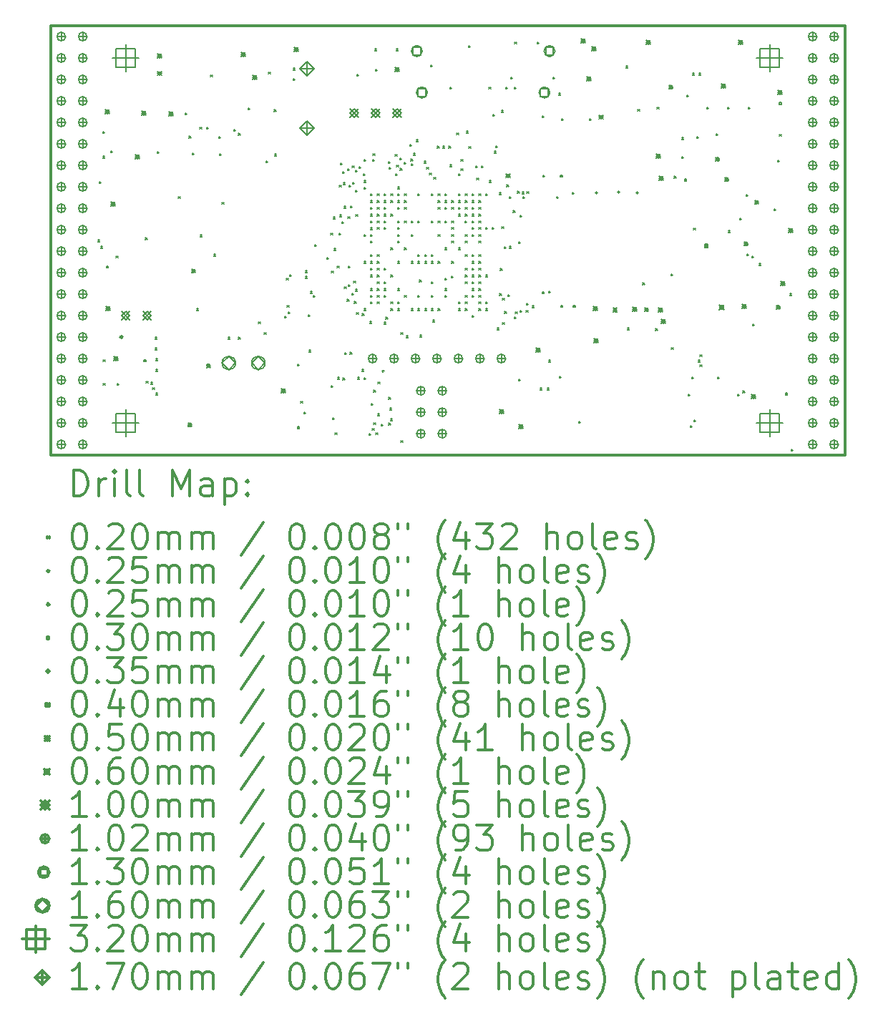
<source format=gbr>
%FSLAX45Y45*%
G04 Gerber Fmt 4.5, Leading zero omitted, Abs format (unit mm)*
G04 Created by KiCad (PCBNEW 5.0.0+dfsg1-2) date Sun Sep 16 17:24:17 2018*
%MOMM*%
%LPD*%
G01*
G04 APERTURE LIST*
%ADD10C,0.300000*%
%ADD11C,0.200000*%
G04 APERTURE END LIST*
D10*
X9410000Y-6142000D02*
X9410000Y-11222000D01*
X18808000Y-6142000D02*
X9410000Y-6142000D01*
X18808000Y-11222000D02*
X18808000Y-6142000D01*
X9410000Y-11222000D02*
X18808000Y-11222000D01*
D11*
X9969000Y-8676600D02*
X9989000Y-8696600D01*
X9989000Y-8676600D02*
X9969000Y-8696600D01*
X9990550Y-7986200D02*
X10010550Y-8006200D01*
X10010550Y-7986200D02*
X9990550Y-8006200D01*
X10007100Y-8752800D02*
X10027100Y-8772800D01*
X10027100Y-8752800D02*
X10007100Y-8772800D01*
X10032500Y-7393900D02*
X10052500Y-7413900D01*
X10052500Y-7393900D02*
X10032500Y-7413900D01*
X10032500Y-7686000D02*
X10052500Y-7706000D01*
X10052500Y-7686000D02*
X10032500Y-7706000D01*
X10035000Y-10094400D02*
X10055000Y-10114400D01*
X10055000Y-10094400D02*
X10035000Y-10114400D01*
X10035000Y-10373800D02*
X10055000Y-10393800D01*
X10055000Y-10373800D02*
X10035000Y-10393800D01*
X10125400Y-7619700D02*
X10145400Y-7639700D01*
X10145400Y-7619700D02*
X10125400Y-7639700D01*
X10187400Y-8868850D02*
X10207400Y-8888850D01*
X10207400Y-8868850D02*
X10187400Y-8888850D01*
X10200100Y-10373800D02*
X10220100Y-10393800D01*
X10220100Y-10373800D02*
X10200100Y-10393800D01*
X10535450Y-8649900D02*
X10555450Y-8669900D01*
X10555450Y-8649900D02*
X10535450Y-8669900D01*
X10543000Y-10348400D02*
X10563000Y-10368400D01*
X10563000Y-10348400D02*
X10543000Y-10368400D01*
X10595970Y-10361643D02*
X10615970Y-10381643D01*
X10615970Y-10361643D02*
X10595970Y-10381643D01*
X10619200Y-10424600D02*
X10639200Y-10444600D01*
X10639200Y-10424600D02*
X10619200Y-10444600D01*
X10650950Y-9827700D02*
X10670950Y-9847700D01*
X10670950Y-9827700D02*
X10650950Y-9847700D01*
X10650950Y-9954700D02*
X10670950Y-9974700D01*
X10670950Y-9954700D02*
X10650950Y-9974700D01*
X10657300Y-10081700D02*
X10677300Y-10101700D01*
X10677300Y-10081700D02*
X10657300Y-10101700D01*
X10657300Y-10208701D02*
X10677300Y-10228701D01*
X10677300Y-10208701D02*
X10657300Y-10228701D01*
X10657300Y-10488100D02*
X10677300Y-10508100D01*
X10677300Y-10488100D02*
X10657300Y-10508100D01*
X10671500Y-7632400D02*
X10691500Y-7652400D01*
X10691500Y-7632400D02*
X10671500Y-7652400D01*
X10924000Y-8164000D02*
X10944000Y-8184000D01*
X10944000Y-8164000D02*
X10924000Y-8184000D01*
X11001700Y-7175200D02*
X11021700Y-7195200D01*
X11021700Y-7175200D02*
X11001700Y-7195200D01*
X11049908Y-7448938D02*
X11069908Y-7468938D01*
X11069908Y-7448938D02*
X11049908Y-7468938D01*
X11090600Y-7645100D02*
X11110600Y-7665100D01*
X11110600Y-7645100D02*
X11090600Y-7665100D01*
X11137400Y-9489400D02*
X11157400Y-9509400D01*
X11157400Y-9489400D02*
X11137400Y-9509400D01*
X11178000Y-7344850D02*
X11198000Y-7364850D01*
X11198000Y-7344850D02*
X11178000Y-7364850D01*
X11179522Y-8615379D02*
X11199522Y-8635379D01*
X11199522Y-8615379D02*
X11179522Y-8635379D01*
X11260550Y-7344851D02*
X11280550Y-7364851D01*
X11280550Y-7344851D02*
X11260550Y-7364851D01*
X11305725Y-6724363D02*
X11325725Y-6744363D01*
X11325725Y-6724363D02*
X11305725Y-6744363D01*
X11344600Y-8845973D02*
X11364600Y-8865973D01*
X11364600Y-8845973D02*
X11344600Y-8865973D01*
X11400408Y-7451220D02*
X11420408Y-7471220D01*
X11420408Y-7451220D02*
X11400408Y-7471220D01*
X11408100Y-7657800D02*
X11428100Y-7677800D01*
X11428100Y-7657800D02*
X11408100Y-7677800D01*
X11441393Y-8230943D02*
X11461393Y-8250943D01*
X11461393Y-8230943D02*
X11441393Y-8250943D01*
X11514550Y-9827700D02*
X11534550Y-9847700D01*
X11534550Y-9827700D02*
X11514550Y-9847700D01*
X11578000Y-7370000D02*
X11598000Y-7390000D01*
X11598000Y-7370000D02*
X11578000Y-7390000D01*
X11633852Y-9827700D02*
X11653852Y-9847700D01*
X11653852Y-9827700D02*
X11633852Y-9847700D01*
X11635200Y-7414700D02*
X11655200Y-7434700D01*
X11655200Y-7414700D02*
X11635200Y-7434700D01*
X11747000Y-7114500D02*
X11767000Y-7134500D01*
X11767000Y-7114500D02*
X11747000Y-7134500D01*
X11870412Y-9644112D02*
X11890412Y-9664112D01*
X11890412Y-9644112D02*
X11870412Y-9664112D01*
X11940000Y-9772000D02*
X11960000Y-9792000D01*
X11960000Y-9772000D02*
X11940000Y-9792000D01*
X11959215Y-7739412D02*
X11979215Y-7759412D01*
X11979215Y-7739412D02*
X11959215Y-7759412D01*
X11990800Y-6690800D02*
X12010800Y-6710800D01*
X12010800Y-6690800D02*
X11990800Y-6710800D01*
X12056498Y-7133651D02*
X12076498Y-7153651D01*
X12076498Y-7133651D02*
X12056498Y-7153651D01*
X12063993Y-7659408D02*
X12083993Y-7679408D01*
X12083993Y-7659408D02*
X12063993Y-7679408D01*
X12182800Y-9575500D02*
X12202800Y-9595500D01*
X12202800Y-9575500D02*
X12182800Y-9595500D01*
X12201657Y-9128657D02*
X12221657Y-9148657D01*
X12221657Y-9128657D02*
X12201657Y-9148657D01*
X12210364Y-9448538D02*
X12230364Y-9468538D01*
X12230364Y-9448538D02*
X12210364Y-9468538D01*
X12220900Y-9524700D02*
X12240900Y-9544700D01*
X12240900Y-9524700D02*
X12220900Y-9544700D01*
X12242096Y-9088217D02*
X12262096Y-9108217D01*
X12262096Y-9088217D02*
X12242096Y-9108217D01*
X12282618Y-6643232D02*
X12302618Y-6663232D01*
X12302618Y-6643232D02*
X12282618Y-6663232D01*
X12284400Y-6768800D02*
X12304400Y-6788800D01*
X12304400Y-6768800D02*
X12284400Y-6788800D01*
X12332545Y-10146435D02*
X12352545Y-10166435D01*
X12352545Y-10146435D02*
X12332545Y-10166435D01*
X12370241Y-10586650D02*
X12390241Y-10606650D01*
X12390241Y-10586650D02*
X12370241Y-10606650D01*
X12410242Y-10710764D02*
X12430242Y-10730764D01*
X12430242Y-10710764D02*
X12410242Y-10730764D01*
X12423701Y-9107100D02*
X12443701Y-9127100D01*
X12443701Y-9107100D02*
X12423701Y-9127100D01*
X12423702Y-9038791D02*
X12443702Y-9058791D01*
X12443702Y-9038791D02*
X12423702Y-9058791D01*
X12460700Y-9561000D02*
X12480700Y-9581000D01*
X12480700Y-9561000D02*
X12460700Y-9581000D01*
X12467050Y-9980100D02*
X12487050Y-10000100D01*
X12487050Y-9980100D02*
X12467050Y-10000100D01*
X12486399Y-9285661D02*
X12506399Y-9305661D01*
X12506399Y-9285661D02*
X12486399Y-9305661D01*
X12519149Y-9329350D02*
X12539149Y-9349350D01*
X12539149Y-9329350D02*
X12519149Y-9349350D01*
X12538837Y-8731087D02*
X12558837Y-8751087D01*
X12558837Y-8731087D02*
X12538837Y-8751087D01*
X12682329Y-8882979D02*
X12702329Y-8902979D01*
X12702329Y-8882979D02*
X12682329Y-8902979D01*
X12727400Y-8595800D02*
X12747400Y-8615800D01*
X12747400Y-8595800D02*
X12727400Y-8615800D01*
X12731909Y-10397773D02*
X12751909Y-10417773D01*
X12751909Y-10397773D02*
X12731909Y-10417773D01*
X12733834Y-9045740D02*
X12753834Y-9065740D01*
X12753834Y-9045740D02*
X12733834Y-9065740D01*
X12748660Y-10777504D02*
X12768660Y-10797504D01*
X12768660Y-10777504D02*
X12748660Y-10797504D01*
X12759150Y-8405300D02*
X12779150Y-8425300D01*
X12779150Y-8405300D02*
X12759150Y-8425300D01*
X12764768Y-8776012D02*
X12784768Y-8796012D01*
X12784768Y-8776012D02*
X12764768Y-8796012D01*
X12778201Y-10958000D02*
X12798201Y-10978000D01*
X12798201Y-10958000D02*
X12778201Y-10978000D01*
X12803218Y-8983018D02*
X12823218Y-9003018D01*
X12823218Y-8983018D02*
X12803218Y-9003018D01*
X12808750Y-10300900D02*
X12828750Y-10320900D01*
X12828750Y-10300900D02*
X12808750Y-10320900D01*
X12824072Y-8596207D02*
X12844072Y-8616207D01*
X12844072Y-8596207D02*
X12824072Y-8616207D01*
X12829000Y-8030650D02*
X12849000Y-8050650D01*
X12849000Y-8030650D02*
X12829000Y-8050650D01*
X12835350Y-8379900D02*
X12855350Y-8399900D01*
X12855350Y-8379900D02*
X12835350Y-8399900D01*
X12841700Y-7765451D02*
X12861700Y-7785451D01*
X12861700Y-7765451D02*
X12841700Y-7785451D01*
X12860114Y-8462438D02*
X12880114Y-8482438D01*
X12880114Y-8462438D02*
X12860114Y-8482438D01*
X12867100Y-7865550D02*
X12887100Y-7885550D01*
X12887100Y-7865550D02*
X12867100Y-7885550D01*
X12870682Y-10308590D02*
X12890682Y-10328590D01*
X12890682Y-10308590D02*
X12870682Y-10328590D01*
X12873450Y-7998900D02*
X12893450Y-8018900D01*
X12893450Y-7998900D02*
X12873450Y-8018900D01*
X12886150Y-8278300D02*
X12906150Y-8298300D01*
X12906150Y-8278300D02*
X12886150Y-8298300D01*
X12886283Y-9229083D02*
X12906283Y-9249083D01*
X12906283Y-9229083D02*
X12886283Y-9249083D01*
X12890520Y-10007480D02*
X12910520Y-10027480D01*
X12910520Y-10007480D02*
X12890520Y-10027480D01*
X12921835Y-9377845D02*
X12941835Y-9397845D01*
X12941835Y-9377845D02*
X12921835Y-9397845D01*
X12924250Y-7833800D02*
X12944250Y-7853800D01*
X12944250Y-7833800D02*
X12924250Y-7853800D01*
X12930501Y-8400852D02*
X12950501Y-8420852D01*
X12950501Y-8400852D02*
X12930501Y-8420852D01*
X12934924Y-8983794D02*
X12954924Y-9003794D01*
X12954924Y-8983794D02*
X12934924Y-9003794D01*
X12935750Y-9202350D02*
X12955750Y-9222350D01*
X12955750Y-9202350D02*
X12935750Y-9222350D01*
X12940751Y-8030650D02*
X12960751Y-8050650D01*
X12960751Y-8030650D02*
X12940751Y-8050650D01*
X12956000Y-10005500D02*
X12976000Y-10025500D01*
X12976000Y-10005500D02*
X12956000Y-10025500D01*
X12962350Y-8273851D02*
X12982350Y-8293851D01*
X12982350Y-8273851D02*
X12962350Y-8293851D01*
X12976189Y-9308896D02*
X12996189Y-9328896D01*
X12996189Y-9308896D02*
X12976189Y-9328896D01*
X12981400Y-7802050D02*
X13001400Y-7822050D01*
X13001400Y-7802050D02*
X12981400Y-7822050D01*
X12984711Y-7994431D02*
X13004711Y-8014431D01*
X13004711Y-7994431D02*
X12984711Y-8014431D01*
X12999250Y-9164250D02*
X13019250Y-9184250D01*
X13019250Y-9164250D02*
X12999250Y-9184250D01*
X13007618Y-9405227D02*
X13027618Y-9425227D01*
X13027618Y-9405227D02*
X13007618Y-9425227D01*
X13018300Y-9259500D02*
X13038300Y-9279500D01*
X13038300Y-9259500D02*
X13018300Y-9279500D01*
X13018305Y-7852464D02*
X13038305Y-7872464D01*
X13038305Y-7852464D02*
X13018305Y-7872464D01*
X13019500Y-8087800D02*
X13039500Y-8107800D01*
X13039500Y-8087800D02*
X13019500Y-8107800D01*
X13023410Y-8375410D02*
X13043410Y-8395410D01*
X13043410Y-8375410D02*
X13023410Y-8395410D01*
X13030548Y-9536431D02*
X13050548Y-9556431D01*
X13050548Y-9536431D02*
X13030548Y-9556431D01*
X13033700Y-6718000D02*
X13053700Y-6738000D01*
X13053700Y-6718000D02*
X13033700Y-6738000D01*
X13043700Y-10300900D02*
X13063700Y-10320900D01*
X13063700Y-10300900D02*
X13043700Y-10320900D01*
X13063950Y-7808400D02*
X13083950Y-7828400D01*
X13083950Y-7808400D02*
X13063950Y-7828400D01*
X13093907Y-10208700D02*
X13113907Y-10228700D01*
X13113907Y-10208700D02*
X13093907Y-10228700D01*
X13098471Y-9546418D02*
X13118471Y-9566418D01*
X13118471Y-9546418D02*
X13098471Y-9566418D01*
X13114818Y-7892343D02*
X13134818Y-7912343D01*
X13134818Y-7892343D02*
X13114818Y-7912343D01*
X13118000Y-8052363D02*
X13138000Y-8072363D01*
X13138000Y-8052363D02*
X13118000Y-8072363D01*
X13118000Y-8610000D02*
X13138000Y-8630000D01*
X13138000Y-8610000D02*
X13118000Y-8630000D01*
X13118000Y-8930000D02*
X13138000Y-8950000D01*
X13138000Y-8930000D02*
X13118000Y-8950000D01*
X13118000Y-9490000D02*
X13138000Y-9510000D01*
X13138000Y-9490000D02*
X13118000Y-9510000D01*
X13118565Y-7722735D02*
X13138565Y-7742735D01*
X13138565Y-7722735D02*
X13118565Y-7742735D01*
X13119785Y-7972345D02*
X13139785Y-7992345D01*
X13139785Y-7972345D02*
X13119785Y-7992345D01*
X13119900Y-10307250D02*
X13139900Y-10327250D01*
X13139900Y-10307250D02*
X13119900Y-10327250D01*
X13178250Y-10964350D02*
X13198250Y-10984350D01*
X13198250Y-10964350D02*
X13178250Y-10984350D01*
X13189750Y-9640500D02*
X13209750Y-9660500D01*
X13209750Y-9640500D02*
X13189750Y-9660500D01*
X13197734Y-9090201D02*
X13217734Y-9110201D01*
X13217734Y-9090201D02*
X13197734Y-9110201D01*
X13198000Y-8130000D02*
X13218000Y-8150000D01*
X13218000Y-8130000D02*
X13198000Y-8150000D01*
X13198000Y-8210000D02*
X13218000Y-8230000D01*
X13218000Y-8210000D02*
X13198000Y-8230000D01*
X13198000Y-8290000D02*
X13218000Y-8310000D01*
X13218000Y-8290000D02*
X13198000Y-8310000D01*
X13198000Y-8370000D02*
X13218000Y-8390000D01*
X13218000Y-8370000D02*
X13198000Y-8390000D01*
X13198000Y-8450000D02*
X13218000Y-8470000D01*
X13218000Y-8450000D02*
X13198000Y-8470000D01*
X13198000Y-8531500D02*
X13218000Y-8551500D01*
X13218000Y-8531500D02*
X13198000Y-8551500D01*
X13198000Y-8610000D02*
X13218000Y-8630000D01*
X13218000Y-8610000D02*
X13198000Y-8630000D01*
X13198000Y-8690000D02*
X13218000Y-8710000D01*
X13218000Y-8690000D02*
X13198000Y-8710000D01*
X13198000Y-8850000D02*
X13218000Y-8870000D01*
X13218000Y-8850000D02*
X13198000Y-8870000D01*
X13198000Y-8930000D02*
X13218000Y-8950000D01*
X13218000Y-8930000D02*
X13198000Y-8950000D01*
X13198000Y-9010000D02*
X13218000Y-9030000D01*
X13218000Y-9010000D02*
X13198000Y-9030000D01*
X13198000Y-9250000D02*
X13218000Y-9270000D01*
X13218000Y-9250000D02*
X13198000Y-9270000D01*
X13198000Y-9330000D02*
X13218000Y-9350000D01*
X13218000Y-9330000D02*
X13198000Y-9350000D01*
X13198000Y-9410000D02*
X13218000Y-9430000D01*
X13218000Y-9410000D02*
X13198000Y-9430000D01*
X13206286Y-10608587D02*
X13226286Y-10628587D01*
X13226286Y-10608587D02*
X13206286Y-10628587D01*
X13217511Y-10908296D02*
X13237511Y-10928296D01*
X13237511Y-10908296D02*
X13217511Y-10928296D01*
X13220903Y-7724256D02*
X13240903Y-7744256D01*
X13240903Y-7724256D02*
X13220903Y-7744256D01*
X13227850Y-7652950D02*
X13247850Y-7672950D01*
X13247850Y-7652950D02*
X13227850Y-7672950D01*
X13234200Y-10453300D02*
X13254200Y-10473300D01*
X13254200Y-10453300D02*
X13234200Y-10473300D01*
X13234200Y-10840650D02*
X13254200Y-10860650D01*
X13254200Y-10840650D02*
X13234200Y-10860650D01*
X13245600Y-6416000D02*
X13265600Y-6436000D01*
X13265600Y-6416000D02*
X13245600Y-6436000D01*
X13258300Y-6657300D02*
X13278300Y-6677300D01*
X13278300Y-6657300D02*
X13258300Y-6677300D01*
X13260800Y-10958000D02*
X13280800Y-10978000D01*
X13280800Y-10958000D02*
X13260800Y-10978000D01*
X13278000Y-8130000D02*
X13298000Y-8150000D01*
X13298000Y-8130000D02*
X13278000Y-8150000D01*
X13278000Y-8210000D02*
X13298000Y-8230000D01*
X13298000Y-8210000D02*
X13278000Y-8230000D01*
X13278000Y-8290000D02*
X13298000Y-8310000D01*
X13298000Y-8290000D02*
X13278000Y-8310000D01*
X13278000Y-8370000D02*
X13298000Y-8390000D01*
X13298000Y-8370000D02*
X13278000Y-8390000D01*
X13278000Y-8450000D02*
X13298000Y-8470000D01*
X13298000Y-8450000D02*
X13278000Y-8470000D01*
X13278000Y-8530000D02*
X13298000Y-8550000D01*
X13298000Y-8530000D02*
X13278000Y-8550000D01*
X13278000Y-8850000D02*
X13298000Y-8870000D01*
X13298000Y-8850000D02*
X13278000Y-8870000D01*
X13278000Y-8930000D02*
X13298000Y-8950000D01*
X13298000Y-8930000D02*
X13278000Y-8950000D01*
X13278000Y-9010000D02*
X13298000Y-9030000D01*
X13298000Y-9010000D02*
X13278000Y-9030000D01*
X13278000Y-9090000D02*
X13298000Y-9110000D01*
X13298000Y-9090000D02*
X13278000Y-9110000D01*
X13278000Y-9170000D02*
X13298000Y-9190000D01*
X13298000Y-9170000D02*
X13278000Y-9190000D01*
X13278000Y-9250000D02*
X13298000Y-9270000D01*
X13298000Y-9250000D02*
X13278000Y-9270000D01*
X13278000Y-9330000D02*
X13298000Y-9350000D01*
X13298000Y-9330000D02*
X13278000Y-9350000D01*
X13278000Y-9410000D02*
X13298000Y-9430000D01*
X13298000Y-9410000D02*
X13278000Y-9430000D01*
X13281247Y-10733530D02*
X13301247Y-10753530D01*
X13301247Y-10733530D02*
X13281247Y-10753530D01*
X13285000Y-10358050D02*
X13305000Y-10378050D01*
X13305000Y-10358050D02*
X13285000Y-10378050D01*
X13324300Y-10856400D02*
X13344300Y-10876400D01*
X13344300Y-10856400D02*
X13324300Y-10876400D01*
X13358000Y-8130000D02*
X13378000Y-8150000D01*
X13378000Y-8130000D02*
X13358000Y-8150000D01*
X13358000Y-8210000D02*
X13378000Y-8230000D01*
X13378000Y-8210000D02*
X13358000Y-8230000D01*
X13358000Y-8290000D02*
X13378000Y-8310000D01*
X13378000Y-8290000D02*
X13358000Y-8310000D01*
X13358000Y-8370000D02*
X13378000Y-8390000D01*
X13378000Y-8370000D02*
X13358000Y-8390000D01*
X13358000Y-8450000D02*
X13378000Y-8470000D01*
X13378000Y-8450000D02*
X13358000Y-8470000D01*
X13358000Y-8530000D02*
X13378000Y-8550000D01*
X13378000Y-8530000D02*
X13358000Y-8550000D01*
X13358000Y-9010000D02*
X13378000Y-9030000D01*
X13378000Y-9010000D02*
X13358000Y-9030000D01*
X13358000Y-9170000D02*
X13378000Y-9190000D01*
X13378000Y-9170000D02*
X13358000Y-9190000D01*
X13358000Y-9250000D02*
X13378000Y-9270000D01*
X13378000Y-9250000D02*
X13358000Y-9270000D01*
X13358000Y-9330000D02*
X13378000Y-9350000D01*
X13378000Y-9330000D02*
X13358000Y-9350000D01*
X13358000Y-9650000D02*
X13378000Y-9670000D01*
X13378000Y-9650000D02*
X13358000Y-9670000D01*
X13378000Y-9590000D02*
X13398000Y-9610000D01*
X13398000Y-9590000D02*
X13378000Y-9610000D01*
X13411163Y-7748395D02*
X13431163Y-7768395D01*
X13431163Y-7748395D02*
X13411163Y-7768395D01*
X13413200Y-10538900D02*
X13433200Y-10558900D01*
X13433200Y-10538900D02*
X13413200Y-10558900D01*
X13413200Y-10843700D02*
X13433200Y-10863700D01*
X13433200Y-10843700D02*
X13413200Y-10863700D01*
X13415020Y-7815418D02*
X13435020Y-7835418D01*
X13435020Y-7815418D02*
X13415020Y-7835418D01*
X13425900Y-10665900D02*
X13445900Y-10685900D01*
X13445900Y-10665900D02*
X13425900Y-10685900D01*
X13432035Y-10792450D02*
X13452035Y-10812450D01*
X13452035Y-10792450D02*
X13432035Y-10812450D01*
X13438000Y-8130000D02*
X13458000Y-8150000D01*
X13458000Y-8130000D02*
X13438000Y-8150000D01*
X13438000Y-8210000D02*
X13458000Y-8230000D01*
X13458000Y-8210000D02*
X13438000Y-8230000D01*
X13438000Y-8370000D02*
X13458000Y-8390000D01*
X13458000Y-8370000D02*
X13438000Y-8390000D01*
X13438000Y-9090000D02*
X13458000Y-9110000D01*
X13458000Y-9090000D02*
X13438000Y-9110000D01*
X13438000Y-9410000D02*
X13458000Y-9430000D01*
X13458000Y-9410000D02*
X13438000Y-9430000D01*
X13438000Y-9490000D02*
X13458000Y-9510000D01*
X13458000Y-9490000D02*
X13438000Y-9510000D01*
X13438001Y-8770000D02*
X13458001Y-8790000D01*
X13458001Y-8770000D02*
X13438001Y-8790000D01*
X13489399Y-7662350D02*
X13509399Y-7682350D01*
X13509399Y-7662350D02*
X13489399Y-7682350D01*
X13492132Y-7892495D02*
X13512132Y-7912495D01*
X13512132Y-7892495D02*
X13492132Y-7912495D01*
X13499600Y-6416000D02*
X13519600Y-6436000D01*
X13519600Y-6416000D02*
X13499600Y-6436000D01*
X13507250Y-7792650D02*
X13527250Y-7812650D01*
X13527250Y-7792650D02*
X13507250Y-7812650D01*
X13518000Y-8050000D02*
X13538000Y-8070000D01*
X13538000Y-8050000D02*
X13518000Y-8070000D01*
X13518000Y-8130000D02*
X13538000Y-8150000D01*
X13538000Y-8130000D02*
X13518000Y-8150000D01*
X13518000Y-8210000D02*
X13538000Y-8230000D01*
X13538000Y-8210000D02*
X13518000Y-8230000D01*
X13518000Y-8290000D02*
X13538000Y-8310000D01*
X13538000Y-8290000D02*
X13518000Y-8310000D01*
X13518000Y-8450000D02*
X13538000Y-8470000D01*
X13538000Y-8450000D02*
X13518000Y-8470000D01*
X13518000Y-8530000D02*
X13538000Y-8550000D01*
X13538000Y-8530000D02*
X13518000Y-8550000D01*
X13518000Y-8610000D02*
X13538000Y-8630000D01*
X13538000Y-8610000D02*
X13518000Y-8630000D01*
X13518000Y-8690000D02*
X13538000Y-8710000D01*
X13538000Y-8690000D02*
X13518000Y-8710000D01*
X13518000Y-8930000D02*
X13538000Y-8950000D01*
X13538000Y-8930000D02*
X13518000Y-8950000D01*
X13518000Y-9250000D02*
X13538000Y-9270000D01*
X13538000Y-9250000D02*
X13518000Y-9270000D01*
X13518000Y-9410000D02*
X13538000Y-9430000D01*
X13538000Y-9410000D02*
X13518000Y-9430000D01*
X13518000Y-9490000D02*
X13538000Y-9510000D01*
X13538000Y-9490000D02*
X13518000Y-9510000D01*
X13546550Y-7706800D02*
X13566550Y-7726800D01*
X13566550Y-7706800D02*
X13546550Y-7726800D01*
X13549150Y-7827659D02*
X13569150Y-7847659D01*
X13569150Y-7827659D02*
X13549150Y-7847659D01*
X13555656Y-11051071D02*
X13575656Y-11071071D01*
X13575656Y-11051071D02*
X13555656Y-11071071D01*
X13558000Y-9770000D02*
X13578000Y-9790000D01*
X13578000Y-9770000D02*
X13558000Y-9790000D01*
X13594882Y-7754550D02*
X13614882Y-7774550D01*
X13614882Y-7754550D02*
X13594882Y-7774550D01*
X13598000Y-8130000D02*
X13618000Y-8150000D01*
X13618000Y-8130000D02*
X13598000Y-8150000D01*
X13598000Y-8210000D02*
X13618000Y-8230000D01*
X13618000Y-8210000D02*
X13598000Y-8230000D01*
X13598000Y-8290000D02*
X13618000Y-8310000D01*
X13618000Y-8290000D02*
X13598000Y-8310000D01*
X13598000Y-8450000D02*
X13618000Y-8470000D01*
X13618000Y-8450000D02*
X13598000Y-8470000D01*
X13598000Y-8770000D02*
X13618000Y-8790000D01*
X13618000Y-8770000D02*
X13598000Y-8790000D01*
X13598000Y-9330000D02*
X13618000Y-9350000D01*
X13618000Y-9330000D02*
X13598000Y-9350000D01*
X13618000Y-9810000D02*
X13638000Y-9830000D01*
X13638000Y-9810000D02*
X13618000Y-9830000D01*
X13664259Y-7547941D02*
X13684259Y-7567941D01*
X13684259Y-7547941D02*
X13664259Y-7567941D01*
X13676320Y-7718760D02*
X13696320Y-7738760D01*
X13696320Y-7718760D02*
X13676320Y-7738760D01*
X13678000Y-8450000D02*
X13698000Y-8470000D01*
X13698000Y-8450000D02*
X13678000Y-8470000D01*
X13678000Y-8610000D02*
X13698000Y-8630000D01*
X13698000Y-8610000D02*
X13678000Y-8630000D01*
X13678000Y-8930000D02*
X13698000Y-8950000D01*
X13698000Y-8930000D02*
X13678000Y-8950000D01*
X13678000Y-9490000D02*
X13698000Y-9510000D01*
X13698000Y-9490000D02*
X13678000Y-9510000D01*
X13679461Y-7776107D02*
X13699461Y-7796107D01*
X13699461Y-7776107D02*
X13679461Y-7796107D01*
X13707437Y-7652487D02*
X13727437Y-7672487D01*
X13727437Y-7652487D02*
X13707437Y-7672487D01*
X13738000Y-7490000D02*
X13758000Y-7510000D01*
X13758000Y-7490000D02*
X13738000Y-7510000D01*
X13758000Y-8130000D02*
X13778000Y-8150000D01*
X13778000Y-8130000D02*
X13758000Y-8150000D01*
X13758000Y-8450000D02*
X13778000Y-8470000D01*
X13778000Y-8450000D02*
X13758000Y-8470000D01*
X13758000Y-8850000D02*
X13778000Y-8870000D01*
X13778000Y-8850000D02*
X13758000Y-8870000D01*
X13758000Y-8930000D02*
X13778000Y-8950000D01*
X13778000Y-8930000D02*
X13758000Y-8950000D01*
X13758000Y-9330000D02*
X13778000Y-9350000D01*
X13778000Y-9330000D02*
X13758000Y-9350000D01*
X13758000Y-9490000D02*
X13778000Y-9510000D01*
X13778000Y-9490000D02*
X13758000Y-9510000D01*
X13778000Y-9150000D02*
X13798000Y-9170000D01*
X13798000Y-9150000D02*
X13778000Y-9170000D01*
X13781499Y-9802300D02*
X13801499Y-9822300D01*
X13801499Y-9802300D02*
X13781499Y-9822300D01*
X13830592Y-7745154D02*
X13850592Y-7765154D01*
X13850592Y-7745154D02*
X13830592Y-7765154D01*
X13838000Y-8850000D02*
X13858000Y-8870000D01*
X13858000Y-8850000D02*
X13838000Y-8870000D01*
X13838000Y-8930000D02*
X13858000Y-8950000D01*
X13858000Y-8930000D02*
X13838000Y-8950000D01*
X13838000Y-9490000D02*
X13858000Y-9510000D01*
X13858000Y-9490000D02*
X13838000Y-9510000D01*
X13862850Y-7818050D02*
X13882850Y-7838050D01*
X13882850Y-7818050D02*
X13862850Y-7838050D01*
X13894600Y-7881550D02*
X13914600Y-7901550D01*
X13914600Y-7881550D02*
X13894600Y-7901550D01*
X13910000Y-6603700D02*
X13930000Y-6623700D01*
X13930000Y-6603700D02*
X13910000Y-6623700D01*
X13918000Y-8130000D02*
X13938000Y-8150000D01*
X13938000Y-8130000D02*
X13918000Y-8150000D01*
X13918000Y-8450000D02*
X13938000Y-8470000D01*
X13938000Y-8450000D02*
X13918000Y-8470000D01*
X13918000Y-8850000D02*
X13938000Y-8870000D01*
X13938000Y-8850000D02*
X13918000Y-8870000D01*
X13918000Y-8930000D02*
X13938000Y-8950000D01*
X13938000Y-8930000D02*
X13918000Y-8950000D01*
X13918000Y-9170000D02*
X13938000Y-9190000D01*
X13938000Y-9170000D02*
X13918000Y-9190000D01*
X13918000Y-9330000D02*
X13938000Y-9350000D01*
X13938000Y-9330000D02*
X13918000Y-9350000D01*
X13918000Y-9490000D02*
X13938000Y-9510000D01*
X13938000Y-9490000D02*
X13918000Y-9510000D01*
X13933900Y-9624500D02*
X13953900Y-9644500D01*
X13953900Y-9624500D02*
X13933900Y-9644500D01*
X13945400Y-7932350D02*
X13965400Y-7952350D01*
X13965400Y-7932350D02*
X13945400Y-7952350D01*
X13987649Y-7567100D02*
X14007649Y-7587100D01*
X14007649Y-7567100D02*
X13987649Y-7587100D01*
X13996000Y-8292000D02*
X14016000Y-8312000D01*
X14016000Y-8292000D02*
X13996000Y-8312000D01*
X13998000Y-8130000D02*
X14018000Y-8150000D01*
X14018000Y-8130000D02*
X13998000Y-8150000D01*
X13998000Y-8210000D02*
X14018000Y-8230000D01*
X14018000Y-8210000D02*
X13998000Y-8230000D01*
X13998000Y-8450000D02*
X14018000Y-8470000D01*
X14018000Y-8450000D02*
X13998000Y-8470000D01*
X13998000Y-8610000D02*
X14018000Y-8630000D01*
X14018000Y-8610000D02*
X13998000Y-8630000D01*
X13998000Y-8930000D02*
X14018000Y-8950000D01*
X14018000Y-8930000D02*
X13998000Y-8950000D01*
X13998000Y-9490000D02*
X14018000Y-9510000D01*
X14018000Y-9490000D02*
X13998000Y-9510000D01*
X14054550Y-7567100D02*
X14074550Y-7587100D01*
X14074550Y-7567100D02*
X14054550Y-7587100D01*
X14078000Y-8130000D02*
X14098000Y-8150000D01*
X14098000Y-8130000D02*
X14078000Y-8150000D01*
X14078000Y-8210000D02*
X14098000Y-8230000D01*
X14098000Y-8210000D02*
X14078000Y-8230000D01*
X14078000Y-8290000D02*
X14098000Y-8310000D01*
X14098000Y-8290000D02*
X14078000Y-8310000D01*
X14078000Y-8450000D02*
X14098000Y-8470000D01*
X14098000Y-8450000D02*
X14078000Y-8470000D01*
X14078000Y-8770000D02*
X14098000Y-8790000D01*
X14098000Y-8770000D02*
X14078000Y-8790000D01*
X14078000Y-9130000D02*
X14098000Y-9150000D01*
X14098000Y-9130000D02*
X14078000Y-9150000D01*
X14078000Y-9250000D02*
X14098000Y-9270000D01*
X14098000Y-9250000D02*
X14078000Y-9270000D01*
X14078000Y-9330000D02*
X14098000Y-9350000D01*
X14098000Y-9330000D02*
X14078000Y-9350000D01*
X14124400Y-7567100D02*
X14144400Y-7587100D01*
X14144400Y-7567100D02*
X14124400Y-7587100D01*
X14135900Y-7786300D02*
X14155900Y-7806300D01*
X14155900Y-7786300D02*
X14135900Y-7806300D01*
X14138000Y-6870000D02*
X14158000Y-6890000D01*
X14158000Y-6870000D02*
X14138000Y-6890000D01*
X14154000Y-9100700D02*
X14174000Y-9120700D01*
X14174000Y-9100700D02*
X14154000Y-9120700D01*
X14158000Y-8210000D02*
X14178000Y-8230000D01*
X14178000Y-8210000D02*
X14158000Y-8230000D01*
X14158000Y-8290000D02*
X14178000Y-8310000D01*
X14178000Y-8290000D02*
X14158000Y-8310000D01*
X14158000Y-8450000D02*
X14178000Y-8470000D01*
X14178000Y-8450000D02*
X14158000Y-8470000D01*
X14158000Y-8530000D02*
X14178000Y-8550000D01*
X14178000Y-8530000D02*
X14158000Y-8550000D01*
X14158000Y-8610000D02*
X14178000Y-8630000D01*
X14178000Y-8610000D02*
X14158000Y-8630000D01*
X14158000Y-8690000D02*
X14178000Y-8710000D01*
X14178000Y-8690000D02*
X14158000Y-8710000D01*
X14158000Y-8930000D02*
X14178000Y-8950000D01*
X14178000Y-8930000D02*
X14158000Y-8950000D01*
X14218000Y-7410000D02*
X14238000Y-7430000D01*
X14238000Y-7410000D02*
X14218000Y-7430000D01*
X14236000Y-8292000D02*
X14256000Y-8312000D01*
X14256000Y-8292000D02*
X14236000Y-8312000D01*
X14236377Y-7893109D02*
X14256377Y-7913109D01*
X14256377Y-7893109D02*
X14236377Y-7913109D01*
X14238000Y-8130000D02*
X14258000Y-8150000D01*
X14258000Y-8130000D02*
X14238000Y-8150000D01*
X14238000Y-8210000D02*
X14258000Y-8230000D01*
X14258000Y-8210000D02*
X14238000Y-8230000D01*
X14238000Y-8370000D02*
X14258000Y-8390000D01*
X14258000Y-8370000D02*
X14238000Y-8390000D01*
X14238000Y-8770000D02*
X14258000Y-8790000D01*
X14258000Y-8770000D02*
X14238000Y-8790000D01*
X14238000Y-9410000D02*
X14258000Y-9430000D01*
X14258000Y-9410000D02*
X14238000Y-9430000D01*
X14238000Y-9490000D02*
X14258000Y-9510000D01*
X14258000Y-9490000D02*
X14238000Y-9510000D01*
X14267329Y-7833800D02*
X14287329Y-7853800D01*
X14287329Y-7833800D02*
X14267329Y-7853800D01*
X14268583Y-7723660D02*
X14288583Y-7743660D01*
X14288583Y-7723660D02*
X14268583Y-7743660D01*
X14316000Y-8452000D02*
X14336000Y-8472000D01*
X14336000Y-8452000D02*
X14316000Y-8472000D01*
X14318000Y-8130000D02*
X14338000Y-8150000D01*
X14338000Y-8130000D02*
X14318000Y-8150000D01*
X14318000Y-8210000D02*
X14338000Y-8230000D01*
X14338000Y-8210000D02*
X14318000Y-8230000D01*
X14318000Y-8290000D02*
X14338000Y-8310000D01*
X14338000Y-8290000D02*
X14318000Y-8310000D01*
X14318000Y-8370000D02*
X14338000Y-8390000D01*
X14338000Y-8370000D02*
X14318000Y-8390000D01*
X14318000Y-8610000D02*
X14338000Y-8630000D01*
X14338000Y-8610000D02*
X14318000Y-8630000D01*
X14318000Y-8690000D02*
X14338000Y-8710000D01*
X14338000Y-8690000D02*
X14318000Y-8710000D01*
X14318000Y-8850000D02*
X14338000Y-8870000D01*
X14338000Y-8850000D02*
X14318000Y-8870000D01*
X14318000Y-9010000D02*
X14338000Y-9030000D01*
X14338000Y-9010000D02*
X14318000Y-9030000D01*
X14318000Y-9090000D02*
X14338000Y-9110000D01*
X14338000Y-9090000D02*
X14318000Y-9110000D01*
X14318000Y-9170000D02*
X14338000Y-9190000D01*
X14338000Y-9170000D02*
X14318000Y-9190000D01*
X14318000Y-9330000D02*
X14338000Y-9350000D01*
X14338000Y-9330000D02*
X14318000Y-9350000D01*
X14318000Y-9410000D02*
X14338000Y-9430000D01*
X14338000Y-9410000D02*
X14318000Y-9430000D01*
X14318000Y-9490000D02*
X14338000Y-9510000D01*
X14338000Y-9490000D02*
X14318000Y-9510000D01*
X14331863Y-7387513D02*
X14351863Y-7407513D01*
X14351863Y-7387513D02*
X14331863Y-7407513D01*
X14355067Y-6376252D02*
X14375067Y-6396252D01*
X14375067Y-6376252D02*
X14355067Y-6396252D01*
X14360888Y-7571730D02*
X14380888Y-7591730D01*
X14380888Y-7571730D02*
X14360888Y-7591730D01*
X14398000Y-9570000D02*
X14418000Y-9590000D01*
X14418000Y-9570000D02*
X14398000Y-9590000D01*
X14398000Y-8130000D02*
X14418000Y-8150000D01*
X14418000Y-8130000D02*
X14398000Y-8150000D01*
X14398000Y-8210000D02*
X14418000Y-8230000D01*
X14418000Y-8210000D02*
X14398000Y-8230000D01*
X14398000Y-8290000D02*
X14418000Y-8310000D01*
X14418000Y-8290000D02*
X14398000Y-8310000D01*
X14398000Y-8370000D02*
X14418000Y-8390000D01*
X14418000Y-8370000D02*
X14398000Y-8390000D01*
X14398000Y-8450000D02*
X14418000Y-8470000D01*
X14418000Y-8450000D02*
X14398000Y-8470000D01*
X14398000Y-8530000D02*
X14418000Y-8550000D01*
X14418000Y-8530000D02*
X14398000Y-8550000D01*
X14398000Y-8610000D02*
X14418000Y-8630000D01*
X14418000Y-8610000D02*
X14398000Y-8630000D01*
X14398000Y-8850000D02*
X14418000Y-8870000D01*
X14418000Y-8850000D02*
X14398000Y-8870000D01*
X14398000Y-8930000D02*
X14418000Y-8950000D01*
X14418000Y-8930000D02*
X14398000Y-8950000D01*
X14398000Y-9010000D02*
X14418000Y-9030000D01*
X14418000Y-9010000D02*
X14398000Y-9030000D01*
X14398000Y-9090000D02*
X14418000Y-9110000D01*
X14418000Y-9090000D02*
X14398000Y-9110000D01*
X14398000Y-9170000D02*
X14418000Y-9190000D01*
X14418000Y-9170000D02*
X14398000Y-9190000D01*
X14398000Y-9250000D02*
X14418000Y-9270000D01*
X14418000Y-9250000D02*
X14398000Y-9270000D01*
X14398000Y-9330000D02*
X14418000Y-9350000D01*
X14418000Y-9330000D02*
X14398000Y-9350000D01*
X14441900Y-7802050D02*
X14461900Y-7822050D01*
X14461900Y-7802050D02*
X14441900Y-7822050D01*
X14453400Y-7942279D02*
X14473400Y-7962279D01*
X14473400Y-7942279D02*
X14453400Y-7962279D01*
X14478000Y-8130000D02*
X14498000Y-8150000D01*
X14498000Y-8130000D02*
X14478000Y-8150000D01*
X14478000Y-8210000D02*
X14498000Y-8230000D01*
X14498000Y-8210000D02*
X14478000Y-8230000D01*
X14478000Y-8290000D02*
X14498000Y-8310000D01*
X14498000Y-8290000D02*
X14478000Y-8310000D01*
X14478000Y-8370000D02*
X14498000Y-8390000D01*
X14498000Y-8370000D02*
X14478000Y-8390000D01*
X14478000Y-8450000D02*
X14498000Y-8470000D01*
X14498000Y-8450000D02*
X14478000Y-8470000D01*
X14478000Y-8530000D02*
X14498000Y-8550000D01*
X14498000Y-8530000D02*
X14478000Y-8550000D01*
X14478000Y-8610000D02*
X14498000Y-8630000D01*
X14498000Y-8610000D02*
X14478000Y-8630000D01*
X14478000Y-8690000D02*
X14498000Y-8710000D01*
X14498000Y-8690000D02*
X14478000Y-8710000D01*
X14478000Y-8850000D02*
X14498000Y-8870000D01*
X14498000Y-8850000D02*
X14478000Y-8870000D01*
X14478000Y-8930000D02*
X14498000Y-8950000D01*
X14498000Y-8930000D02*
X14478000Y-8950000D01*
X14478000Y-9010000D02*
X14498000Y-9030000D01*
X14498000Y-9010000D02*
X14478000Y-9030000D01*
X14478000Y-9090000D02*
X14498000Y-9110000D01*
X14498000Y-9090000D02*
X14478000Y-9110000D01*
X14478000Y-9170000D02*
X14498000Y-9190000D01*
X14498000Y-9170000D02*
X14478000Y-9190000D01*
X14478000Y-9250000D02*
X14498000Y-9270000D01*
X14498000Y-9250000D02*
X14478000Y-9270000D01*
X14478000Y-9330000D02*
X14498000Y-9350000D01*
X14498000Y-9330000D02*
X14478000Y-9350000D01*
X14478000Y-9410000D02*
X14498000Y-9430000D01*
X14498000Y-9410000D02*
X14478000Y-9430000D01*
X14478000Y-9490000D02*
X14498000Y-9510000D01*
X14498000Y-9490000D02*
X14478000Y-9510000D01*
X14511750Y-7802050D02*
X14531750Y-7822050D01*
X14531750Y-7802050D02*
X14511750Y-7822050D01*
X14558000Y-8130000D02*
X14578000Y-8150000D01*
X14578000Y-8130000D02*
X14558000Y-8150000D01*
X14558000Y-8530000D02*
X14578000Y-8550000D01*
X14578000Y-8530000D02*
X14558000Y-8550000D01*
X14558000Y-9090000D02*
X14578000Y-9110000D01*
X14578000Y-9090000D02*
X14558000Y-9110000D01*
X14558000Y-9410000D02*
X14578000Y-9430000D01*
X14578000Y-9410000D02*
X14558000Y-9430000D01*
X14558000Y-9490000D02*
X14578000Y-9510000D01*
X14578000Y-9490000D02*
X14558000Y-9510000D01*
X14598000Y-6870000D02*
X14618000Y-6890000D01*
X14618000Y-6870000D02*
X14598000Y-6890000D01*
X14600000Y-7972000D02*
X14620000Y-7992000D01*
X14620000Y-7972000D02*
X14600000Y-7992000D01*
X14638000Y-8530000D02*
X14658000Y-8550000D01*
X14658000Y-8530000D02*
X14638000Y-8550000D01*
X14646600Y-7187799D02*
X14666600Y-7207799D01*
X14666600Y-7187799D02*
X14646600Y-7207799D01*
X14660029Y-7625502D02*
X14680029Y-7645502D01*
X14680029Y-7625502D02*
X14660029Y-7645502D01*
X14676850Y-7560750D02*
X14696850Y-7580750D01*
X14696850Y-7560750D02*
X14676850Y-7580750D01*
X14694701Y-9716700D02*
X14714701Y-9736700D01*
X14714701Y-9716700D02*
X14694701Y-9736700D01*
X14720100Y-8116500D02*
X14740100Y-8136500D01*
X14740100Y-8116500D02*
X14720100Y-8136500D01*
X14724389Y-9311713D02*
X14744389Y-9331713D01*
X14744389Y-9311713D02*
X14724389Y-9331713D01*
X14733095Y-9013302D02*
X14753095Y-9033302D01*
X14753095Y-9013302D02*
X14733095Y-9033302D01*
X14748200Y-7143450D02*
X14768200Y-7163450D01*
X14768200Y-7143450D02*
X14748200Y-7163450D01*
X14751215Y-8517186D02*
X14771215Y-8537186D01*
X14771215Y-8517186D02*
X14751215Y-8537186D01*
X14760000Y-9366849D02*
X14780000Y-9386849D01*
X14780000Y-9366849D02*
X14760000Y-9386849D01*
X14760000Y-9652000D02*
X14780000Y-9672000D01*
X14780000Y-9652000D02*
X14760000Y-9672000D01*
X14781079Y-8758342D02*
X14801079Y-8778342D01*
X14801079Y-8758342D02*
X14781079Y-8778342D01*
X14785679Y-9521109D02*
X14805679Y-9541109D01*
X14805679Y-9521109D02*
X14785679Y-9541109D01*
X14795949Y-6870000D02*
X14815949Y-6890000D01*
X14815949Y-6870000D02*
X14795949Y-6890000D01*
X14810200Y-8024300D02*
X14830200Y-8044300D01*
X14830200Y-8024300D02*
X14810200Y-8044300D01*
X14824901Y-9322231D02*
X14844901Y-9342231D01*
X14844901Y-9322231D02*
X14824901Y-9342231D01*
X14838354Y-8752346D02*
X14858354Y-8772346D01*
X14858354Y-8752346D02*
X14838354Y-8772346D01*
X14841950Y-8164000D02*
X14861950Y-8184000D01*
X14861950Y-8164000D02*
X14841950Y-8184000D01*
X14858001Y-6750000D02*
X14878001Y-6770000D01*
X14878001Y-6750000D02*
X14858001Y-6770000D01*
X14886400Y-8329101D02*
X14906400Y-8349101D01*
X14906400Y-8329101D02*
X14886400Y-8349101D01*
X14898000Y-6870000D02*
X14918000Y-6890000D01*
X14918000Y-6870000D02*
X14898000Y-6890000D01*
X14899100Y-9586400D02*
X14919100Y-9606400D01*
X14919100Y-9586400D02*
X14899100Y-9606400D01*
X14903412Y-6332405D02*
X14923412Y-6352405D01*
X14923412Y-6332405D02*
X14903412Y-6352405D01*
X14910600Y-9526200D02*
X14930600Y-9546200D01*
X14930600Y-9526200D02*
X14910600Y-9546200D01*
X14937199Y-8100500D02*
X14957199Y-8120500D01*
X14957199Y-8100500D02*
X14937199Y-8120500D01*
X14947550Y-8699301D02*
X14967550Y-8719301D01*
X14967550Y-8699301D02*
X14947550Y-8719301D01*
X14947728Y-10322085D02*
X14967728Y-10342085D01*
X14967728Y-10322085D02*
X14947728Y-10342085D01*
X14966401Y-8381402D02*
X14986401Y-8401402D01*
X14986401Y-8381402D02*
X14966401Y-8401402D01*
X14967749Y-9507150D02*
X14987749Y-9527150D01*
X14987749Y-9507150D02*
X14967749Y-9527150D01*
X14991381Y-8107272D02*
X15011381Y-8127272D01*
X15011381Y-8107272D02*
X14991381Y-8127272D01*
X15000700Y-8164000D02*
X15020700Y-8184000D01*
X15020700Y-8164000D02*
X15000700Y-8184000D01*
X15037600Y-9507150D02*
X15057600Y-9527150D01*
X15057600Y-9507150D02*
X15037600Y-9527150D01*
X15043950Y-9424600D02*
X15063950Y-9444600D01*
X15063950Y-9424600D02*
X15043950Y-9444600D01*
X15045980Y-8106843D02*
X15065980Y-8126843D01*
X15065980Y-8106843D02*
X15045980Y-8126843D01*
X15109016Y-9455085D02*
X15129016Y-9475085D01*
X15129016Y-9455085D02*
X15109016Y-9475085D01*
X15167300Y-6337000D02*
X15187300Y-6357000D01*
X15187300Y-6337000D02*
X15167300Y-6357000D01*
X15201400Y-10429200D02*
X15221400Y-10449200D01*
X15221400Y-10429200D02*
X15201400Y-10449200D01*
X15230800Y-7206950D02*
X15250800Y-7226950D01*
X15250800Y-7206950D02*
X15230800Y-7226950D01*
X15239707Y-7909347D02*
X15259707Y-7929347D01*
X15259707Y-7909347D02*
X15239707Y-7929347D01*
X15290300Y-10429200D02*
X15310300Y-10449200D01*
X15310300Y-10429200D02*
X15290300Y-10449200D01*
X15303000Y-10099000D02*
X15323000Y-10119000D01*
X15323000Y-10099000D02*
X15303000Y-10119000D01*
X15305500Y-9281600D02*
X15325500Y-9301600D01*
X15325500Y-9281600D02*
X15305500Y-9301600D01*
X15358000Y-6750000D02*
X15378000Y-6770000D01*
X15378000Y-6750000D02*
X15358000Y-6770000D01*
X15421300Y-6940250D02*
X15441300Y-6960250D01*
X15441300Y-6940250D02*
X15421300Y-6960250D01*
X15432558Y-10288777D02*
X15452558Y-10308777D01*
X15452558Y-10288777D02*
X15432558Y-10308777D01*
X15459400Y-7238700D02*
X15479400Y-7258700D01*
X15479400Y-7238700D02*
X15459400Y-7258700D01*
X15584900Y-8114958D02*
X15604900Y-8134958D01*
X15604900Y-8114958D02*
X15584900Y-8134958D01*
X15662600Y-10820100D02*
X15682600Y-10840100D01*
X15682600Y-10820100D02*
X15662600Y-10840100D01*
X15789600Y-7238700D02*
X15809600Y-7258700D01*
X15809600Y-7238700D02*
X15789600Y-7258700D01*
X16217147Y-6618496D02*
X16237147Y-6638496D01*
X16237147Y-6618496D02*
X16217147Y-6638496D01*
X16234100Y-9717000D02*
X16254100Y-9737000D01*
X16254100Y-9717000D02*
X16234100Y-9737000D01*
X16359090Y-7131693D02*
X16379090Y-7151693D01*
X16379090Y-7131693D02*
X16359090Y-7151693D01*
X16418510Y-9184590D02*
X16438510Y-9204590D01*
X16438510Y-9184590D02*
X16418510Y-9204590D01*
X16570337Y-9724488D02*
X16590337Y-9744488D01*
X16590337Y-9724488D02*
X16570337Y-9744488D01*
X16588200Y-7102746D02*
X16608200Y-7122746D01*
X16608200Y-7102746D02*
X16588200Y-7122746D01*
X16754800Y-9080200D02*
X16774800Y-9100200D01*
X16774800Y-9080200D02*
X16754800Y-9100200D01*
X16758000Y-9950000D02*
X16778000Y-9970000D01*
X16778000Y-9950000D02*
X16758000Y-9970000D01*
X16791400Y-7922700D02*
X16811400Y-7942700D01*
X16811400Y-7922700D02*
X16791400Y-7942700D01*
X16880300Y-7465500D02*
X16900300Y-7485500D01*
X16900300Y-7465500D02*
X16880300Y-7485500D01*
X16880300Y-7687203D02*
X16900300Y-7707203D01*
X16900300Y-7687203D02*
X16880300Y-7707203D01*
X16941704Y-6958649D02*
X16961704Y-6978649D01*
X16961704Y-6958649D02*
X16941704Y-6978649D01*
X16958000Y-10502600D02*
X16978000Y-10522600D01*
X16978000Y-10502600D02*
X16958000Y-10522600D01*
X16983400Y-10870900D02*
X17003400Y-10890900D01*
X17003400Y-10870900D02*
X16983400Y-10890900D01*
X16996100Y-10299400D02*
X17016100Y-10319400D01*
X17016100Y-10299400D02*
X16996100Y-10319400D01*
X17007300Y-6703500D02*
X17027300Y-6723500D01*
X17027300Y-6703500D02*
X17007300Y-6723500D01*
X17020954Y-8534153D02*
X17040954Y-8554153D01*
X17040954Y-8534153D02*
X17020954Y-8554153D01*
X17021500Y-10807400D02*
X17041500Y-10827400D01*
X17041500Y-10807400D02*
X17021500Y-10827400D01*
X17058000Y-7450000D02*
X17078000Y-7470000D01*
X17078000Y-7450000D02*
X17058000Y-7470000D01*
X17075950Y-10097700D02*
X17095950Y-10117700D01*
X17095950Y-10097700D02*
X17075950Y-10117700D01*
X17083500Y-6703500D02*
X17103500Y-6723500D01*
X17103500Y-6703500D02*
X17083500Y-6723500D01*
X17095000Y-10034200D02*
X17115000Y-10054200D01*
X17115000Y-10034200D02*
X17095000Y-10054200D01*
X17095000Y-10152849D02*
X17115000Y-10172849D01*
X17115000Y-10152849D02*
X17095000Y-10172849D01*
X17173900Y-7102746D02*
X17193900Y-7122746D01*
X17193900Y-7102746D02*
X17173900Y-7122746D01*
X17288200Y-7416500D02*
X17308200Y-7436500D01*
X17308200Y-7416500D02*
X17288200Y-7436500D01*
X17300900Y-10299400D02*
X17320900Y-10319400D01*
X17320900Y-10299400D02*
X17300900Y-10319400D01*
X17421312Y-7102746D02*
X17441312Y-7122746D01*
X17441312Y-7102746D02*
X17421312Y-7122746D01*
X17427900Y-8564300D02*
X17447900Y-8584300D01*
X17447900Y-8564300D02*
X17427900Y-8584300D01*
X17540700Y-10500800D02*
X17560700Y-10520800D01*
X17560700Y-10500800D02*
X17540700Y-10520800D01*
X17566100Y-8418000D02*
X17586100Y-8438000D01*
X17586100Y-8418000D02*
X17566100Y-8438000D01*
X17604200Y-10462700D02*
X17624200Y-10482700D01*
X17624200Y-10462700D02*
X17604200Y-10482700D01*
X17642300Y-8138600D02*
X17662300Y-8158600D01*
X17662300Y-8138600D02*
X17642300Y-8158600D01*
X17650543Y-8840716D02*
X17670543Y-8860716D01*
X17670543Y-8840716D02*
X17650543Y-8860716D01*
X17669708Y-7102746D02*
X17689708Y-7122746D01*
X17689708Y-7102746D02*
X17669708Y-7122746D01*
X17708899Y-8866403D02*
X17728899Y-8886403D01*
X17728899Y-8866403D02*
X17708899Y-8886403D01*
X17718798Y-9667866D02*
X17738798Y-9687866D01*
X17738798Y-9667866D02*
X17718798Y-9687866D01*
X17792200Y-8956000D02*
X17812200Y-8976000D01*
X17812200Y-8956000D02*
X17792200Y-8976000D01*
X17970000Y-8308300D02*
X17990000Y-8328300D01*
X17990000Y-8308300D02*
X17970000Y-8328300D01*
X18015551Y-7730221D02*
X18035551Y-7750221D01*
X18035551Y-7730221D02*
X18015551Y-7750221D01*
X18036000Y-7427400D02*
X18056000Y-7447400D01*
X18056000Y-7427400D02*
X18036000Y-7447400D01*
X18158000Y-9310000D02*
X18178000Y-9330000D01*
X18178000Y-9310000D02*
X18158000Y-9330000D01*
X18177200Y-11150300D02*
X18197200Y-11170300D01*
X18197200Y-11150300D02*
X18177200Y-11170300D01*
X15416900Y-8174000D02*
G75*
G03X15416900Y-8174000I-12500J0D01*
G01*
X15880450Y-8116850D02*
G75*
G03X15880450Y-8116850I-12500J0D01*
G01*
X16147150Y-8110500D02*
G75*
G03X16147150Y-8110500I-12500J0D01*
G01*
X16363050Y-8116850D02*
G75*
G03X16363050Y-8116850I-12500J0D01*
G01*
X13344929Y-10210562D02*
X13344929Y-10235962D01*
X13332229Y-10223262D02*
X13357629Y-10223262D01*
X10093707Y-9003757D02*
X10093707Y-8982543D01*
X10072493Y-8982543D01*
X10072493Y-9003757D01*
X10093707Y-9003757D01*
X10538207Y-10115007D02*
X10538207Y-10093793D01*
X10516993Y-10093793D01*
X10516993Y-10115007D01*
X10538207Y-10115007D01*
X12354307Y-10907807D02*
X12354307Y-10886593D01*
X12333093Y-10886593D01*
X12333093Y-10907807D01*
X12354307Y-10907807D01*
X15251407Y-9310357D02*
X15251407Y-9289143D01*
X15230193Y-9289143D01*
X15230193Y-9310357D01*
X15251407Y-9310357D01*
X15467307Y-7928459D02*
X15467307Y-7907245D01*
X15446093Y-7907245D01*
X15446093Y-7928459D01*
X15467307Y-7928459D01*
X15469997Y-9471401D02*
X15469997Y-9450188D01*
X15448783Y-9450188D01*
X15448783Y-9471401D01*
X15469997Y-9471401D01*
X15619707Y-9469107D02*
X15619707Y-9447893D01*
X15598493Y-9447893D01*
X15598493Y-9469107D01*
X15619707Y-9469107D01*
X16932657Y-7975057D02*
X16932657Y-7953843D01*
X16911443Y-7953843D01*
X16911443Y-7975057D01*
X16932657Y-7975057D01*
X18054107Y-7071607D02*
X18054107Y-7050393D01*
X18032893Y-7050393D01*
X18032893Y-7071607D01*
X18054107Y-7071607D01*
X18126199Y-10508678D02*
X18126199Y-10487464D01*
X18104985Y-10487464D01*
X18104985Y-10508678D01*
X18126199Y-10508678D01*
X10248200Y-9842500D02*
X10265700Y-9825000D01*
X10248200Y-9807500D01*
X10230700Y-9825000D01*
X10248200Y-9842500D01*
X11039391Y-10843646D02*
X11079391Y-10883646D01*
X11079391Y-10843646D02*
X11039391Y-10883646D01*
X11079391Y-10863646D02*
G75*
G03X11079391Y-10863646I-20000J0D01*
G01*
X11259458Y-10144408D02*
X11299458Y-10184408D01*
X11299458Y-10144408D02*
X11259458Y-10184408D01*
X11299458Y-10164408D02*
G75*
G03X11299458Y-10164408I-20000J0D01*
G01*
X16730600Y-6845900D02*
X16770600Y-6885900D01*
X16770600Y-6845900D02*
X16730600Y-6885900D01*
X16770600Y-6865900D02*
G75*
G03X16770600Y-6865900I-20000J0D01*
G01*
X17149700Y-8725500D02*
X17189700Y-8765500D01*
X17189700Y-8725500D02*
X17149700Y-8765500D01*
X17189700Y-8745500D02*
G75*
G03X17189700Y-8745500I-20000J0D01*
G01*
X17283050Y-7701248D02*
X17323050Y-7741248D01*
X17323050Y-7701248D02*
X17283050Y-7741248D01*
X17323050Y-7721248D02*
G75*
G03X17323050Y-7721248I-20000J0D01*
G01*
X17391000Y-7938100D02*
X17431000Y-7978100D01*
X17431000Y-7938100D02*
X17391000Y-7978100D01*
X17431000Y-7958100D02*
G75*
G03X17431000Y-7958100I-20000J0D01*
G01*
X17619600Y-8700100D02*
X17659600Y-8740100D01*
X17659600Y-8700100D02*
X17619600Y-8740100D01*
X17659600Y-8720100D02*
G75*
G03X17659600Y-8720100I-20000J0D01*
G01*
X18002100Y-9451200D02*
X18042100Y-9491200D01*
X18042100Y-9451200D02*
X18002100Y-9491200D01*
X18042100Y-9471200D02*
G75*
G03X18042100Y-9471200I-20000J0D01*
G01*
X10060589Y-7132486D02*
X10110589Y-7182486D01*
X10110589Y-7132486D02*
X10060589Y-7182486D01*
X10085589Y-7132486D02*
X10085589Y-7182486D01*
X10060589Y-7157486D02*
X10110589Y-7157486D01*
X10064450Y-9463450D02*
X10114450Y-9513450D01*
X10114450Y-9463450D02*
X10064450Y-9513450D01*
X10089450Y-9463450D02*
X10089450Y-9513450D01*
X10064450Y-9488450D02*
X10114450Y-9488450D01*
X10121600Y-8225200D02*
X10171600Y-8275200D01*
X10171600Y-8225200D02*
X10121600Y-8275200D01*
X10146600Y-8225200D02*
X10146600Y-8275200D01*
X10121600Y-8250200D02*
X10171600Y-8250200D01*
X10159700Y-10054000D02*
X10209700Y-10104000D01*
X10209700Y-10054000D02*
X10159700Y-10104000D01*
X10184700Y-10054000D02*
X10184700Y-10104000D01*
X10159700Y-10079000D02*
X10209700Y-10079000D01*
X10415200Y-7668200D02*
X10465200Y-7718200D01*
X10465200Y-7668200D02*
X10415200Y-7718200D01*
X10440200Y-7668200D02*
X10440200Y-7718200D01*
X10415200Y-7693200D02*
X10465200Y-7693200D01*
X10489900Y-7147701D02*
X10539900Y-7197701D01*
X10539900Y-7147701D02*
X10489900Y-7197701D01*
X10514900Y-7147701D02*
X10514900Y-7197701D01*
X10489900Y-7172701D02*
X10539900Y-7172701D01*
X10672481Y-6470397D02*
X10722481Y-6520397D01*
X10722481Y-6470397D02*
X10672481Y-6520397D01*
X10697481Y-6470397D02*
X10697481Y-6520397D01*
X10672481Y-6495397D02*
X10722481Y-6495397D01*
X10677149Y-6679363D02*
X10727149Y-6729363D01*
X10727149Y-6679363D02*
X10677149Y-6729363D01*
X10702149Y-6679363D02*
X10702149Y-6729363D01*
X10677149Y-6704363D02*
X10727149Y-6704363D01*
X10808900Y-7160200D02*
X10858900Y-7210200D01*
X10858900Y-7160200D02*
X10808900Y-7210200D01*
X10833900Y-7160200D02*
X10833900Y-7210200D01*
X10808900Y-7185200D02*
X10858900Y-7185200D01*
X11077510Y-9016310D02*
X11127510Y-9066310D01*
X11127510Y-9016310D02*
X11077510Y-9066310D01*
X11102510Y-9016310D02*
X11102510Y-9066310D01*
X11077510Y-9041310D02*
X11127510Y-9041310D01*
X11663050Y-6455294D02*
X11713050Y-6505294D01*
X11713050Y-6455294D02*
X11663050Y-6505294D01*
X11688050Y-6455294D02*
X11688050Y-6505294D01*
X11663050Y-6480294D02*
X11713050Y-6480294D01*
X11799500Y-6728400D02*
X11849500Y-6778400D01*
X11849500Y-6728400D02*
X11799500Y-6778400D01*
X11824500Y-6728400D02*
X11824500Y-6778400D01*
X11799500Y-6753400D02*
X11849500Y-6753400D01*
X12142400Y-10436800D02*
X12192400Y-10486800D01*
X12192400Y-10436800D02*
X12142400Y-10486800D01*
X12167400Y-10436800D02*
X12167400Y-10486800D01*
X12142400Y-10461800D02*
X12192400Y-10461800D01*
X12294800Y-6398200D02*
X12344800Y-6448200D01*
X12344800Y-6398200D02*
X12294800Y-6448200D01*
X12319800Y-6398200D02*
X12319800Y-6448200D01*
X12294800Y-6423200D02*
X12344800Y-6423200D01*
X13485559Y-6636662D02*
X13535559Y-6686662D01*
X13535559Y-6636662D02*
X13485559Y-6686662D01*
X13510559Y-6636662D02*
X13510559Y-6686662D01*
X13485559Y-6661662D02*
X13535559Y-6661662D01*
X14720500Y-10678100D02*
X14770500Y-10728100D01*
X14770500Y-10678100D02*
X14720500Y-10728100D01*
X14745500Y-10678100D02*
X14745500Y-10728100D01*
X14720500Y-10703100D02*
X14770500Y-10703100D01*
X14801839Y-7890602D02*
X14851839Y-7940602D01*
X14851839Y-7890602D02*
X14801839Y-7940602D01*
X14826839Y-7890602D02*
X14826839Y-7940602D01*
X14801839Y-7915602D02*
X14851839Y-7915602D01*
X14949100Y-10855900D02*
X14999100Y-10905900D01*
X14999100Y-10855900D02*
X14949100Y-10905900D01*
X14974100Y-10855900D02*
X14974100Y-10905900D01*
X14949100Y-10880900D02*
X14999100Y-10880900D01*
X15150800Y-9952400D02*
X15200800Y-10002400D01*
X15200800Y-9952400D02*
X15150800Y-10002400D01*
X15175800Y-9952400D02*
X15175800Y-10002400D01*
X15150800Y-9977400D02*
X15200800Y-9977400D01*
X15685700Y-6296600D02*
X15735700Y-6346600D01*
X15735700Y-6296600D02*
X15685700Y-6346600D01*
X15710700Y-6296600D02*
X15710700Y-6346600D01*
X15685700Y-6321600D02*
X15735700Y-6321600D01*
X15755757Y-6741927D02*
X15805757Y-6791927D01*
X15805757Y-6741927D02*
X15755757Y-6791927D01*
X15780757Y-6741927D02*
X15780757Y-6791927D01*
X15755757Y-6766927D02*
X15805757Y-6766927D01*
X15812700Y-6385500D02*
X15862700Y-6435500D01*
X15862700Y-6385500D02*
X15812700Y-6435500D01*
X15837700Y-6385500D02*
X15837700Y-6435500D01*
X15812700Y-6410500D02*
X15862700Y-6410500D01*
X15828999Y-9461877D02*
X15878999Y-9511877D01*
X15878999Y-9461877D02*
X15828999Y-9511877D01*
X15853999Y-9461877D02*
X15853999Y-9511877D01*
X15828999Y-9486877D02*
X15878999Y-9486877D01*
X15839500Y-9838500D02*
X15889500Y-9888500D01*
X15889500Y-9838500D02*
X15839500Y-9888500D01*
X15864500Y-9838500D02*
X15864500Y-9888500D01*
X15839500Y-9863500D02*
X15889500Y-9863500D01*
X15901600Y-7195593D02*
X15951600Y-7245593D01*
X15951600Y-7195593D02*
X15901600Y-7245593D01*
X15926600Y-7195593D02*
X15926600Y-7245593D01*
X15901600Y-7220593D02*
X15951600Y-7220593D01*
X16065001Y-9477000D02*
X16115001Y-9527000D01*
X16115001Y-9477000D02*
X16065001Y-9527000D01*
X16090001Y-9477000D02*
X16090001Y-9527000D01*
X16065001Y-9502000D02*
X16115001Y-9502000D01*
X16295300Y-9471600D02*
X16345300Y-9521600D01*
X16345300Y-9471600D02*
X16295300Y-9521600D01*
X16320300Y-9471600D02*
X16320300Y-9521600D01*
X16295300Y-9496600D02*
X16345300Y-9496600D01*
X16437573Y-9473247D02*
X16487573Y-9523247D01*
X16487573Y-9473247D02*
X16437573Y-9523247D01*
X16462573Y-9473247D02*
X16462573Y-9523247D01*
X16437573Y-9498247D02*
X16487573Y-9498247D01*
X16460400Y-6309300D02*
X16510400Y-6359300D01*
X16510400Y-6309300D02*
X16460400Y-6359300D01*
X16485400Y-6309300D02*
X16485400Y-6359300D01*
X16460400Y-6334300D02*
X16510400Y-6334300D01*
X16573200Y-7655104D02*
X16623200Y-7705104D01*
X16623200Y-7655104D02*
X16573200Y-7705104D01*
X16598200Y-7655104D02*
X16598200Y-7705104D01*
X16573200Y-7680104D02*
X16623200Y-7680104D01*
X16603469Y-9477515D02*
X16653469Y-9527515D01*
X16653469Y-9477515D02*
X16603469Y-9527515D01*
X16628469Y-9477515D02*
X16628469Y-9527515D01*
X16603469Y-9502515D02*
X16653469Y-9502515D01*
X16611301Y-7922352D02*
X16661301Y-7972352D01*
X16661301Y-7922352D02*
X16611301Y-7972352D01*
X16636301Y-7922352D02*
X16636301Y-7972352D01*
X16611301Y-7947352D02*
X16661301Y-7947352D01*
X16638200Y-9611300D02*
X16688200Y-9661300D01*
X16688200Y-9611300D02*
X16638200Y-9661300D01*
X16663200Y-9611300D02*
X16663200Y-9661300D01*
X16638200Y-9636300D02*
X16688200Y-9636300D01*
X17347900Y-6828200D02*
X17397900Y-6878200D01*
X17397900Y-6828200D02*
X17347900Y-6878200D01*
X17372900Y-6828200D02*
X17372900Y-6878200D01*
X17347900Y-6853200D02*
X17397900Y-6853200D01*
X17552600Y-6309300D02*
X17602600Y-6359300D01*
X17602600Y-6309300D02*
X17552600Y-6359300D01*
X17577600Y-6309300D02*
X17577600Y-6359300D01*
X17552600Y-6334300D02*
X17602600Y-6334300D01*
X17589200Y-9431700D02*
X17639200Y-9481700D01*
X17639200Y-9431700D02*
X17589200Y-9481700D01*
X17614200Y-9431700D02*
X17614200Y-9481700D01*
X17589200Y-9456700D02*
X17639200Y-9456700D01*
X17703500Y-10498500D02*
X17753500Y-10548500D01*
X17753500Y-10498500D02*
X17703500Y-10548500D01*
X17728500Y-10498500D02*
X17728500Y-10548500D01*
X17703500Y-10523500D02*
X17753500Y-10523500D01*
X17740844Y-8203135D02*
X17790844Y-8253135D01*
X17790844Y-8203135D02*
X17740844Y-8253135D01*
X17765844Y-8203135D02*
X17765844Y-8253135D01*
X17740844Y-8228135D02*
X17790844Y-8228135D01*
X18019471Y-6904244D02*
X18069471Y-6954244D01*
X18069471Y-6904244D02*
X18019471Y-6954244D01*
X18044471Y-6904244D02*
X18044471Y-6954244D01*
X18019471Y-6929244D02*
X18069471Y-6929244D01*
X18046400Y-9165000D02*
X18096400Y-9215000D01*
X18096400Y-9165000D02*
X18046400Y-9215000D01*
X18071400Y-9165000D02*
X18071400Y-9215000D01*
X18046400Y-9190000D02*
X18096400Y-9190000D01*
X18145500Y-8534600D02*
X18195500Y-8584600D01*
X18195500Y-8534600D02*
X18145500Y-8584600D01*
X18170500Y-8534600D02*
X18170500Y-8584600D01*
X18145500Y-8559600D02*
X18195500Y-8559600D01*
X17319000Y-9439400D02*
X17379000Y-9499400D01*
X17379000Y-9439400D02*
X17319000Y-9499400D01*
X17370213Y-9490613D02*
X17370213Y-9448187D01*
X17327787Y-9448187D01*
X17327787Y-9490613D01*
X17370213Y-9490613D01*
X10249000Y-9521000D02*
X10349000Y-9621000D01*
X10349000Y-9521000D02*
X10249000Y-9621000D01*
X10299000Y-9621000D02*
X10349000Y-9571000D01*
X10299000Y-9521000D01*
X10249000Y-9571000D01*
X10299000Y-9621000D01*
X10503000Y-9521000D02*
X10603000Y-9621000D01*
X10603000Y-9521000D02*
X10503000Y-9621000D01*
X10553000Y-9621000D02*
X10603000Y-9571000D01*
X10553000Y-9521000D01*
X10503000Y-9571000D01*
X10553000Y-9621000D01*
X12955600Y-7122500D02*
X13055600Y-7222500D01*
X13055600Y-7122500D02*
X12955600Y-7222500D01*
X13005600Y-7222500D02*
X13055600Y-7172500D01*
X13005600Y-7122500D01*
X12955600Y-7172500D01*
X13005600Y-7222500D01*
X13209600Y-7122500D02*
X13309600Y-7222500D01*
X13309600Y-7122500D02*
X13209600Y-7222500D01*
X13259600Y-7222500D02*
X13309600Y-7172500D01*
X13259600Y-7122500D01*
X13209600Y-7172500D01*
X13259600Y-7222500D01*
X13463600Y-7122500D02*
X13563600Y-7222500D01*
X13563600Y-7122500D02*
X13463600Y-7222500D01*
X13513600Y-7222500D02*
X13563600Y-7172500D01*
X13513600Y-7122500D01*
X13463600Y-7172500D01*
X13513600Y-7222500D01*
X13791500Y-10409200D02*
X13791500Y-10510800D01*
X13740700Y-10460000D02*
X13842300Y-10460000D01*
X13842300Y-10460000D02*
G75*
G03X13842300Y-10460000I-50800J0D01*
G01*
X13791500Y-10663200D02*
X13791500Y-10764800D01*
X13740700Y-10714000D02*
X13842300Y-10714000D01*
X13842300Y-10714000D02*
G75*
G03X13842300Y-10714000I-50800J0D01*
G01*
X13791500Y-10917200D02*
X13791500Y-11018800D01*
X13740700Y-10968000D02*
X13842300Y-10968000D01*
X13842300Y-10968000D02*
G75*
G03X13842300Y-10968000I-50800J0D01*
G01*
X14045500Y-10409200D02*
X14045500Y-10510800D01*
X13994700Y-10460000D02*
X14096300Y-10460000D01*
X14096300Y-10460000D02*
G75*
G03X14096300Y-10460000I-50800J0D01*
G01*
X14045500Y-10663200D02*
X14045500Y-10764800D01*
X13994700Y-10714000D02*
X14096300Y-10714000D01*
X14096300Y-10714000D02*
G75*
G03X14096300Y-10714000I-50800J0D01*
G01*
X14045500Y-10917200D02*
X14045500Y-11018800D01*
X13994700Y-10968000D02*
X14096300Y-10968000D01*
X14096300Y-10968000D02*
G75*
G03X14096300Y-10968000I-50800J0D01*
G01*
X18427000Y-6218200D02*
X18427000Y-6319800D01*
X18376200Y-6269000D02*
X18477800Y-6269000D01*
X18477800Y-6269000D02*
G75*
G03X18477800Y-6269000I-50800J0D01*
G01*
X18427000Y-6472200D02*
X18427000Y-6573800D01*
X18376200Y-6523000D02*
X18477800Y-6523000D01*
X18477800Y-6523000D02*
G75*
G03X18477800Y-6523000I-50800J0D01*
G01*
X18427000Y-6726200D02*
X18427000Y-6827800D01*
X18376200Y-6777000D02*
X18477800Y-6777000D01*
X18477800Y-6777000D02*
G75*
G03X18477800Y-6777000I-50800J0D01*
G01*
X18427000Y-6980200D02*
X18427000Y-7081800D01*
X18376200Y-7031000D02*
X18477800Y-7031000D01*
X18477800Y-7031000D02*
G75*
G03X18477800Y-7031000I-50800J0D01*
G01*
X18427000Y-7234200D02*
X18427000Y-7335800D01*
X18376200Y-7285000D02*
X18477800Y-7285000D01*
X18477800Y-7285000D02*
G75*
G03X18477800Y-7285000I-50800J0D01*
G01*
X18427000Y-7488200D02*
X18427000Y-7589800D01*
X18376200Y-7539000D02*
X18477800Y-7539000D01*
X18477800Y-7539000D02*
G75*
G03X18477800Y-7539000I-50800J0D01*
G01*
X18427000Y-7742200D02*
X18427000Y-7843800D01*
X18376200Y-7793000D02*
X18477800Y-7793000D01*
X18477800Y-7793000D02*
G75*
G03X18477800Y-7793000I-50800J0D01*
G01*
X18427000Y-7996200D02*
X18427000Y-8097800D01*
X18376200Y-8047000D02*
X18477800Y-8047000D01*
X18477800Y-8047000D02*
G75*
G03X18477800Y-8047000I-50800J0D01*
G01*
X18427000Y-8250200D02*
X18427000Y-8351800D01*
X18376200Y-8301000D02*
X18477800Y-8301000D01*
X18477800Y-8301000D02*
G75*
G03X18477800Y-8301000I-50800J0D01*
G01*
X18427000Y-8504200D02*
X18427000Y-8605800D01*
X18376200Y-8555000D02*
X18477800Y-8555000D01*
X18477800Y-8555000D02*
G75*
G03X18477800Y-8555000I-50800J0D01*
G01*
X18427000Y-8758200D02*
X18427000Y-8859800D01*
X18376200Y-8809000D02*
X18477800Y-8809000D01*
X18477800Y-8809000D02*
G75*
G03X18477800Y-8809000I-50800J0D01*
G01*
X18427000Y-9012200D02*
X18427000Y-9113800D01*
X18376200Y-9063000D02*
X18477800Y-9063000D01*
X18477800Y-9063000D02*
G75*
G03X18477800Y-9063000I-50800J0D01*
G01*
X18427000Y-9266200D02*
X18427000Y-9367800D01*
X18376200Y-9317000D02*
X18477800Y-9317000D01*
X18477800Y-9317000D02*
G75*
G03X18477800Y-9317000I-50800J0D01*
G01*
X18427000Y-9520200D02*
X18427000Y-9621800D01*
X18376200Y-9571000D02*
X18477800Y-9571000D01*
X18477800Y-9571000D02*
G75*
G03X18477800Y-9571000I-50800J0D01*
G01*
X18427000Y-9774200D02*
X18427000Y-9875800D01*
X18376200Y-9825000D02*
X18477800Y-9825000D01*
X18477800Y-9825000D02*
G75*
G03X18477800Y-9825000I-50800J0D01*
G01*
X18427000Y-10028200D02*
X18427000Y-10129800D01*
X18376200Y-10079000D02*
X18477800Y-10079000D01*
X18477800Y-10079000D02*
G75*
G03X18477800Y-10079000I-50800J0D01*
G01*
X18427000Y-10282200D02*
X18427000Y-10383800D01*
X18376200Y-10333000D02*
X18477800Y-10333000D01*
X18477800Y-10333000D02*
G75*
G03X18477800Y-10333000I-50800J0D01*
G01*
X18427000Y-10536200D02*
X18427000Y-10637800D01*
X18376200Y-10587000D02*
X18477800Y-10587000D01*
X18477800Y-10587000D02*
G75*
G03X18477800Y-10587000I-50800J0D01*
G01*
X18427000Y-10790200D02*
X18427000Y-10891800D01*
X18376200Y-10841000D02*
X18477800Y-10841000D01*
X18477800Y-10841000D02*
G75*
G03X18477800Y-10841000I-50800J0D01*
G01*
X18427000Y-11044200D02*
X18427000Y-11145800D01*
X18376200Y-11095000D02*
X18477800Y-11095000D01*
X18477800Y-11095000D02*
G75*
G03X18477800Y-11095000I-50800J0D01*
G01*
X18681000Y-6218200D02*
X18681000Y-6319800D01*
X18630200Y-6269000D02*
X18731800Y-6269000D01*
X18731800Y-6269000D02*
G75*
G03X18731800Y-6269000I-50800J0D01*
G01*
X18681000Y-6472200D02*
X18681000Y-6573800D01*
X18630200Y-6523000D02*
X18731800Y-6523000D01*
X18731800Y-6523000D02*
G75*
G03X18731800Y-6523000I-50800J0D01*
G01*
X18681000Y-6726200D02*
X18681000Y-6827800D01*
X18630200Y-6777000D02*
X18731800Y-6777000D01*
X18731800Y-6777000D02*
G75*
G03X18731800Y-6777000I-50800J0D01*
G01*
X18681000Y-6980200D02*
X18681000Y-7081800D01*
X18630200Y-7031000D02*
X18731800Y-7031000D01*
X18731800Y-7031000D02*
G75*
G03X18731800Y-7031000I-50800J0D01*
G01*
X18681000Y-7234200D02*
X18681000Y-7335800D01*
X18630200Y-7285000D02*
X18731800Y-7285000D01*
X18731800Y-7285000D02*
G75*
G03X18731800Y-7285000I-50800J0D01*
G01*
X18681000Y-7488200D02*
X18681000Y-7589800D01*
X18630200Y-7539000D02*
X18731800Y-7539000D01*
X18731800Y-7539000D02*
G75*
G03X18731800Y-7539000I-50800J0D01*
G01*
X18681000Y-7742200D02*
X18681000Y-7843800D01*
X18630200Y-7793000D02*
X18731800Y-7793000D01*
X18731800Y-7793000D02*
G75*
G03X18731800Y-7793000I-50800J0D01*
G01*
X18681000Y-7996200D02*
X18681000Y-8097800D01*
X18630200Y-8047000D02*
X18731800Y-8047000D01*
X18731800Y-8047000D02*
G75*
G03X18731800Y-8047000I-50800J0D01*
G01*
X18681000Y-8250200D02*
X18681000Y-8351800D01*
X18630200Y-8301000D02*
X18731800Y-8301000D01*
X18731800Y-8301000D02*
G75*
G03X18731800Y-8301000I-50800J0D01*
G01*
X18681000Y-8504200D02*
X18681000Y-8605800D01*
X18630200Y-8555000D02*
X18731800Y-8555000D01*
X18731800Y-8555000D02*
G75*
G03X18731800Y-8555000I-50800J0D01*
G01*
X18681000Y-8758200D02*
X18681000Y-8859800D01*
X18630200Y-8809000D02*
X18731800Y-8809000D01*
X18731800Y-8809000D02*
G75*
G03X18731800Y-8809000I-50800J0D01*
G01*
X18681000Y-9012200D02*
X18681000Y-9113800D01*
X18630200Y-9063000D02*
X18731800Y-9063000D01*
X18731800Y-9063000D02*
G75*
G03X18731800Y-9063000I-50800J0D01*
G01*
X18681000Y-9266200D02*
X18681000Y-9367800D01*
X18630200Y-9317000D02*
X18731800Y-9317000D01*
X18731800Y-9317000D02*
G75*
G03X18731800Y-9317000I-50800J0D01*
G01*
X18681000Y-9520200D02*
X18681000Y-9621800D01*
X18630200Y-9571000D02*
X18731800Y-9571000D01*
X18731800Y-9571000D02*
G75*
G03X18731800Y-9571000I-50800J0D01*
G01*
X18681000Y-9774200D02*
X18681000Y-9875800D01*
X18630200Y-9825000D02*
X18731800Y-9825000D01*
X18731800Y-9825000D02*
G75*
G03X18731800Y-9825000I-50800J0D01*
G01*
X18681000Y-10028200D02*
X18681000Y-10129800D01*
X18630200Y-10079000D02*
X18731800Y-10079000D01*
X18731800Y-10079000D02*
G75*
G03X18731800Y-10079000I-50800J0D01*
G01*
X18681000Y-10282200D02*
X18681000Y-10383800D01*
X18630200Y-10333000D02*
X18731800Y-10333000D01*
X18731800Y-10333000D02*
G75*
G03X18731800Y-10333000I-50800J0D01*
G01*
X18681000Y-10536200D02*
X18681000Y-10637800D01*
X18630200Y-10587000D02*
X18731800Y-10587000D01*
X18731800Y-10587000D02*
G75*
G03X18731800Y-10587000I-50800J0D01*
G01*
X18681000Y-10790200D02*
X18681000Y-10891800D01*
X18630200Y-10841000D02*
X18731800Y-10841000D01*
X18731800Y-10841000D02*
G75*
G03X18731800Y-10841000I-50800J0D01*
G01*
X18681000Y-11044200D02*
X18681000Y-11145800D01*
X18630200Y-11095000D02*
X18731800Y-11095000D01*
X18731800Y-11095000D02*
G75*
G03X18731800Y-11095000I-50800J0D01*
G01*
X13220000Y-10028200D02*
X13220000Y-10129800D01*
X13169200Y-10079000D02*
X13270800Y-10079000D01*
X13270800Y-10079000D02*
G75*
G03X13270800Y-10079000I-50800J0D01*
G01*
X13474000Y-10028200D02*
X13474000Y-10129800D01*
X13423200Y-10079000D02*
X13524800Y-10079000D01*
X13524800Y-10079000D02*
G75*
G03X13524800Y-10079000I-50800J0D01*
G01*
X13728000Y-10028200D02*
X13728000Y-10129800D01*
X13677200Y-10079000D02*
X13778800Y-10079000D01*
X13778800Y-10079000D02*
G75*
G03X13778800Y-10079000I-50800J0D01*
G01*
X13982000Y-10028200D02*
X13982000Y-10129800D01*
X13931200Y-10079000D02*
X14032800Y-10079000D01*
X14032800Y-10079000D02*
G75*
G03X14032800Y-10079000I-50800J0D01*
G01*
X14236000Y-10028200D02*
X14236000Y-10129800D01*
X14185200Y-10079000D02*
X14286800Y-10079000D01*
X14286800Y-10079000D02*
G75*
G03X14286800Y-10079000I-50800J0D01*
G01*
X14490000Y-10028200D02*
X14490000Y-10129800D01*
X14439200Y-10079000D02*
X14540800Y-10079000D01*
X14540800Y-10079000D02*
G75*
G03X14540800Y-10079000I-50800J0D01*
G01*
X14744000Y-10028200D02*
X14744000Y-10129800D01*
X14693200Y-10079000D02*
X14794800Y-10079000D01*
X14794800Y-10079000D02*
G75*
G03X14794800Y-10079000I-50800J0D01*
G01*
X9537000Y-6218200D02*
X9537000Y-6319800D01*
X9486200Y-6269000D02*
X9587800Y-6269000D01*
X9587800Y-6269000D02*
G75*
G03X9587800Y-6269000I-50800J0D01*
G01*
X9537000Y-6472200D02*
X9537000Y-6573800D01*
X9486200Y-6523000D02*
X9587800Y-6523000D01*
X9587800Y-6523000D02*
G75*
G03X9587800Y-6523000I-50800J0D01*
G01*
X9537000Y-6726200D02*
X9537000Y-6827800D01*
X9486200Y-6777000D02*
X9587800Y-6777000D01*
X9587800Y-6777000D02*
G75*
G03X9587800Y-6777000I-50800J0D01*
G01*
X9537000Y-6980200D02*
X9537000Y-7081800D01*
X9486200Y-7031000D02*
X9587800Y-7031000D01*
X9587800Y-7031000D02*
G75*
G03X9587800Y-7031000I-50800J0D01*
G01*
X9537000Y-7234200D02*
X9537000Y-7335800D01*
X9486200Y-7285000D02*
X9587800Y-7285000D01*
X9587800Y-7285000D02*
G75*
G03X9587800Y-7285000I-50800J0D01*
G01*
X9537000Y-7488200D02*
X9537000Y-7589800D01*
X9486200Y-7539000D02*
X9587800Y-7539000D01*
X9587800Y-7539000D02*
G75*
G03X9587800Y-7539000I-50800J0D01*
G01*
X9537000Y-7742200D02*
X9537000Y-7843800D01*
X9486200Y-7793000D02*
X9587800Y-7793000D01*
X9587800Y-7793000D02*
G75*
G03X9587800Y-7793000I-50800J0D01*
G01*
X9537000Y-7996200D02*
X9537000Y-8097800D01*
X9486200Y-8047000D02*
X9587800Y-8047000D01*
X9587800Y-8047000D02*
G75*
G03X9587800Y-8047000I-50800J0D01*
G01*
X9537000Y-8250200D02*
X9537000Y-8351800D01*
X9486200Y-8301000D02*
X9587800Y-8301000D01*
X9587800Y-8301000D02*
G75*
G03X9587800Y-8301000I-50800J0D01*
G01*
X9537000Y-8504200D02*
X9537000Y-8605800D01*
X9486200Y-8555000D02*
X9587800Y-8555000D01*
X9587800Y-8555000D02*
G75*
G03X9587800Y-8555000I-50800J0D01*
G01*
X9537000Y-8758200D02*
X9537000Y-8859800D01*
X9486200Y-8809000D02*
X9587800Y-8809000D01*
X9587800Y-8809000D02*
G75*
G03X9587800Y-8809000I-50800J0D01*
G01*
X9537000Y-9012200D02*
X9537000Y-9113800D01*
X9486200Y-9063000D02*
X9587800Y-9063000D01*
X9587800Y-9063000D02*
G75*
G03X9587800Y-9063000I-50800J0D01*
G01*
X9537000Y-9266200D02*
X9537000Y-9367800D01*
X9486200Y-9317000D02*
X9587800Y-9317000D01*
X9587800Y-9317000D02*
G75*
G03X9587800Y-9317000I-50800J0D01*
G01*
X9537000Y-9520200D02*
X9537000Y-9621800D01*
X9486200Y-9571000D02*
X9587800Y-9571000D01*
X9587800Y-9571000D02*
G75*
G03X9587800Y-9571000I-50800J0D01*
G01*
X9537000Y-9774200D02*
X9537000Y-9875800D01*
X9486200Y-9825000D02*
X9587800Y-9825000D01*
X9587800Y-9825000D02*
G75*
G03X9587800Y-9825000I-50800J0D01*
G01*
X9537000Y-10028200D02*
X9537000Y-10129800D01*
X9486200Y-10079000D02*
X9587800Y-10079000D01*
X9587800Y-10079000D02*
G75*
G03X9587800Y-10079000I-50800J0D01*
G01*
X9537000Y-10282200D02*
X9537000Y-10383800D01*
X9486200Y-10333000D02*
X9587800Y-10333000D01*
X9587800Y-10333000D02*
G75*
G03X9587800Y-10333000I-50800J0D01*
G01*
X9537000Y-10536200D02*
X9537000Y-10637800D01*
X9486200Y-10587000D02*
X9587800Y-10587000D01*
X9587800Y-10587000D02*
G75*
G03X9587800Y-10587000I-50800J0D01*
G01*
X9537000Y-10790200D02*
X9537000Y-10891800D01*
X9486200Y-10841000D02*
X9587800Y-10841000D01*
X9587800Y-10841000D02*
G75*
G03X9587800Y-10841000I-50800J0D01*
G01*
X9537000Y-11044200D02*
X9537000Y-11145800D01*
X9486200Y-11095000D02*
X9587800Y-11095000D01*
X9587800Y-11095000D02*
G75*
G03X9587800Y-11095000I-50800J0D01*
G01*
X9791000Y-6218200D02*
X9791000Y-6319800D01*
X9740200Y-6269000D02*
X9841800Y-6269000D01*
X9841800Y-6269000D02*
G75*
G03X9841800Y-6269000I-50800J0D01*
G01*
X9791000Y-6472200D02*
X9791000Y-6573800D01*
X9740200Y-6523000D02*
X9841800Y-6523000D01*
X9841800Y-6523000D02*
G75*
G03X9841800Y-6523000I-50800J0D01*
G01*
X9791000Y-6726200D02*
X9791000Y-6827800D01*
X9740200Y-6777000D02*
X9841800Y-6777000D01*
X9841800Y-6777000D02*
G75*
G03X9841800Y-6777000I-50800J0D01*
G01*
X9791000Y-6980200D02*
X9791000Y-7081800D01*
X9740200Y-7031000D02*
X9841800Y-7031000D01*
X9841800Y-7031000D02*
G75*
G03X9841800Y-7031000I-50800J0D01*
G01*
X9791000Y-7234200D02*
X9791000Y-7335800D01*
X9740200Y-7285000D02*
X9841800Y-7285000D01*
X9841800Y-7285000D02*
G75*
G03X9841800Y-7285000I-50800J0D01*
G01*
X9791000Y-7488200D02*
X9791000Y-7589800D01*
X9740200Y-7539000D02*
X9841800Y-7539000D01*
X9841800Y-7539000D02*
G75*
G03X9841800Y-7539000I-50800J0D01*
G01*
X9791000Y-7742200D02*
X9791000Y-7843800D01*
X9740200Y-7793000D02*
X9841800Y-7793000D01*
X9841800Y-7793000D02*
G75*
G03X9841800Y-7793000I-50800J0D01*
G01*
X9791000Y-7996200D02*
X9791000Y-8097800D01*
X9740200Y-8047000D02*
X9841800Y-8047000D01*
X9841800Y-8047000D02*
G75*
G03X9841800Y-8047000I-50800J0D01*
G01*
X9791000Y-8250200D02*
X9791000Y-8351800D01*
X9740200Y-8301000D02*
X9841800Y-8301000D01*
X9841800Y-8301000D02*
G75*
G03X9841800Y-8301000I-50800J0D01*
G01*
X9791000Y-8504200D02*
X9791000Y-8605800D01*
X9740200Y-8555000D02*
X9841800Y-8555000D01*
X9841800Y-8555000D02*
G75*
G03X9841800Y-8555000I-50800J0D01*
G01*
X9791000Y-8758200D02*
X9791000Y-8859800D01*
X9740200Y-8809000D02*
X9841800Y-8809000D01*
X9841800Y-8809000D02*
G75*
G03X9841800Y-8809000I-50800J0D01*
G01*
X9791000Y-9012200D02*
X9791000Y-9113800D01*
X9740200Y-9063000D02*
X9841800Y-9063000D01*
X9841800Y-9063000D02*
G75*
G03X9841800Y-9063000I-50800J0D01*
G01*
X9791000Y-9266200D02*
X9791000Y-9367800D01*
X9740200Y-9317000D02*
X9841800Y-9317000D01*
X9841800Y-9317000D02*
G75*
G03X9841800Y-9317000I-50800J0D01*
G01*
X9791000Y-9520200D02*
X9791000Y-9621800D01*
X9740200Y-9571000D02*
X9841800Y-9571000D01*
X9841800Y-9571000D02*
G75*
G03X9841800Y-9571000I-50800J0D01*
G01*
X9791000Y-9774200D02*
X9791000Y-9875800D01*
X9740200Y-9825000D02*
X9841800Y-9825000D01*
X9841800Y-9825000D02*
G75*
G03X9841800Y-9825000I-50800J0D01*
G01*
X9791000Y-10028200D02*
X9791000Y-10129800D01*
X9740200Y-10079000D02*
X9841800Y-10079000D01*
X9841800Y-10079000D02*
G75*
G03X9841800Y-10079000I-50800J0D01*
G01*
X9791000Y-10282200D02*
X9791000Y-10383800D01*
X9740200Y-10333000D02*
X9841800Y-10333000D01*
X9841800Y-10333000D02*
G75*
G03X9841800Y-10333000I-50800J0D01*
G01*
X9791000Y-10536200D02*
X9791000Y-10637800D01*
X9740200Y-10587000D02*
X9841800Y-10587000D01*
X9841800Y-10587000D02*
G75*
G03X9841800Y-10587000I-50800J0D01*
G01*
X9791000Y-10790200D02*
X9791000Y-10891800D01*
X9740200Y-10841000D02*
X9841800Y-10841000D01*
X9841800Y-10841000D02*
G75*
G03X9841800Y-10841000I-50800J0D01*
G01*
X9791000Y-11044200D02*
X9791000Y-11145800D01*
X9740200Y-11095000D02*
X9841800Y-11095000D01*
X9841800Y-11095000D02*
G75*
G03X9841800Y-11095000I-50800J0D01*
G01*
X13790562Y-6487162D02*
X13790562Y-6395238D01*
X13698638Y-6395238D01*
X13698638Y-6487162D01*
X13790562Y-6487162D01*
X13809600Y-6441200D02*
G75*
G03X13809600Y-6441200I-65000J0D01*
G01*
X13850562Y-6977162D02*
X13850562Y-6885238D01*
X13758638Y-6885238D01*
X13758638Y-6977162D01*
X13850562Y-6977162D01*
X13869600Y-6931200D02*
G75*
G03X13869600Y-6931200I-65000J0D01*
G01*
X15300562Y-6977162D02*
X15300562Y-6885238D01*
X15208638Y-6885238D01*
X15208638Y-6977162D01*
X15300562Y-6977162D01*
X15319600Y-6931200D02*
G75*
G03X15319600Y-6931200I-65000J0D01*
G01*
X15360562Y-6487162D02*
X15360562Y-6395238D01*
X15268638Y-6395238D01*
X15268638Y-6487162D01*
X15360562Y-6487162D01*
X15379600Y-6441200D02*
G75*
G03X15379600Y-6441200I-65000J0D01*
G01*
X11519700Y-10211600D02*
X11599700Y-10131600D01*
X11519700Y-10051600D01*
X11439700Y-10131600D01*
X11519700Y-10211600D01*
X11599700Y-10131600D02*
G75*
G03X11599700Y-10131600I-80000J0D01*
G01*
X11868950Y-10211600D02*
X11948950Y-10131600D01*
X11868950Y-10051600D01*
X11788950Y-10131600D01*
X11868950Y-10211600D01*
X11948950Y-10131600D02*
G75*
G03X11948950Y-10131600I-80000J0D01*
G01*
X10299000Y-6363000D02*
X10299000Y-6683000D01*
X10139000Y-6523000D02*
X10459000Y-6523000D01*
X10412138Y-6636138D02*
X10412138Y-6409862D01*
X10185862Y-6409862D01*
X10185862Y-6636138D01*
X10412138Y-6636138D01*
X17919000Y-10681000D02*
X17919000Y-11001000D01*
X17759000Y-10841000D02*
X18079000Y-10841000D01*
X18032138Y-10954138D02*
X18032138Y-10727862D01*
X17805862Y-10727862D01*
X17805862Y-10954138D01*
X18032138Y-10954138D01*
X17919000Y-6363000D02*
X17919000Y-6683000D01*
X17759000Y-6523000D02*
X18079000Y-6523000D01*
X18032138Y-6636138D02*
X18032138Y-6409862D01*
X17805862Y-6409862D01*
X17805862Y-6636138D01*
X18032138Y-6636138D01*
X10299000Y-10681000D02*
X10299000Y-11001000D01*
X10139000Y-10841000D02*
X10459000Y-10841000D01*
X10412138Y-10954138D02*
X10412138Y-10727862D01*
X10185862Y-10727862D01*
X10185862Y-10954138D01*
X10412138Y-10954138D01*
X12446800Y-6566800D02*
X12446800Y-6736800D01*
X12361800Y-6651800D02*
X12531800Y-6651800D01*
X12446800Y-6736800D02*
X12531800Y-6651800D01*
X12446800Y-6566800D01*
X12361800Y-6651800D01*
X12446800Y-6736800D01*
X12446800Y-7266800D02*
X12446800Y-7436800D01*
X12361800Y-7351800D02*
X12531800Y-7351800D01*
X12446800Y-7436800D02*
X12531800Y-7351800D01*
X12446800Y-7266800D01*
X12361800Y-7351800D01*
X12446800Y-7436800D01*
D10*
X9681428Y-11702714D02*
X9681428Y-11402714D01*
X9752857Y-11402714D01*
X9795714Y-11417000D01*
X9824286Y-11445571D01*
X9838571Y-11474143D01*
X9852857Y-11531286D01*
X9852857Y-11574143D01*
X9838571Y-11631286D01*
X9824286Y-11659857D01*
X9795714Y-11688429D01*
X9752857Y-11702714D01*
X9681428Y-11702714D01*
X9981428Y-11702714D02*
X9981428Y-11502714D01*
X9981428Y-11559857D02*
X9995714Y-11531286D01*
X10010000Y-11517000D01*
X10038571Y-11502714D01*
X10067143Y-11502714D01*
X10167143Y-11702714D02*
X10167143Y-11502714D01*
X10167143Y-11402714D02*
X10152857Y-11417000D01*
X10167143Y-11431286D01*
X10181428Y-11417000D01*
X10167143Y-11402714D01*
X10167143Y-11431286D01*
X10352857Y-11702714D02*
X10324286Y-11688429D01*
X10310000Y-11659857D01*
X10310000Y-11402714D01*
X10510000Y-11702714D02*
X10481428Y-11688429D01*
X10467143Y-11659857D01*
X10467143Y-11402714D01*
X10852857Y-11702714D02*
X10852857Y-11402714D01*
X10952857Y-11617000D01*
X11052857Y-11402714D01*
X11052857Y-11702714D01*
X11324286Y-11702714D02*
X11324286Y-11545571D01*
X11310000Y-11517000D01*
X11281428Y-11502714D01*
X11224286Y-11502714D01*
X11195714Y-11517000D01*
X11324286Y-11688429D02*
X11295714Y-11702714D01*
X11224286Y-11702714D01*
X11195714Y-11688429D01*
X11181428Y-11659857D01*
X11181428Y-11631286D01*
X11195714Y-11602714D01*
X11224286Y-11588429D01*
X11295714Y-11588429D01*
X11324286Y-11574143D01*
X11467143Y-11502714D02*
X11467143Y-11802714D01*
X11467143Y-11517000D02*
X11495714Y-11502714D01*
X11552857Y-11502714D01*
X11581428Y-11517000D01*
X11595714Y-11531286D01*
X11610000Y-11559857D01*
X11610000Y-11645571D01*
X11595714Y-11674143D01*
X11581428Y-11688429D01*
X11552857Y-11702714D01*
X11495714Y-11702714D01*
X11467143Y-11688429D01*
X11738571Y-11674143D02*
X11752857Y-11688429D01*
X11738571Y-11702714D01*
X11724286Y-11688429D01*
X11738571Y-11674143D01*
X11738571Y-11702714D01*
X11738571Y-11517000D02*
X11752857Y-11531286D01*
X11738571Y-11545571D01*
X11724286Y-11531286D01*
X11738571Y-11517000D01*
X11738571Y-11545571D01*
X9375000Y-12187000D02*
X9395000Y-12207000D01*
X9395000Y-12187000D02*
X9375000Y-12207000D01*
X9738571Y-12032714D02*
X9767143Y-12032714D01*
X9795714Y-12047000D01*
X9810000Y-12061286D01*
X9824286Y-12089857D01*
X9838571Y-12147000D01*
X9838571Y-12218429D01*
X9824286Y-12275571D01*
X9810000Y-12304143D01*
X9795714Y-12318429D01*
X9767143Y-12332714D01*
X9738571Y-12332714D01*
X9710000Y-12318429D01*
X9695714Y-12304143D01*
X9681428Y-12275571D01*
X9667143Y-12218429D01*
X9667143Y-12147000D01*
X9681428Y-12089857D01*
X9695714Y-12061286D01*
X9710000Y-12047000D01*
X9738571Y-12032714D01*
X9967143Y-12304143D02*
X9981428Y-12318429D01*
X9967143Y-12332714D01*
X9952857Y-12318429D01*
X9967143Y-12304143D01*
X9967143Y-12332714D01*
X10095714Y-12061286D02*
X10110000Y-12047000D01*
X10138571Y-12032714D01*
X10210000Y-12032714D01*
X10238571Y-12047000D01*
X10252857Y-12061286D01*
X10267143Y-12089857D01*
X10267143Y-12118429D01*
X10252857Y-12161286D01*
X10081428Y-12332714D01*
X10267143Y-12332714D01*
X10452857Y-12032714D02*
X10481428Y-12032714D01*
X10510000Y-12047000D01*
X10524286Y-12061286D01*
X10538571Y-12089857D01*
X10552857Y-12147000D01*
X10552857Y-12218429D01*
X10538571Y-12275571D01*
X10524286Y-12304143D01*
X10510000Y-12318429D01*
X10481428Y-12332714D01*
X10452857Y-12332714D01*
X10424286Y-12318429D01*
X10410000Y-12304143D01*
X10395714Y-12275571D01*
X10381428Y-12218429D01*
X10381428Y-12147000D01*
X10395714Y-12089857D01*
X10410000Y-12061286D01*
X10424286Y-12047000D01*
X10452857Y-12032714D01*
X10681428Y-12332714D02*
X10681428Y-12132714D01*
X10681428Y-12161286D02*
X10695714Y-12147000D01*
X10724286Y-12132714D01*
X10767143Y-12132714D01*
X10795714Y-12147000D01*
X10810000Y-12175571D01*
X10810000Y-12332714D01*
X10810000Y-12175571D02*
X10824286Y-12147000D01*
X10852857Y-12132714D01*
X10895714Y-12132714D01*
X10924286Y-12147000D01*
X10938571Y-12175571D01*
X10938571Y-12332714D01*
X11081428Y-12332714D02*
X11081428Y-12132714D01*
X11081428Y-12161286D02*
X11095714Y-12147000D01*
X11124286Y-12132714D01*
X11167143Y-12132714D01*
X11195714Y-12147000D01*
X11210000Y-12175571D01*
X11210000Y-12332714D01*
X11210000Y-12175571D02*
X11224286Y-12147000D01*
X11252857Y-12132714D01*
X11295714Y-12132714D01*
X11324286Y-12147000D01*
X11338571Y-12175571D01*
X11338571Y-12332714D01*
X11924286Y-12018429D02*
X11667143Y-12404143D01*
X12310000Y-12032714D02*
X12338571Y-12032714D01*
X12367143Y-12047000D01*
X12381428Y-12061286D01*
X12395714Y-12089857D01*
X12410000Y-12147000D01*
X12410000Y-12218429D01*
X12395714Y-12275571D01*
X12381428Y-12304143D01*
X12367143Y-12318429D01*
X12338571Y-12332714D01*
X12310000Y-12332714D01*
X12281428Y-12318429D01*
X12267143Y-12304143D01*
X12252857Y-12275571D01*
X12238571Y-12218429D01*
X12238571Y-12147000D01*
X12252857Y-12089857D01*
X12267143Y-12061286D01*
X12281428Y-12047000D01*
X12310000Y-12032714D01*
X12538571Y-12304143D02*
X12552857Y-12318429D01*
X12538571Y-12332714D01*
X12524286Y-12318429D01*
X12538571Y-12304143D01*
X12538571Y-12332714D01*
X12738571Y-12032714D02*
X12767143Y-12032714D01*
X12795714Y-12047000D01*
X12810000Y-12061286D01*
X12824286Y-12089857D01*
X12838571Y-12147000D01*
X12838571Y-12218429D01*
X12824286Y-12275571D01*
X12810000Y-12304143D01*
X12795714Y-12318429D01*
X12767143Y-12332714D01*
X12738571Y-12332714D01*
X12710000Y-12318429D01*
X12695714Y-12304143D01*
X12681428Y-12275571D01*
X12667143Y-12218429D01*
X12667143Y-12147000D01*
X12681428Y-12089857D01*
X12695714Y-12061286D01*
X12710000Y-12047000D01*
X12738571Y-12032714D01*
X13024286Y-12032714D02*
X13052857Y-12032714D01*
X13081428Y-12047000D01*
X13095714Y-12061286D01*
X13110000Y-12089857D01*
X13124286Y-12147000D01*
X13124286Y-12218429D01*
X13110000Y-12275571D01*
X13095714Y-12304143D01*
X13081428Y-12318429D01*
X13052857Y-12332714D01*
X13024286Y-12332714D01*
X12995714Y-12318429D01*
X12981428Y-12304143D01*
X12967143Y-12275571D01*
X12952857Y-12218429D01*
X12952857Y-12147000D01*
X12967143Y-12089857D01*
X12981428Y-12061286D01*
X12995714Y-12047000D01*
X13024286Y-12032714D01*
X13295714Y-12161286D02*
X13267143Y-12147000D01*
X13252857Y-12132714D01*
X13238571Y-12104143D01*
X13238571Y-12089857D01*
X13252857Y-12061286D01*
X13267143Y-12047000D01*
X13295714Y-12032714D01*
X13352857Y-12032714D01*
X13381428Y-12047000D01*
X13395714Y-12061286D01*
X13410000Y-12089857D01*
X13410000Y-12104143D01*
X13395714Y-12132714D01*
X13381428Y-12147000D01*
X13352857Y-12161286D01*
X13295714Y-12161286D01*
X13267143Y-12175571D01*
X13252857Y-12189857D01*
X13238571Y-12218429D01*
X13238571Y-12275571D01*
X13252857Y-12304143D01*
X13267143Y-12318429D01*
X13295714Y-12332714D01*
X13352857Y-12332714D01*
X13381428Y-12318429D01*
X13395714Y-12304143D01*
X13410000Y-12275571D01*
X13410000Y-12218429D01*
X13395714Y-12189857D01*
X13381428Y-12175571D01*
X13352857Y-12161286D01*
X13524286Y-12032714D02*
X13524286Y-12089857D01*
X13638571Y-12032714D02*
X13638571Y-12089857D01*
X14081428Y-12447000D02*
X14067143Y-12432714D01*
X14038571Y-12389857D01*
X14024286Y-12361286D01*
X14010000Y-12318429D01*
X13995714Y-12247000D01*
X13995714Y-12189857D01*
X14010000Y-12118429D01*
X14024286Y-12075571D01*
X14038571Y-12047000D01*
X14067143Y-12004143D01*
X14081428Y-11989857D01*
X14324286Y-12132714D02*
X14324286Y-12332714D01*
X14252857Y-12018429D02*
X14181428Y-12232714D01*
X14367143Y-12232714D01*
X14452857Y-12032714D02*
X14638571Y-12032714D01*
X14538571Y-12147000D01*
X14581428Y-12147000D01*
X14610000Y-12161286D01*
X14624286Y-12175571D01*
X14638571Y-12204143D01*
X14638571Y-12275571D01*
X14624286Y-12304143D01*
X14610000Y-12318429D01*
X14581428Y-12332714D01*
X14495714Y-12332714D01*
X14467143Y-12318429D01*
X14452857Y-12304143D01*
X14752857Y-12061286D02*
X14767143Y-12047000D01*
X14795714Y-12032714D01*
X14867143Y-12032714D01*
X14895714Y-12047000D01*
X14910000Y-12061286D01*
X14924286Y-12089857D01*
X14924286Y-12118429D01*
X14910000Y-12161286D01*
X14738571Y-12332714D01*
X14924286Y-12332714D01*
X15281428Y-12332714D02*
X15281428Y-12032714D01*
X15410000Y-12332714D02*
X15410000Y-12175571D01*
X15395714Y-12147000D01*
X15367143Y-12132714D01*
X15324286Y-12132714D01*
X15295714Y-12147000D01*
X15281428Y-12161286D01*
X15595714Y-12332714D02*
X15567143Y-12318429D01*
X15552857Y-12304143D01*
X15538571Y-12275571D01*
X15538571Y-12189857D01*
X15552857Y-12161286D01*
X15567143Y-12147000D01*
X15595714Y-12132714D01*
X15638571Y-12132714D01*
X15667143Y-12147000D01*
X15681428Y-12161286D01*
X15695714Y-12189857D01*
X15695714Y-12275571D01*
X15681428Y-12304143D01*
X15667143Y-12318429D01*
X15638571Y-12332714D01*
X15595714Y-12332714D01*
X15867143Y-12332714D02*
X15838571Y-12318429D01*
X15824286Y-12289857D01*
X15824286Y-12032714D01*
X16095714Y-12318429D02*
X16067143Y-12332714D01*
X16010000Y-12332714D01*
X15981428Y-12318429D01*
X15967143Y-12289857D01*
X15967143Y-12175571D01*
X15981428Y-12147000D01*
X16010000Y-12132714D01*
X16067143Y-12132714D01*
X16095714Y-12147000D01*
X16110000Y-12175571D01*
X16110000Y-12204143D01*
X15967143Y-12232714D01*
X16224286Y-12318429D02*
X16252857Y-12332714D01*
X16310000Y-12332714D01*
X16338571Y-12318429D01*
X16352857Y-12289857D01*
X16352857Y-12275571D01*
X16338571Y-12247000D01*
X16310000Y-12232714D01*
X16267143Y-12232714D01*
X16238571Y-12218429D01*
X16224286Y-12189857D01*
X16224286Y-12175571D01*
X16238571Y-12147000D01*
X16267143Y-12132714D01*
X16310000Y-12132714D01*
X16338571Y-12147000D01*
X16452857Y-12447000D02*
X16467143Y-12432714D01*
X16495714Y-12389857D01*
X16510000Y-12361286D01*
X16524286Y-12318429D01*
X16538571Y-12247000D01*
X16538571Y-12189857D01*
X16524286Y-12118429D01*
X16510000Y-12075571D01*
X16495714Y-12047000D01*
X16467143Y-12004143D01*
X16452857Y-11989857D01*
X9395000Y-12593000D02*
G75*
G03X9395000Y-12593000I-12500J0D01*
G01*
X9738571Y-12428714D02*
X9767143Y-12428714D01*
X9795714Y-12443000D01*
X9810000Y-12457286D01*
X9824286Y-12485857D01*
X9838571Y-12543000D01*
X9838571Y-12614429D01*
X9824286Y-12671571D01*
X9810000Y-12700143D01*
X9795714Y-12714429D01*
X9767143Y-12728714D01*
X9738571Y-12728714D01*
X9710000Y-12714429D01*
X9695714Y-12700143D01*
X9681428Y-12671571D01*
X9667143Y-12614429D01*
X9667143Y-12543000D01*
X9681428Y-12485857D01*
X9695714Y-12457286D01*
X9710000Y-12443000D01*
X9738571Y-12428714D01*
X9967143Y-12700143D02*
X9981428Y-12714429D01*
X9967143Y-12728714D01*
X9952857Y-12714429D01*
X9967143Y-12700143D01*
X9967143Y-12728714D01*
X10095714Y-12457286D02*
X10110000Y-12443000D01*
X10138571Y-12428714D01*
X10210000Y-12428714D01*
X10238571Y-12443000D01*
X10252857Y-12457286D01*
X10267143Y-12485857D01*
X10267143Y-12514429D01*
X10252857Y-12557286D01*
X10081428Y-12728714D01*
X10267143Y-12728714D01*
X10538571Y-12428714D02*
X10395714Y-12428714D01*
X10381428Y-12571571D01*
X10395714Y-12557286D01*
X10424286Y-12543000D01*
X10495714Y-12543000D01*
X10524286Y-12557286D01*
X10538571Y-12571571D01*
X10552857Y-12600143D01*
X10552857Y-12671571D01*
X10538571Y-12700143D01*
X10524286Y-12714429D01*
X10495714Y-12728714D01*
X10424286Y-12728714D01*
X10395714Y-12714429D01*
X10381428Y-12700143D01*
X10681428Y-12728714D02*
X10681428Y-12528714D01*
X10681428Y-12557286D02*
X10695714Y-12543000D01*
X10724286Y-12528714D01*
X10767143Y-12528714D01*
X10795714Y-12543000D01*
X10810000Y-12571571D01*
X10810000Y-12728714D01*
X10810000Y-12571571D02*
X10824286Y-12543000D01*
X10852857Y-12528714D01*
X10895714Y-12528714D01*
X10924286Y-12543000D01*
X10938571Y-12571571D01*
X10938571Y-12728714D01*
X11081428Y-12728714D02*
X11081428Y-12528714D01*
X11081428Y-12557286D02*
X11095714Y-12543000D01*
X11124286Y-12528714D01*
X11167143Y-12528714D01*
X11195714Y-12543000D01*
X11210000Y-12571571D01*
X11210000Y-12728714D01*
X11210000Y-12571571D02*
X11224286Y-12543000D01*
X11252857Y-12528714D01*
X11295714Y-12528714D01*
X11324286Y-12543000D01*
X11338571Y-12571571D01*
X11338571Y-12728714D01*
X11924286Y-12414429D02*
X11667143Y-12800143D01*
X12310000Y-12428714D02*
X12338571Y-12428714D01*
X12367143Y-12443000D01*
X12381428Y-12457286D01*
X12395714Y-12485857D01*
X12410000Y-12543000D01*
X12410000Y-12614429D01*
X12395714Y-12671571D01*
X12381428Y-12700143D01*
X12367143Y-12714429D01*
X12338571Y-12728714D01*
X12310000Y-12728714D01*
X12281428Y-12714429D01*
X12267143Y-12700143D01*
X12252857Y-12671571D01*
X12238571Y-12614429D01*
X12238571Y-12543000D01*
X12252857Y-12485857D01*
X12267143Y-12457286D01*
X12281428Y-12443000D01*
X12310000Y-12428714D01*
X12538571Y-12700143D02*
X12552857Y-12714429D01*
X12538571Y-12728714D01*
X12524286Y-12714429D01*
X12538571Y-12700143D01*
X12538571Y-12728714D01*
X12738571Y-12428714D02*
X12767143Y-12428714D01*
X12795714Y-12443000D01*
X12810000Y-12457286D01*
X12824286Y-12485857D01*
X12838571Y-12543000D01*
X12838571Y-12614429D01*
X12824286Y-12671571D01*
X12810000Y-12700143D01*
X12795714Y-12714429D01*
X12767143Y-12728714D01*
X12738571Y-12728714D01*
X12710000Y-12714429D01*
X12695714Y-12700143D01*
X12681428Y-12671571D01*
X12667143Y-12614429D01*
X12667143Y-12543000D01*
X12681428Y-12485857D01*
X12695714Y-12457286D01*
X12710000Y-12443000D01*
X12738571Y-12428714D01*
X13124286Y-12728714D02*
X12952857Y-12728714D01*
X13038571Y-12728714D02*
X13038571Y-12428714D01*
X13010000Y-12471571D01*
X12981428Y-12500143D01*
X12952857Y-12514429D01*
X13310000Y-12428714D02*
X13338571Y-12428714D01*
X13367143Y-12443000D01*
X13381428Y-12457286D01*
X13395714Y-12485857D01*
X13410000Y-12543000D01*
X13410000Y-12614429D01*
X13395714Y-12671571D01*
X13381428Y-12700143D01*
X13367143Y-12714429D01*
X13338571Y-12728714D01*
X13310000Y-12728714D01*
X13281428Y-12714429D01*
X13267143Y-12700143D01*
X13252857Y-12671571D01*
X13238571Y-12614429D01*
X13238571Y-12543000D01*
X13252857Y-12485857D01*
X13267143Y-12457286D01*
X13281428Y-12443000D01*
X13310000Y-12428714D01*
X13524286Y-12428714D02*
X13524286Y-12485857D01*
X13638571Y-12428714D02*
X13638571Y-12485857D01*
X14081428Y-12843000D02*
X14067143Y-12828714D01*
X14038571Y-12785857D01*
X14024286Y-12757286D01*
X14010000Y-12714429D01*
X13995714Y-12643000D01*
X13995714Y-12585857D01*
X14010000Y-12514429D01*
X14024286Y-12471571D01*
X14038571Y-12443000D01*
X14067143Y-12400143D01*
X14081428Y-12385857D01*
X14324286Y-12528714D02*
X14324286Y-12728714D01*
X14252857Y-12414429D02*
X14181428Y-12628714D01*
X14367143Y-12628714D01*
X14710000Y-12728714D02*
X14710000Y-12428714D01*
X14838571Y-12728714D02*
X14838571Y-12571571D01*
X14824286Y-12543000D01*
X14795714Y-12528714D01*
X14752857Y-12528714D01*
X14724286Y-12543000D01*
X14710000Y-12557286D01*
X15024286Y-12728714D02*
X14995714Y-12714429D01*
X14981428Y-12700143D01*
X14967143Y-12671571D01*
X14967143Y-12585857D01*
X14981428Y-12557286D01*
X14995714Y-12543000D01*
X15024286Y-12528714D01*
X15067143Y-12528714D01*
X15095714Y-12543000D01*
X15110000Y-12557286D01*
X15124286Y-12585857D01*
X15124286Y-12671571D01*
X15110000Y-12700143D01*
X15095714Y-12714429D01*
X15067143Y-12728714D01*
X15024286Y-12728714D01*
X15295714Y-12728714D02*
X15267143Y-12714429D01*
X15252857Y-12685857D01*
X15252857Y-12428714D01*
X15524286Y-12714429D02*
X15495714Y-12728714D01*
X15438571Y-12728714D01*
X15410000Y-12714429D01*
X15395714Y-12685857D01*
X15395714Y-12571571D01*
X15410000Y-12543000D01*
X15438571Y-12528714D01*
X15495714Y-12528714D01*
X15524286Y-12543000D01*
X15538571Y-12571571D01*
X15538571Y-12600143D01*
X15395714Y-12628714D01*
X15652857Y-12714429D02*
X15681428Y-12728714D01*
X15738571Y-12728714D01*
X15767143Y-12714429D01*
X15781428Y-12685857D01*
X15781428Y-12671571D01*
X15767143Y-12643000D01*
X15738571Y-12628714D01*
X15695714Y-12628714D01*
X15667143Y-12614429D01*
X15652857Y-12585857D01*
X15652857Y-12571571D01*
X15667143Y-12543000D01*
X15695714Y-12528714D01*
X15738571Y-12528714D01*
X15767143Y-12543000D01*
X15881428Y-12843000D02*
X15895714Y-12828714D01*
X15924286Y-12785857D01*
X15938571Y-12757286D01*
X15952857Y-12714429D01*
X15967143Y-12643000D01*
X15967143Y-12585857D01*
X15952857Y-12514429D01*
X15938571Y-12471571D01*
X15924286Y-12443000D01*
X15895714Y-12400143D01*
X15881428Y-12385857D01*
X9382300Y-12976300D02*
X9382300Y-13001700D01*
X9369600Y-12989000D02*
X9395000Y-12989000D01*
X9738571Y-12824714D02*
X9767143Y-12824714D01*
X9795714Y-12839000D01*
X9810000Y-12853286D01*
X9824286Y-12881857D01*
X9838571Y-12939000D01*
X9838571Y-13010429D01*
X9824286Y-13067571D01*
X9810000Y-13096143D01*
X9795714Y-13110429D01*
X9767143Y-13124714D01*
X9738571Y-13124714D01*
X9710000Y-13110429D01*
X9695714Y-13096143D01*
X9681428Y-13067571D01*
X9667143Y-13010429D01*
X9667143Y-12939000D01*
X9681428Y-12881857D01*
X9695714Y-12853286D01*
X9710000Y-12839000D01*
X9738571Y-12824714D01*
X9967143Y-13096143D02*
X9981428Y-13110429D01*
X9967143Y-13124714D01*
X9952857Y-13110429D01*
X9967143Y-13096143D01*
X9967143Y-13124714D01*
X10095714Y-12853286D02*
X10110000Y-12839000D01*
X10138571Y-12824714D01*
X10210000Y-12824714D01*
X10238571Y-12839000D01*
X10252857Y-12853286D01*
X10267143Y-12881857D01*
X10267143Y-12910429D01*
X10252857Y-12953286D01*
X10081428Y-13124714D01*
X10267143Y-13124714D01*
X10538571Y-12824714D02*
X10395714Y-12824714D01*
X10381428Y-12967571D01*
X10395714Y-12953286D01*
X10424286Y-12939000D01*
X10495714Y-12939000D01*
X10524286Y-12953286D01*
X10538571Y-12967571D01*
X10552857Y-12996143D01*
X10552857Y-13067571D01*
X10538571Y-13096143D01*
X10524286Y-13110429D01*
X10495714Y-13124714D01*
X10424286Y-13124714D01*
X10395714Y-13110429D01*
X10381428Y-13096143D01*
X10681428Y-13124714D02*
X10681428Y-12924714D01*
X10681428Y-12953286D02*
X10695714Y-12939000D01*
X10724286Y-12924714D01*
X10767143Y-12924714D01*
X10795714Y-12939000D01*
X10810000Y-12967571D01*
X10810000Y-13124714D01*
X10810000Y-12967571D02*
X10824286Y-12939000D01*
X10852857Y-12924714D01*
X10895714Y-12924714D01*
X10924286Y-12939000D01*
X10938571Y-12967571D01*
X10938571Y-13124714D01*
X11081428Y-13124714D02*
X11081428Y-12924714D01*
X11081428Y-12953286D02*
X11095714Y-12939000D01*
X11124286Y-12924714D01*
X11167143Y-12924714D01*
X11195714Y-12939000D01*
X11210000Y-12967571D01*
X11210000Y-13124714D01*
X11210000Y-12967571D02*
X11224286Y-12939000D01*
X11252857Y-12924714D01*
X11295714Y-12924714D01*
X11324286Y-12939000D01*
X11338571Y-12967571D01*
X11338571Y-13124714D01*
X11924286Y-12810429D02*
X11667143Y-13196143D01*
X12310000Y-12824714D02*
X12338571Y-12824714D01*
X12367143Y-12839000D01*
X12381428Y-12853286D01*
X12395714Y-12881857D01*
X12410000Y-12939000D01*
X12410000Y-13010429D01*
X12395714Y-13067571D01*
X12381428Y-13096143D01*
X12367143Y-13110429D01*
X12338571Y-13124714D01*
X12310000Y-13124714D01*
X12281428Y-13110429D01*
X12267143Y-13096143D01*
X12252857Y-13067571D01*
X12238571Y-13010429D01*
X12238571Y-12939000D01*
X12252857Y-12881857D01*
X12267143Y-12853286D01*
X12281428Y-12839000D01*
X12310000Y-12824714D01*
X12538571Y-13096143D02*
X12552857Y-13110429D01*
X12538571Y-13124714D01*
X12524286Y-13110429D01*
X12538571Y-13096143D01*
X12538571Y-13124714D01*
X12738571Y-12824714D02*
X12767143Y-12824714D01*
X12795714Y-12839000D01*
X12810000Y-12853286D01*
X12824286Y-12881857D01*
X12838571Y-12939000D01*
X12838571Y-13010429D01*
X12824286Y-13067571D01*
X12810000Y-13096143D01*
X12795714Y-13110429D01*
X12767143Y-13124714D01*
X12738571Y-13124714D01*
X12710000Y-13110429D01*
X12695714Y-13096143D01*
X12681428Y-13067571D01*
X12667143Y-13010429D01*
X12667143Y-12939000D01*
X12681428Y-12881857D01*
X12695714Y-12853286D01*
X12710000Y-12839000D01*
X12738571Y-12824714D01*
X13124286Y-13124714D02*
X12952857Y-13124714D01*
X13038571Y-13124714D02*
X13038571Y-12824714D01*
X13010000Y-12867571D01*
X12981428Y-12896143D01*
X12952857Y-12910429D01*
X13310000Y-12824714D02*
X13338571Y-12824714D01*
X13367143Y-12839000D01*
X13381428Y-12853286D01*
X13395714Y-12881857D01*
X13410000Y-12939000D01*
X13410000Y-13010429D01*
X13395714Y-13067571D01*
X13381428Y-13096143D01*
X13367143Y-13110429D01*
X13338571Y-13124714D01*
X13310000Y-13124714D01*
X13281428Y-13110429D01*
X13267143Y-13096143D01*
X13252857Y-13067571D01*
X13238571Y-13010429D01*
X13238571Y-12939000D01*
X13252857Y-12881857D01*
X13267143Y-12853286D01*
X13281428Y-12839000D01*
X13310000Y-12824714D01*
X13524286Y-12824714D02*
X13524286Y-12881857D01*
X13638571Y-12824714D02*
X13638571Y-12881857D01*
X14081428Y-13239000D02*
X14067143Y-13224714D01*
X14038571Y-13181857D01*
X14024286Y-13153286D01*
X14010000Y-13110429D01*
X13995714Y-13039000D01*
X13995714Y-12981857D01*
X14010000Y-12910429D01*
X14024286Y-12867571D01*
X14038571Y-12839000D01*
X14067143Y-12796143D01*
X14081428Y-12781857D01*
X14352857Y-13124714D02*
X14181428Y-13124714D01*
X14267143Y-13124714D02*
X14267143Y-12824714D01*
X14238571Y-12867571D01*
X14210000Y-12896143D01*
X14181428Y-12910429D01*
X14710000Y-13124714D02*
X14710000Y-12824714D01*
X14838571Y-13124714D02*
X14838571Y-12967571D01*
X14824286Y-12939000D01*
X14795714Y-12924714D01*
X14752857Y-12924714D01*
X14724286Y-12939000D01*
X14710000Y-12953286D01*
X15024286Y-13124714D02*
X14995714Y-13110429D01*
X14981428Y-13096143D01*
X14967143Y-13067571D01*
X14967143Y-12981857D01*
X14981428Y-12953286D01*
X14995714Y-12939000D01*
X15024286Y-12924714D01*
X15067143Y-12924714D01*
X15095714Y-12939000D01*
X15110000Y-12953286D01*
X15124286Y-12981857D01*
X15124286Y-13067571D01*
X15110000Y-13096143D01*
X15095714Y-13110429D01*
X15067143Y-13124714D01*
X15024286Y-13124714D01*
X15295714Y-13124714D02*
X15267143Y-13110429D01*
X15252857Y-13081857D01*
X15252857Y-12824714D01*
X15524286Y-13110429D02*
X15495714Y-13124714D01*
X15438571Y-13124714D01*
X15410000Y-13110429D01*
X15395714Y-13081857D01*
X15395714Y-12967571D01*
X15410000Y-12939000D01*
X15438571Y-12924714D01*
X15495714Y-12924714D01*
X15524286Y-12939000D01*
X15538571Y-12967571D01*
X15538571Y-12996143D01*
X15395714Y-13024714D01*
X15638571Y-13239000D02*
X15652857Y-13224714D01*
X15681428Y-13181857D01*
X15695714Y-13153286D01*
X15710000Y-13110429D01*
X15724286Y-13039000D01*
X15724286Y-12981857D01*
X15710000Y-12910429D01*
X15695714Y-12867571D01*
X15681428Y-12839000D01*
X15652857Y-12796143D01*
X15638571Y-12781857D01*
X9390607Y-13395607D02*
X9390607Y-13374393D01*
X9369393Y-13374393D01*
X9369393Y-13395607D01*
X9390607Y-13395607D01*
X9738571Y-13220714D02*
X9767143Y-13220714D01*
X9795714Y-13235000D01*
X9810000Y-13249286D01*
X9824286Y-13277857D01*
X9838571Y-13335000D01*
X9838571Y-13406429D01*
X9824286Y-13463571D01*
X9810000Y-13492143D01*
X9795714Y-13506429D01*
X9767143Y-13520714D01*
X9738571Y-13520714D01*
X9710000Y-13506429D01*
X9695714Y-13492143D01*
X9681428Y-13463571D01*
X9667143Y-13406429D01*
X9667143Y-13335000D01*
X9681428Y-13277857D01*
X9695714Y-13249286D01*
X9710000Y-13235000D01*
X9738571Y-13220714D01*
X9967143Y-13492143D02*
X9981428Y-13506429D01*
X9967143Y-13520714D01*
X9952857Y-13506429D01*
X9967143Y-13492143D01*
X9967143Y-13520714D01*
X10081428Y-13220714D02*
X10267143Y-13220714D01*
X10167143Y-13335000D01*
X10210000Y-13335000D01*
X10238571Y-13349286D01*
X10252857Y-13363571D01*
X10267143Y-13392143D01*
X10267143Y-13463571D01*
X10252857Y-13492143D01*
X10238571Y-13506429D01*
X10210000Y-13520714D01*
X10124286Y-13520714D01*
X10095714Y-13506429D01*
X10081428Y-13492143D01*
X10452857Y-13220714D02*
X10481428Y-13220714D01*
X10510000Y-13235000D01*
X10524286Y-13249286D01*
X10538571Y-13277857D01*
X10552857Y-13335000D01*
X10552857Y-13406429D01*
X10538571Y-13463571D01*
X10524286Y-13492143D01*
X10510000Y-13506429D01*
X10481428Y-13520714D01*
X10452857Y-13520714D01*
X10424286Y-13506429D01*
X10410000Y-13492143D01*
X10395714Y-13463571D01*
X10381428Y-13406429D01*
X10381428Y-13335000D01*
X10395714Y-13277857D01*
X10410000Y-13249286D01*
X10424286Y-13235000D01*
X10452857Y-13220714D01*
X10681428Y-13520714D02*
X10681428Y-13320714D01*
X10681428Y-13349286D02*
X10695714Y-13335000D01*
X10724286Y-13320714D01*
X10767143Y-13320714D01*
X10795714Y-13335000D01*
X10810000Y-13363571D01*
X10810000Y-13520714D01*
X10810000Y-13363571D02*
X10824286Y-13335000D01*
X10852857Y-13320714D01*
X10895714Y-13320714D01*
X10924286Y-13335000D01*
X10938571Y-13363571D01*
X10938571Y-13520714D01*
X11081428Y-13520714D02*
X11081428Y-13320714D01*
X11081428Y-13349286D02*
X11095714Y-13335000D01*
X11124286Y-13320714D01*
X11167143Y-13320714D01*
X11195714Y-13335000D01*
X11210000Y-13363571D01*
X11210000Y-13520714D01*
X11210000Y-13363571D02*
X11224286Y-13335000D01*
X11252857Y-13320714D01*
X11295714Y-13320714D01*
X11324286Y-13335000D01*
X11338571Y-13363571D01*
X11338571Y-13520714D01*
X11924286Y-13206429D02*
X11667143Y-13592143D01*
X12310000Y-13220714D02*
X12338571Y-13220714D01*
X12367143Y-13235000D01*
X12381428Y-13249286D01*
X12395714Y-13277857D01*
X12410000Y-13335000D01*
X12410000Y-13406429D01*
X12395714Y-13463571D01*
X12381428Y-13492143D01*
X12367143Y-13506429D01*
X12338571Y-13520714D01*
X12310000Y-13520714D01*
X12281428Y-13506429D01*
X12267143Y-13492143D01*
X12252857Y-13463571D01*
X12238571Y-13406429D01*
X12238571Y-13335000D01*
X12252857Y-13277857D01*
X12267143Y-13249286D01*
X12281428Y-13235000D01*
X12310000Y-13220714D01*
X12538571Y-13492143D02*
X12552857Y-13506429D01*
X12538571Y-13520714D01*
X12524286Y-13506429D01*
X12538571Y-13492143D01*
X12538571Y-13520714D01*
X12738571Y-13220714D02*
X12767143Y-13220714D01*
X12795714Y-13235000D01*
X12810000Y-13249286D01*
X12824286Y-13277857D01*
X12838571Y-13335000D01*
X12838571Y-13406429D01*
X12824286Y-13463571D01*
X12810000Y-13492143D01*
X12795714Y-13506429D01*
X12767143Y-13520714D01*
X12738571Y-13520714D01*
X12710000Y-13506429D01*
X12695714Y-13492143D01*
X12681428Y-13463571D01*
X12667143Y-13406429D01*
X12667143Y-13335000D01*
X12681428Y-13277857D01*
X12695714Y-13249286D01*
X12710000Y-13235000D01*
X12738571Y-13220714D01*
X13124286Y-13520714D02*
X12952857Y-13520714D01*
X13038571Y-13520714D02*
X13038571Y-13220714D01*
X13010000Y-13263571D01*
X12981428Y-13292143D01*
X12952857Y-13306429D01*
X13238571Y-13249286D02*
X13252857Y-13235000D01*
X13281428Y-13220714D01*
X13352857Y-13220714D01*
X13381428Y-13235000D01*
X13395714Y-13249286D01*
X13410000Y-13277857D01*
X13410000Y-13306429D01*
X13395714Y-13349286D01*
X13224286Y-13520714D01*
X13410000Y-13520714D01*
X13524286Y-13220714D02*
X13524286Y-13277857D01*
X13638571Y-13220714D02*
X13638571Y-13277857D01*
X14081428Y-13635000D02*
X14067143Y-13620714D01*
X14038571Y-13577857D01*
X14024286Y-13549286D01*
X14010000Y-13506429D01*
X13995714Y-13435000D01*
X13995714Y-13377857D01*
X14010000Y-13306429D01*
X14024286Y-13263571D01*
X14038571Y-13235000D01*
X14067143Y-13192143D01*
X14081428Y-13177857D01*
X14352857Y-13520714D02*
X14181428Y-13520714D01*
X14267143Y-13520714D02*
X14267143Y-13220714D01*
X14238571Y-13263571D01*
X14210000Y-13292143D01*
X14181428Y-13306429D01*
X14538571Y-13220714D02*
X14567143Y-13220714D01*
X14595714Y-13235000D01*
X14610000Y-13249286D01*
X14624286Y-13277857D01*
X14638571Y-13335000D01*
X14638571Y-13406429D01*
X14624286Y-13463571D01*
X14610000Y-13492143D01*
X14595714Y-13506429D01*
X14567143Y-13520714D01*
X14538571Y-13520714D01*
X14510000Y-13506429D01*
X14495714Y-13492143D01*
X14481428Y-13463571D01*
X14467143Y-13406429D01*
X14467143Y-13335000D01*
X14481428Y-13277857D01*
X14495714Y-13249286D01*
X14510000Y-13235000D01*
X14538571Y-13220714D01*
X14995714Y-13520714D02*
X14995714Y-13220714D01*
X15124286Y-13520714D02*
X15124286Y-13363571D01*
X15110000Y-13335000D01*
X15081428Y-13320714D01*
X15038571Y-13320714D01*
X15010000Y-13335000D01*
X14995714Y-13349286D01*
X15310000Y-13520714D02*
X15281428Y-13506429D01*
X15267143Y-13492143D01*
X15252857Y-13463571D01*
X15252857Y-13377857D01*
X15267143Y-13349286D01*
X15281428Y-13335000D01*
X15310000Y-13320714D01*
X15352857Y-13320714D01*
X15381428Y-13335000D01*
X15395714Y-13349286D01*
X15410000Y-13377857D01*
X15410000Y-13463571D01*
X15395714Y-13492143D01*
X15381428Y-13506429D01*
X15352857Y-13520714D01*
X15310000Y-13520714D01*
X15581428Y-13520714D02*
X15552857Y-13506429D01*
X15538571Y-13477857D01*
X15538571Y-13220714D01*
X15810000Y-13506429D02*
X15781428Y-13520714D01*
X15724286Y-13520714D01*
X15695714Y-13506429D01*
X15681428Y-13477857D01*
X15681428Y-13363571D01*
X15695714Y-13335000D01*
X15724286Y-13320714D01*
X15781428Y-13320714D01*
X15810000Y-13335000D01*
X15824286Y-13363571D01*
X15824286Y-13392143D01*
X15681428Y-13420714D01*
X15938571Y-13506429D02*
X15967143Y-13520714D01*
X16024286Y-13520714D01*
X16052857Y-13506429D01*
X16067143Y-13477857D01*
X16067143Y-13463571D01*
X16052857Y-13435000D01*
X16024286Y-13420714D01*
X15981428Y-13420714D01*
X15952857Y-13406429D01*
X15938571Y-13377857D01*
X15938571Y-13363571D01*
X15952857Y-13335000D01*
X15981428Y-13320714D01*
X16024286Y-13320714D01*
X16052857Y-13335000D01*
X16167143Y-13635000D02*
X16181428Y-13620714D01*
X16210000Y-13577857D01*
X16224286Y-13549286D01*
X16238571Y-13506429D01*
X16252857Y-13435000D01*
X16252857Y-13377857D01*
X16238571Y-13306429D01*
X16224286Y-13263571D01*
X16210000Y-13235000D01*
X16181428Y-13192143D01*
X16167143Y-13177857D01*
X9377500Y-13798500D02*
X9395000Y-13781000D01*
X9377500Y-13763500D01*
X9360000Y-13781000D01*
X9377500Y-13798500D01*
X9738571Y-13616714D02*
X9767143Y-13616714D01*
X9795714Y-13631000D01*
X9810000Y-13645286D01*
X9824286Y-13673857D01*
X9838571Y-13731000D01*
X9838571Y-13802429D01*
X9824286Y-13859571D01*
X9810000Y-13888143D01*
X9795714Y-13902429D01*
X9767143Y-13916714D01*
X9738571Y-13916714D01*
X9710000Y-13902429D01*
X9695714Y-13888143D01*
X9681428Y-13859571D01*
X9667143Y-13802429D01*
X9667143Y-13731000D01*
X9681428Y-13673857D01*
X9695714Y-13645286D01*
X9710000Y-13631000D01*
X9738571Y-13616714D01*
X9967143Y-13888143D02*
X9981428Y-13902429D01*
X9967143Y-13916714D01*
X9952857Y-13902429D01*
X9967143Y-13888143D01*
X9967143Y-13916714D01*
X10081428Y-13616714D02*
X10267143Y-13616714D01*
X10167143Y-13731000D01*
X10210000Y-13731000D01*
X10238571Y-13745286D01*
X10252857Y-13759571D01*
X10267143Y-13788143D01*
X10267143Y-13859571D01*
X10252857Y-13888143D01*
X10238571Y-13902429D01*
X10210000Y-13916714D01*
X10124286Y-13916714D01*
X10095714Y-13902429D01*
X10081428Y-13888143D01*
X10538571Y-13616714D02*
X10395714Y-13616714D01*
X10381428Y-13759571D01*
X10395714Y-13745286D01*
X10424286Y-13731000D01*
X10495714Y-13731000D01*
X10524286Y-13745286D01*
X10538571Y-13759571D01*
X10552857Y-13788143D01*
X10552857Y-13859571D01*
X10538571Y-13888143D01*
X10524286Y-13902429D01*
X10495714Y-13916714D01*
X10424286Y-13916714D01*
X10395714Y-13902429D01*
X10381428Y-13888143D01*
X10681428Y-13916714D02*
X10681428Y-13716714D01*
X10681428Y-13745286D02*
X10695714Y-13731000D01*
X10724286Y-13716714D01*
X10767143Y-13716714D01*
X10795714Y-13731000D01*
X10810000Y-13759571D01*
X10810000Y-13916714D01*
X10810000Y-13759571D02*
X10824286Y-13731000D01*
X10852857Y-13716714D01*
X10895714Y-13716714D01*
X10924286Y-13731000D01*
X10938571Y-13759571D01*
X10938571Y-13916714D01*
X11081428Y-13916714D02*
X11081428Y-13716714D01*
X11081428Y-13745286D02*
X11095714Y-13731000D01*
X11124286Y-13716714D01*
X11167143Y-13716714D01*
X11195714Y-13731000D01*
X11210000Y-13759571D01*
X11210000Y-13916714D01*
X11210000Y-13759571D02*
X11224286Y-13731000D01*
X11252857Y-13716714D01*
X11295714Y-13716714D01*
X11324286Y-13731000D01*
X11338571Y-13759571D01*
X11338571Y-13916714D01*
X11924286Y-13602429D02*
X11667143Y-13988143D01*
X12310000Y-13616714D02*
X12338571Y-13616714D01*
X12367143Y-13631000D01*
X12381428Y-13645286D01*
X12395714Y-13673857D01*
X12410000Y-13731000D01*
X12410000Y-13802429D01*
X12395714Y-13859571D01*
X12381428Y-13888143D01*
X12367143Y-13902429D01*
X12338571Y-13916714D01*
X12310000Y-13916714D01*
X12281428Y-13902429D01*
X12267143Y-13888143D01*
X12252857Y-13859571D01*
X12238571Y-13802429D01*
X12238571Y-13731000D01*
X12252857Y-13673857D01*
X12267143Y-13645286D01*
X12281428Y-13631000D01*
X12310000Y-13616714D01*
X12538571Y-13888143D02*
X12552857Y-13902429D01*
X12538571Y-13916714D01*
X12524286Y-13902429D01*
X12538571Y-13888143D01*
X12538571Y-13916714D01*
X12738571Y-13616714D02*
X12767143Y-13616714D01*
X12795714Y-13631000D01*
X12810000Y-13645286D01*
X12824286Y-13673857D01*
X12838571Y-13731000D01*
X12838571Y-13802429D01*
X12824286Y-13859571D01*
X12810000Y-13888143D01*
X12795714Y-13902429D01*
X12767143Y-13916714D01*
X12738571Y-13916714D01*
X12710000Y-13902429D01*
X12695714Y-13888143D01*
X12681428Y-13859571D01*
X12667143Y-13802429D01*
X12667143Y-13731000D01*
X12681428Y-13673857D01*
X12695714Y-13645286D01*
X12710000Y-13631000D01*
X12738571Y-13616714D01*
X13124286Y-13916714D02*
X12952857Y-13916714D01*
X13038571Y-13916714D02*
X13038571Y-13616714D01*
X13010000Y-13659571D01*
X12981428Y-13688143D01*
X12952857Y-13702429D01*
X13381428Y-13716714D02*
X13381428Y-13916714D01*
X13310000Y-13602429D02*
X13238571Y-13816714D01*
X13424286Y-13816714D01*
X13524286Y-13616714D02*
X13524286Y-13673857D01*
X13638571Y-13616714D02*
X13638571Y-13673857D01*
X14081428Y-14031000D02*
X14067143Y-14016714D01*
X14038571Y-13973857D01*
X14024286Y-13945286D01*
X14010000Y-13902429D01*
X13995714Y-13831000D01*
X13995714Y-13773857D01*
X14010000Y-13702429D01*
X14024286Y-13659571D01*
X14038571Y-13631000D01*
X14067143Y-13588143D01*
X14081428Y-13573857D01*
X14352857Y-13916714D02*
X14181428Y-13916714D01*
X14267143Y-13916714D02*
X14267143Y-13616714D01*
X14238571Y-13659571D01*
X14210000Y-13688143D01*
X14181428Y-13702429D01*
X14710000Y-13916714D02*
X14710000Y-13616714D01*
X14838571Y-13916714D02*
X14838571Y-13759571D01*
X14824286Y-13731000D01*
X14795714Y-13716714D01*
X14752857Y-13716714D01*
X14724286Y-13731000D01*
X14710000Y-13745286D01*
X15024286Y-13916714D02*
X14995714Y-13902429D01*
X14981428Y-13888143D01*
X14967143Y-13859571D01*
X14967143Y-13773857D01*
X14981428Y-13745286D01*
X14995714Y-13731000D01*
X15024286Y-13716714D01*
X15067143Y-13716714D01*
X15095714Y-13731000D01*
X15110000Y-13745286D01*
X15124286Y-13773857D01*
X15124286Y-13859571D01*
X15110000Y-13888143D01*
X15095714Y-13902429D01*
X15067143Y-13916714D01*
X15024286Y-13916714D01*
X15295714Y-13916714D02*
X15267143Y-13902429D01*
X15252857Y-13873857D01*
X15252857Y-13616714D01*
X15524286Y-13902429D02*
X15495714Y-13916714D01*
X15438571Y-13916714D01*
X15410000Y-13902429D01*
X15395714Y-13873857D01*
X15395714Y-13759571D01*
X15410000Y-13731000D01*
X15438571Y-13716714D01*
X15495714Y-13716714D01*
X15524286Y-13731000D01*
X15538571Y-13759571D01*
X15538571Y-13788143D01*
X15395714Y-13816714D01*
X15638571Y-14031000D02*
X15652857Y-14016714D01*
X15681428Y-13973857D01*
X15695714Y-13945286D01*
X15710000Y-13902429D01*
X15724286Y-13831000D01*
X15724286Y-13773857D01*
X15710000Y-13702429D01*
X15695714Y-13659571D01*
X15681428Y-13631000D01*
X15652857Y-13588143D01*
X15638571Y-13573857D01*
X9355000Y-14157000D02*
X9395000Y-14197000D01*
X9395000Y-14157000D02*
X9355000Y-14197000D01*
X9395000Y-14177000D02*
G75*
G03X9395000Y-14177000I-20000J0D01*
G01*
X9738571Y-14012714D02*
X9767143Y-14012714D01*
X9795714Y-14027000D01*
X9810000Y-14041286D01*
X9824286Y-14069857D01*
X9838571Y-14127000D01*
X9838571Y-14198429D01*
X9824286Y-14255571D01*
X9810000Y-14284143D01*
X9795714Y-14298429D01*
X9767143Y-14312714D01*
X9738571Y-14312714D01*
X9710000Y-14298429D01*
X9695714Y-14284143D01*
X9681428Y-14255571D01*
X9667143Y-14198429D01*
X9667143Y-14127000D01*
X9681428Y-14069857D01*
X9695714Y-14041286D01*
X9710000Y-14027000D01*
X9738571Y-14012714D01*
X9967143Y-14284143D02*
X9981428Y-14298429D01*
X9967143Y-14312714D01*
X9952857Y-14298429D01*
X9967143Y-14284143D01*
X9967143Y-14312714D01*
X10238571Y-14112714D02*
X10238571Y-14312714D01*
X10167143Y-13998429D02*
X10095714Y-14212714D01*
X10281428Y-14212714D01*
X10452857Y-14012714D02*
X10481428Y-14012714D01*
X10510000Y-14027000D01*
X10524286Y-14041286D01*
X10538571Y-14069857D01*
X10552857Y-14127000D01*
X10552857Y-14198429D01*
X10538571Y-14255571D01*
X10524286Y-14284143D01*
X10510000Y-14298429D01*
X10481428Y-14312714D01*
X10452857Y-14312714D01*
X10424286Y-14298429D01*
X10410000Y-14284143D01*
X10395714Y-14255571D01*
X10381428Y-14198429D01*
X10381428Y-14127000D01*
X10395714Y-14069857D01*
X10410000Y-14041286D01*
X10424286Y-14027000D01*
X10452857Y-14012714D01*
X10681428Y-14312714D02*
X10681428Y-14112714D01*
X10681428Y-14141286D02*
X10695714Y-14127000D01*
X10724286Y-14112714D01*
X10767143Y-14112714D01*
X10795714Y-14127000D01*
X10810000Y-14155571D01*
X10810000Y-14312714D01*
X10810000Y-14155571D02*
X10824286Y-14127000D01*
X10852857Y-14112714D01*
X10895714Y-14112714D01*
X10924286Y-14127000D01*
X10938571Y-14155571D01*
X10938571Y-14312714D01*
X11081428Y-14312714D02*
X11081428Y-14112714D01*
X11081428Y-14141286D02*
X11095714Y-14127000D01*
X11124286Y-14112714D01*
X11167143Y-14112714D01*
X11195714Y-14127000D01*
X11210000Y-14155571D01*
X11210000Y-14312714D01*
X11210000Y-14155571D02*
X11224286Y-14127000D01*
X11252857Y-14112714D01*
X11295714Y-14112714D01*
X11324286Y-14127000D01*
X11338571Y-14155571D01*
X11338571Y-14312714D01*
X11924286Y-13998429D02*
X11667143Y-14384143D01*
X12310000Y-14012714D02*
X12338571Y-14012714D01*
X12367143Y-14027000D01*
X12381428Y-14041286D01*
X12395714Y-14069857D01*
X12410000Y-14127000D01*
X12410000Y-14198429D01*
X12395714Y-14255571D01*
X12381428Y-14284143D01*
X12367143Y-14298429D01*
X12338571Y-14312714D01*
X12310000Y-14312714D01*
X12281428Y-14298429D01*
X12267143Y-14284143D01*
X12252857Y-14255571D01*
X12238571Y-14198429D01*
X12238571Y-14127000D01*
X12252857Y-14069857D01*
X12267143Y-14041286D01*
X12281428Y-14027000D01*
X12310000Y-14012714D01*
X12538571Y-14284143D02*
X12552857Y-14298429D01*
X12538571Y-14312714D01*
X12524286Y-14298429D01*
X12538571Y-14284143D01*
X12538571Y-14312714D01*
X12738571Y-14012714D02*
X12767143Y-14012714D01*
X12795714Y-14027000D01*
X12810000Y-14041286D01*
X12824286Y-14069857D01*
X12838571Y-14127000D01*
X12838571Y-14198429D01*
X12824286Y-14255571D01*
X12810000Y-14284143D01*
X12795714Y-14298429D01*
X12767143Y-14312714D01*
X12738571Y-14312714D01*
X12710000Y-14298429D01*
X12695714Y-14284143D01*
X12681428Y-14255571D01*
X12667143Y-14198429D01*
X12667143Y-14127000D01*
X12681428Y-14069857D01*
X12695714Y-14041286D01*
X12710000Y-14027000D01*
X12738571Y-14012714D01*
X13124286Y-14312714D02*
X12952857Y-14312714D01*
X13038571Y-14312714D02*
X13038571Y-14012714D01*
X13010000Y-14055571D01*
X12981428Y-14084143D01*
X12952857Y-14098429D01*
X13381428Y-14012714D02*
X13324286Y-14012714D01*
X13295714Y-14027000D01*
X13281428Y-14041286D01*
X13252857Y-14084143D01*
X13238571Y-14141286D01*
X13238571Y-14255571D01*
X13252857Y-14284143D01*
X13267143Y-14298429D01*
X13295714Y-14312714D01*
X13352857Y-14312714D01*
X13381428Y-14298429D01*
X13395714Y-14284143D01*
X13410000Y-14255571D01*
X13410000Y-14184143D01*
X13395714Y-14155571D01*
X13381428Y-14141286D01*
X13352857Y-14127000D01*
X13295714Y-14127000D01*
X13267143Y-14141286D01*
X13252857Y-14155571D01*
X13238571Y-14184143D01*
X13524286Y-14012714D02*
X13524286Y-14069857D01*
X13638571Y-14012714D02*
X13638571Y-14069857D01*
X14081428Y-14427000D02*
X14067143Y-14412714D01*
X14038571Y-14369857D01*
X14024286Y-14341286D01*
X14010000Y-14298429D01*
X13995714Y-14227000D01*
X13995714Y-14169857D01*
X14010000Y-14098429D01*
X14024286Y-14055571D01*
X14038571Y-14027000D01*
X14067143Y-13984143D01*
X14081428Y-13969857D01*
X14238571Y-14141286D02*
X14210000Y-14127000D01*
X14195714Y-14112714D01*
X14181428Y-14084143D01*
X14181428Y-14069857D01*
X14195714Y-14041286D01*
X14210000Y-14027000D01*
X14238571Y-14012714D01*
X14295714Y-14012714D01*
X14324286Y-14027000D01*
X14338571Y-14041286D01*
X14352857Y-14069857D01*
X14352857Y-14084143D01*
X14338571Y-14112714D01*
X14324286Y-14127000D01*
X14295714Y-14141286D01*
X14238571Y-14141286D01*
X14210000Y-14155571D01*
X14195714Y-14169857D01*
X14181428Y-14198429D01*
X14181428Y-14255571D01*
X14195714Y-14284143D01*
X14210000Y-14298429D01*
X14238571Y-14312714D01*
X14295714Y-14312714D01*
X14324286Y-14298429D01*
X14338571Y-14284143D01*
X14352857Y-14255571D01*
X14352857Y-14198429D01*
X14338571Y-14169857D01*
X14324286Y-14155571D01*
X14295714Y-14141286D01*
X14710000Y-14312714D02*
X14710000Y-14012714D01*
X14838571Y-14312714D02*
X14838571Y-14155571D01*
X14824286Y-14127000D01*
X14795714Y-14112714D01*
X14752857Y-14112714D01*
X14724286Y-14127000D01*
X14710000Y-14141286D01*
X15024286Y-14312714D02*
X14995714Y-14298429D01*
X14981428Y-14284143D01*
X14967143Y-14255571D01*
X14967143Y-14169857D01*
X14981428Y-14141286D01*
X14995714Y-14127000D01*
X15024286Y-14112714D01*
X15067143Y-14112714D01*
X15095714Y-14127000D01*
X15110000Y-14141286D01*
X15124286Y-14169857D01*
X15124286Y-14255571D01*
X15110000Y-14284143D01*
X15095714Y-14298429D01*
X15067143Y-14312714D01*
X15024286Y-14312714D01*
X15295714Y-14312714D02*
X15267143Y-14298429D01*
X15252857Y-14269857D01*
X15252857Y-14012714D01*
X15524286Y-14298429D02*
X15495714Y-14312714D01*
X15438571Y-14312714D01*
X15410000Y-14298429D01*
X15395714Y-14269857D01*
X15395714Y-14155571D01*
X15410000Y-14127000D01*
X15438571Y-14112714D01*
X15495714Y-14112714D01*
X15524286Y-14127000D01*
X15538571Y-14155571D01*
X15538571Y-14184143D01*
X15395714Y-14212714D01*
X15652857Y-14298429D02*
X15681428Y-14312714D01*
X15738571Y-14312714D01*
X15767143Y-14298429D01*
X15781428Y-14269857D01*
X15781428Y-14255571D01*
X15767143Y-14227000D01*
X15738571Y-14212714D01*
X15695714Y-14212714D01*
X15667143Y-14198429D01*
X15652857Y-14169857D01*
X15652857Y-14155571D01*
X15667143Y-14127000D01*
X15695714Y-14112714D01*
X15738571Y-14112714D01*
X15767143Y-14127000D01*
X15881428Y-14427000D02*
X15895714Y-14412714D01*
X15924286Y-14369857D01*
X15938571Y-14341286D01*
X15952857Y-14298429D01*
X15967143Y-14227000D01*
X15967143Y-14169857D01*
X15952857Y-14098429D01*
X15938571Y-14055571D01*
X15924286Y-14027000D01*
X15895714Y-13984143D01*
X15881428Y-13969857D01*
X9345000Y-14548000D02*
X9395000Y-14598000D01*
X9395000Y-14548000D02*
X9345000Y-14598000D01*
X9370000Y-14548000D02*
X9370000Y-14598000D01*
X9345000Y-14573000D02*
X9395000Y-14573000D01*
X9738571Y-14408714D02*
X9767143Y-14408714D01*
X9795714Y-14423000D01*
X9810000Y-14437286D01*
X9824286Y-14465857D01*
X9838571Y-14523000D01*
X9838571Y-14594429D01*
X9824286Y-14651571D01*
X9810000Y-14680143D01*
X9795714Y-14694429D01*
X9767143Y-14708714D01*
X9738571Y-14708714D01*
X9710000Y-14694429D01*
X9695714Y-14680143D01*
X9681428Y-14651571D01*
X9667143Y-14594429D01*
X9667143Y-14523000D01*
X9681428Y-14465857D01*
X9695714Y-14437286D01*
X9710000Y-14423000D01*
X9738571Y-14408714D01*
X9967143Y-14680143D02*
X9981428Y-14694429D01*
X9967143Y-14708714D01*
X9952857Y-14694429D01*
X9967143Y-14680143D01*
X9967143Y-14708714D01*
X10252857Y-14408714D02*
X10110000Y-14408714D01*
X10095714Y-14551571D01*
X10110000Y-14537286D01*
X10138571Y-14523000D01*
X10210000Y-14523000D01*
X10238571Y-14537286D01*
X10252857Y-14551571D01*
X10267143Y-14580143D01*
X10267143Y-14651571D01*
X10252857Y-14680143D01*
X10238571Y-14694429D01*
X10210000Y-14708714D01*
X10138571Y-14708714D01*
X10110000Y-14694429D01*
X10095714Y-14680143D01*
X10452857Y-14408714D02*
X10481428Y-14408714D01*
X10510000Y-14423000D01*
X10524286Y-14437286D01*
X10538571Y-14465857D01*
X10552857Y-14523000D01*
X10552857Y-14594429D01*
X10538571Y-14651571D01*
X10524286Y-14680143D01*
X10510000Y-14694429D01*
X10481428Y-14708714D01*
X10452857Y-14708714D01*
X10424286Y-14694429D01*
X10410000Y-14680143D01*
X10395714Y-14651571D01*
X10381428Y-14594429D01*
X10381428Y-14523000D01*
X10395714Y-14465857D01*
X10410000Y-14437286D01*
X10424286Y-14423000D01*
X10452857Y-14408714D01*
X10681428Y-14708714D02*
X10681428Y-14508714D01*
X10681428Y-14537286D02*
X10695714Y-14523000D01*
X10724286Y-14508714D01*
X10767143Y-14508714D01*
X10795714Y-14523000D01*
X10810000Y-14551571D01*
X10810000Y-14708714D01*
X10810000Y-14551571D02*
X10824286Y-14523000D01*
X10852857Y-14508714D01*
X10895714Y-14508714D01*
X10924286Y-14523000D01*
X10938571Y-14551571D01*
X10938571Y-14708714D01*
X11081428Y-14708714D02*
X11081428Y-14508714D01*
X11081428Y-14537286D02*
X11095714Y-14523000D01*
X11124286Y-14508714D01*
X11167143Y-14508714D01*
X11195714Y-14523000D01*
X11210000Y-14551571D01*
X11210000Y-14708714D01*
X11210000Y-14551571D02*
X11224286Y-14523000D01*
X11252857Y-14508714D01*
X11295714Y-14508714D01*
X11324286Y-14523000D01*
X11338571Y-14551571D01*
X11338571Y-14708714D01*
X11924286Y-14394429D02*
X11667143Y-14780143D01*
X12310000Y-14408714D02*
X12338571Y-14408714D01*
X12367143Y-14423000D01*
X12381428Y-14437286D01*
X12395714Y-14465857D01*
X12410000Y-14523000D01*
X12410000Y-14594429D01*
X12395714Y-14651571D01*
X12381428Y-14680143D01*
X12367143Y-14694429D01*
X12338571Y-14708714D01*
X12310000Y-14708714D01*
X12281428Y-14694429D01*
X12267143Y-14680143D01*
X12252857Y-14651571D01*
X12238571Y-14594429D01*
X12238571Y-14523000D01*
X12252857Y-14465857D01*
X12267143Y-14437286D01*
X12281428Y-14423000D01*
X12310000Y-14408714D01*
X12538571Y-14680143D02*
X12552857Y-14694429D01*
X12538571Y-14708714D01*
X12524286Y-14694429D01*
X12538571Y-14680143D01*
X12538571Y-14708714D01*
X12738571Y-14408714D02*
X12767143Y-14408714D01*
X12795714Y-14423000D01*
X12810000Y-14437286D01*
X12824286Y-14465857D01*
X12838571Y-14523000D01*
X12838571Y-14594429D01*
X12824286Y-14651571D01*
X12810000Y-14680143D01*
X12795714Y-14694429D01*
X12767143Y-14708714D01*
X12738571Y-14708714D01*
X12710000Y-14694429D01*
X12695714Y-14680143D01*
X12681428Y-14651571D01*
X12667143Y-14594429D01*
X12667143Y-14523000D01*
X12681428Y-14465857D01*
X12695714Y-14437286D01*
X12710000Y-14423000D01*
X12738571Y-14408714D01*
X12952857Y-14437286D02*
X12967143Y-14423000D01*
X12995714Y-14408714D01*
X13067143Y-14408714D01*
X13095714Y-14423000D01*
X13110000Y-14437286D01*
X13124286Y-14465857D01*
X13124286Y-14494429D01*
X13110000Y-14537286D01*
X12938571Y-14708714D01*
X13124286Y-14708714D01*
X13310000Y-14408714D02*
X13338571Y-14408714D01*
X13367143Y-14423000D01*
X13381428Y-14437286D01*
X13395714Y-14465857D01*
X13410000Y-14523000D01*
X13410000Y-14594429D01*
X13395714Y-14651571D01*
X13381428Y-14680143D01*
X13367143Y-14694429D01*
X13338571Y-14708714D01*
X13310000Y-14708714D01*
X13281428Y-14694429D01*
X13267143Y-14680143D01*
X13252857Y-14651571D01*
X13238571Y-14594429D01*
X13238571Y-14523000D01*
X13252857Y-14465857D01*
X13267143Y-14437286D01*
X13281428Y-14423000D01*
X13310000Y-14408714D01*
X13524286Y-14408714D02*
X13524286Y-14465857D01*
X13638571Y-14408714D02*
X13638571Y-14465857D01*
X14081428Y-14823000D02*
X14067143Y-14808714D01*
X14038571Y-14765857D01*
X14024286Y-14737286D01*
X14010000Y-14694429D01*
X13995714Y-14623000D01*
X13995714Y-14565857D01*
X14010000Y-14494429D01*
X14024286Y-14451571D01*
X14038571Y-14423000D01*
X14067143Y-14380143D01*
X14081428Y-14365857D01*
X14324286Y-14508714D02*
X14324286Y-14708714D01*
X14252857Y-14394429D02*
X14181428Y-14608714D01*
X14367143Y-14608714D01*
X14638571Y-14708714D02*
X14467143Y-14708714D01*
X14552857Y-14708714D02*
X14552857Y-14408714D01*
X14524286Y-14451571D01*
X14495714Y-14480143D01*
X14467143Y-14494429D01*
X14995714Y-14708714D02*
X14995714Y-14408714D01*
X15124286Y-14708714D02*
X15124286Y-14551571D01*
X15110000Y-14523000D01*
X15081428Y-14508714D01*
X15038571Y-14508714D01*
X15010000Y-14523000D01*
X14995714Y-14537286D01*
X15310000Y-14708714D02*
X15281428Y-14694429D01*
X15267143Y-14680143D01*
X15252857Y-14651571D01*
X15252857Y-14565857D01*
X15267143Y-14537286D01*
X15281428Y-14523000D01*
X15310000Y-14508714D01*
X15352857Y-14508714D01*
X15381428Y-14523000D01*
X15395714Y-14537286D01*
X15410000Y-14565857D01*
X15410000Y-14651571D01*
X15395714Y-14680143D01*
X15381428Y-14694429D01*
X15352857Y-14708714D01*
X15310000Y-14708714D01*
X15581428Y-14708714D02*
X15552857Y-14694429D01*
X15538571Y-14665857D01*
X15538571Y-14408714D01*
X15810000Y-14694429D02*
X15781428Y-14708714D01*
X15724286Y-14708714D01*
X15695714Y-14694429D01*
X15681428Y-14665857D01*
X15681428Y-14551571D01*
X15695714Y-14523000D01*
X15724286Y-14508714D01*
X15781428Y-14508714D01*
X15810000Y-14523000D01*
X15824286Y-14551571D01*
X15824286Y-14580143D01*
X15681428Y-14608714D01*
X15938571Y-14694429D02*
X15967143Y-14708714D01*
X16024286Y-14708714D01*
X16052857Y-14694429D01*
X16067143Y-14665857D01*
X16067143Y-14651571D01*
X16052857Y-14623000D01*
X16024286Y-14608714D01*
X15981428Y-14608714D01*
X15952857Y-14594429D01*
X15938571Y-14565857D01*
X15938571Y-14551571D01*
X15952857Y-14523000D01*
X15981428Y-14508714D01*
X16024286Y-14508714D01*
X16052857Y-14523000D01*
X16167143Y-14823000D02*
X16181428Y-14808714D01*
X16210000Y-14765857D01*
X16224286Y-14737286D01*
X16238571Y-14694429D01*
X16252857Y-14623000D01*
X16252857Y-14565857D01*
X16238571Y-14494429D01*
X16224286Y-14451571D01*
X16210000Y-14423000D01*
X16181428Y-14380143D01*
X16167143Y-14365857D01*
X9335000Y-14939000D02*
X9395000Y-14999000D01*
X9395000Y-14939000D02*
X9335000Y-14999000D01*
X9386213Y-14990213D02*
X9386213Y-14947787D01*
X9343787Y-14947787D01*
X9343787Y-14990213D01*
X9386213Y-14990213D01*
X9738571Y-14804714D02*
X9767143Y-14804714D01*
X9795714Y-14819000D01*
X9810000Y-14833286D01*
X9824286Y-14861857D01*
X9838571Y-14919000D01*
X9838571Y-14990429D01*
X9824286Y-15047571D01*
X9810000Y-15076143D01*
X9795714Y-15090429D01*
X9767143Y-15104714D01*
X9738571Y-15104714D01*
X9710000Y-15090429D01*
X9695714Y-15076143D01*
X9681428Y-15047571D01*
X9667143Y-14990429D01*
X9667143Y-14919000D01*
X9681428Y-14861857D01*
X9695714Y-14833286D01*
X9710000Y-14819000D01*
X9738571Y-14804714D01*
X9967143Y-15076143D02*
X9981428Y-15090429D01*
X9967143Y-15104714D01*
X9952857Y-15090429D01*
X9967143Y-15076143D01*
X9967143Y-15104714D01*
X10238571Y-14804714D02*
X10181428Y-14804714D01*
X10152857Y-14819000D01*
X10138571Y-14833286D01*
X10110000Y-14876143D01*
X10095714Y-14933286D01*
X10095714Y-15047571D01*
X10110000Y-15076143D01*
X10124286Y-15090429D01*
X10152857Y-15104714D01*
X10210000Y-15104714D01*
X10238571Y-15090429D01*
X10252857Y-15076143D01*
X10267143Y-15047571D01*
X10267143Y-14976143D01*
X10252857Y-14947571D01*
X10238571Y-14933286D01*
X10210000Y-14919000D01*
X10152857Y-14919000D01*
X10124286Y-14933286D01*
X10110000Y-14947571D01*
X10095714Y-14976143D01*
X10452857Y-14804714D02*
X10481428Y-14804714D01*
X10510000Y-14819000D01*
X10524286Y-14833286D01*
X10538571Y-14861857D01*
X10552857Y-14919000D01*
X10552857Y-14990429D01*
X10538571Y-15047571D01*
X10524286Y-15076143D01*
X10510000Y-15090429D01*
X10481428Y-15104714D01*
X10452857Y-15104714D01*
X10424286Y-15090429D01*
X10410000Y-15076143D01*
X10395714Y-15047571D01*
X10381428Y-14990429D01*
X10381428Y-14919000D01*
X10395714Y-14861857D01*
X10410000Y-14833286D01*
X10424286Y-14819000D01*
X10452857Y-14804714D01*
X10681428Y-15104714D02*
X10681428Y-14904714D01*
X10681428Y-14933286D02*
X10695714Y-14919000D01*
X10724286Y-14904714D01*
X10767143Y-14904714D01*
X10795714Y-14919000D01*
X10810000Y-14947571D01*
X10810000Y-15104714D01*
X10810000Y-14947571D02*
X10824286Y-14919000D01*
X10852857Y-14904714D01*
X10895714Y-14904714D01*
X10924286Y-14919000D01*
X10938571Y-14947571D01*
X10938571Y-15104714D01*
X11081428Y-15104714D02*
X11081428Y-14904714D01*
X11081428Y-14933286D02*
X11095714Y-14919000D01*
X11124286Y-14904714D01*
X11167143Y-14904714D01*
X11195714Y-14919000D01*
X11210000Y-14947571D01*
X11210000Y-15104714D01*
X11210000Y-14947571D02*
X11224286Y-14919000D01*
X11252857Y-14904714D01*
X11295714Y-14904714D01*
X11324286Y-14919000D01*
X11338571Y-14947571D01*
X11338571Y-15104714D01*
X11924286Y-14790429D02*
X11667143Y-15176143D01*
X12310000Y-14804714D02*
X12338571Y-14804714D01*
X12367143Y-14819000D01*
X12381428Y-14833286D01*
X12395714Y-14861857D01*
X12410000Y-14919000D01*
X12410000Y-14990429D01*
X12395714Y-15047571D01*
X12381428Y-15076143D01*
X12367143Y-15090429D01*
X12338571Y-15104714D01*
X12310000Y-15104714D01*
X12281428Y-15090429D01*
X12267143Y-15076143D01*
X12252857Y-15047571D01*
X12238571Y-14990429D01*
X12238571Y-14919000D01*
X12252857Y-14861857D01*
X12267143Y-14833286D01*
X12281428Y-14819000D01*
X12310000Y-14804714D01*
X12538571Y-15076143D02*
X12552857Y-15090429D01*
X12538571Y-15104714D01*
X12524286Y-15090429D01*
X12538571Y-15076143D01*
X12538571Y-15104714D01*
X12738571Y-14804714D02*
X12767143Y-14804714D01*
X12795714Y-14819000D01*
X12810000Y-14833286D01*
X12824286Y-14861857D01*
X12838571Y-14919000D01*
X12838571Y-14990429D01*
X12824286Y-15047571D01*
X12810000Y-15076143D01*
X12795714Y-15090429D01*
X12767143Y-15104714D01*
X12738571Y-15104714D01*
X12710000Y-15090429D01*
X12695714Y-15076143D01*
X12681428Y-15047571D01*
X12667143Y-14990429D01*
X12667143Y-14919000D01*
X12681428Y-14861857D01*
X12695714Y-14833286D01*
X12710000Y-14819000D01*
X12738571Y-14804714D01*
X12952857Y-14833286D02*
X12967143Y-14819000D01*
X12995714Y-14804714D01*
X13067143Y-14804714D01*
X13095714Y-14819000D01*
X13110000Y-14833286D01*
X13124286Y-14861857D01*
X13124286Y-14890429D01*
X13110000Y-14933286D01*
X12938571Y-15104714D01*
X13124286Y-15104714D01*
X13381428Y-14904714D02*
X13381428Y-15104714D01*
X13310000Y-14790429D02*
X13238571Y-15004714D01*
X13424286Y-15004714D01*
X13524286Y-14804714D02*
X13524286Y-14861857D01*
X13638571Y-14804714D02*
X13638571Y-14861857D01*
X14081428Y-15219000D02*
X14067143Y-15204714D01*
X14038571Y-15161857D01*
X14024286Y-15133286D01*
X14010000Y-15090429D01*
X13995714Y-15019000D01*
X13995714Y-14961857D01*
X14010000Y-14890429D01*
X14024286Y-14847571D01*
X14038571Y-14819000D01*
X14067143Y-14776143D01*
X14081428Y-14761857D01*
X14352857Y-15104714D02*
X14181428Y-15104714D01*
X14267143Y-15104714D02*
X14267143Y-14804714D01*
X14238571Y-14847571D01*
X14210000Y-14876143D01*
X14181428Y-14890429D01*
X14710000Y-15104714D02*
X14710000Y-14804714D01*
X14838571Y-15104714D02*
X14838571Y-14947571D01*
X14824286Y-14919000D01*
X14795714Y-14904714D01*
X14752857Y-14904714D01*
X14724286Y-14919000D01*
X14710000Y-14933286D01*
X15024286Y-15104714D02*
X14995714Y-15090429D01*
X14981428Y-15076143D01*
X14967143Y-15047571D01*
X14967143Y-14961857D01*
X14981428Y-14933286D01*
X14995714Y-14919000D01*
X15024286Y-14904714D01*
X15067143Y-14904714D01*
X15095714Y-14919000D01*
X15110000Y-14933286D01*
X15124286Y-14961857D01*
X15124286Y-15047571D01*
X15110000Y-15076143D01*
X15095714Y-15090429D01*
X15067143Y-15104714D01*
X15024286Y-15104714D01*
X15295714Y-15104714D02*
X15267143Y-15090429D01*
X15252857Y-15061857D01*
X15252857Y-14804714D01*
X15524286Y-15090429D02*
X15495714Y-15104714D01*
X15438571Y-15104714D01*
X15410000Y-15090429D01*
X15395714Y-15061857D01*
X15395714Y-14947571D01*
X15410000Y-14919000D01*
X15438571Y-14904714D01*
X15495714Y-14904714D01*
X15524286Y-14919000D01*
X15538571Y-14947571D01*
X15538571Y-14976143D01*
X15395714Y-15004714D01*
X15638571Y-15219000D02*
X15652857Y-15204714D01*
X15681428Y-15161857D01*
X15695714Y-15133286D01*
X15710000Y-15090429D01*
X15724286Y-15019000D01*
X15724286Y-14961857D01*
X15710000Y-14890429D01*
X15695714Y-14847571D01*
X15681428Y-14819000D01*
X15652857Y-14776143D01*
X15638571Y-14761857D01*
X9295000Y-15315000D02*
X9395000Y-15415000D01*
X9395000Y-15315000D02*
X9295000Y-15415000D01*
X9345000Y-15415000D02*
X9395000Y-15365000D01*
X9345000Y-15315000D01*
X9295000Y-15365000D01*
X9345000Y-15415000D01*
X9838571Y-15500714D02*
X9667143Y-15500714D01*
X9752857Y-15500714D02*
X9752857Y-15200714D01*
X9724286Y-15243571D01*
X9695714Y-15272143D01*
X9667143Y-15286429D01*
X9967143Y-15472143D02*
X9981428Y-15486429D01*
X9967143Y-15500714D01*
X9952857Y-15486429D01*
X9967143Y-15472143D01*
X9967143Y-15500714D01*
X10167143Y-15200714D02*
X10195714Y-15200714D01*
X10224286Y-15215000D01*
X10238571Y-15229286D01*
X10252857Y-15257857D01*
X10267143Y-15315000D01*
X10267143Y-15386429D01*
X10252857Y-15443571D01*
X10238571Y-15472143D01*
X10224286Y-15486429D01*
X10195714Y-15500714D01*
X10167143Y-15500714D01*
X10138571Y-15486429D01*
X10124286Y-15472143D01*
X10110000Y-15443571D01*
X10095714Y-15386429D01*
X10095714Y-15315000D01*
X10110000Y-15257857D01*
X10124286Y-15229286D01*
X10138571Y-15215000D01*
X10167143Y-15200714D01*
X10452857Y-15200714D02*
X10481428Y-15200714D01*
X10510000Y-15215000D01*
X10524286Y-15229286D01*
X10538571Y-15257857D01*
X10552857Y-15315000D01*
X10552857Y-15386429D01*
X10538571Y-15443571D01*
X10524286Y-15472143D01*
X10510000Y-15486429D01*
X10481428Y-15500714D01*
X10452857Y-15500714D01*
X10424286Y-15486429D01*
X10410000Y-15472143D01*
X10395714Y-15443571D01*
X10381428Y-15386429D01*
X10381428Y-15315000D01*
X10395714Y-15257857D01*
X10410000Y-15229286D01*
X10424286Y-15215000D01*
X10452857Y-15200714D01*
X10681428Y-15500714D02*
X10681428Y-15300714D01*
X10681428Y-15329286D02*
X10695714Y-15315000D01*
X10724286Y-15300714D01*
X10767143Y-15300714D01*
X10795714Y-15315000D01*
X10810000Y-15343571D01*
X10810000Y-15500714D01*
X10810000Y-15343571D02*
X10824286Y-15315000D01*
X10852857Y-15300714D01*
X10895714Y-15300714D01*
X10924286Y-15315000D01*
X10938571Y-15343571D01*
X10938571Y-15500714D01*
X11081428Y-15500714D02*
X11081428Y-15300714D01*
X11081428Y-15329286D02*
X11095714Y-15315000D01*
X11124286Y-15300714D01*
X11167143Y-15300714D01*
X11195714Y-15315000D01*
X11210000Y-15343571D01*
X11210000Y-15500714D01*
X11210000Y-15343571D02*
X11224286Y-15315000D01*
X11252857Y-15300714D01*
X11295714Y-15300714D01*
X11324286Y-15315000D01*
X11338571Y-15343571D01*
X11338571Y-15500714D01*
X11924286Y-15186429D02*
X11667143Y-15572143D01*
X12310000Y-15200714D02*
X12338571Y-15200714D01*
X12367143Y-15215000D01*
X12381428Y-15229286D01*
X12395714Y-15257857D01*
X12410000Y-15315000D01*
X12410000Y-15386429D01*
X12395714Y-15443571D01*
X12381428Y-15472143D01*
X12367143Y-15486429D01*
X12338571Y-15500714D01*
X12310000Y-15500714D01*
X12281428Y-15486429D01*
X12267143Y-15472143D01*
X12252857Y-15443571D01*
X12238571Y-15386429D01*
X12238571Y-15315000D01*
X12252857Y-15257857D01*
X12267143Y-15229286D01*
X12281428Y-15215000D01*
X12310000Y-15200714D01*
X12538571Y-15472143D02*
X12552857Y-15486429D01*
X12538571Y-15500714D01*
X12524286Y-15486429D01*
X12538571Y-15472143D01*
X12538571Y-15500714D01*
X12738571Y-15200714D02*
X12767143Y-15200714D01*
X12795714Y-15215000D01*
X12810000Y-15229286D01*
X12824286Y-15257857D01*
X12838571Y-15315000D01*
X12838571Y-15386429D01*
X12824286Y-15443571D01*
X12810000Y-15472143D01*
X12795714Y-15486429D01*
X12767143Y-15500714D01*
X12738571Y-15500714D01*
X12710000Y-15486429D01*
X12695714Y-15472143D01*
X12681428Y-15443571D01*
X12667143Y-15386429D01*
X12667143Y-15315000D01*
X12681428Y-15257857D01*
X12695714Y-15229286D01*
X12710000Y-15215000D01*
X12738571Y-15200714D01*
X12938571Y-15200714D02*
X13124286Y-15200714D01*
X13024286Y-15315000D01*
X13067143Y-15315000D01*
X13095714Y-15329286D01*
X13110000Y-15343571D01*
X13124286Y-15372143D01*
X13124286Y-15443571D01*
X13110000Y-15472143D01*
X13095714Y-15486429D01*
X13067143Y-15500714D01*
X12981428Y-15500714D01*
X12952857Y-15486429D01*
X12938571Y-15472143D01*
X13267143Y-15500714D02*
X13324286Y-15500714D01*
X13352857Y-15486429D01*
X13367143Y-15472143D01*
X13395714Y-15429286D01*
X13410000Y-15372143D01*
X13410000Y-15257857D01*
X13395714Y-15229286D01*
X13381428Y-15215000D01*
X13352857Y-15200714D01*
X13295714Y-15200714D01*
X13267143Y-15215000D01*
X13252857Y-15229286D01*
X13238571Y-15257857D01*
X13238571Y-15329286D01*
X13252857Y-15357857D01*
X13267143Y-15372143D01*
X13295714Y-15386429D01*
X13352857Y-15386429D01*
X13381428Y-15372143D01*
X13395714Y-15357857D01*
X13410000Y-15329286D01*
X13524286Y-15200714D02*
X13524286Y-15257857D01*
X13638571Y-15200714D02*
X13638571Y-15257857D01*
X14081428Y-15615000D02*
X14067143Y-15600714D01*
X14038571Y-15557857D01*
X14024286Y-15529286D01*
X14010000Y-15486429D01*
X13995714Y-15415000D01*
X13995714Y-15357857D01*
X14010000Y-15286429D01*
X14024286Y-15243571D01*
X14038571Y-15215000D01*
X14067143Y-15172143D01*
X14081428Y-15157857D01*
X14338571Y-15200714D02*
X14195714Y-15200714D01*
X14181428Y-15343571D01*
X14195714Y-15329286D01*
X14224286Y-15315000D01*
X14295714Y-15315000D01*
X14324286Y-15329286D01*
X14338571Y-15343571D01*
X14352857Y-15372143D01*
X14352857Y-15443571D01*
X14338571Y-15472143D01*
X14324286Y-15486429D01*
X14295714Y-15500714D01*
X14224286Y-15500714D01*
X14195714Y-15486429D01*
X14181428Y-15472143D01*
X14710000Y-15500714D02*
X14710000Y-15200714D01*
X14838571Y-15500714D02*
X14838571Y-15343571D01*
X14824286Y-15315000D01*
X14795714Y-15300714D01*
X14752857Y-15300714D01*
X14724286Y-15315000D01*
X14710000Y-15329286D01*
X15024286Y-15500714D02*
X14995714Y-15486429D01*
X14981428Y-15472143D01*
X14967143Y-15443571D01*
X14967143Y-15357857D01*
X14981428Y-15329286D01*
X14995714Y-15315000D01*
X15024286Y-15300714D01*
X15067143Y-15300714D01*
X15095714Y-15315000D01*
X15110000Y-15329286D01*
X15124286Y-15357857D01*
X15124286Y-15443571D01*
X15110000Y-15472143D01*
X15095714Y-15486429D01*
X15067143Y-15500714D01*
X15024286Y-15500714D01*
X15295714Y-15500714D02*
X15267143Y-15486429D01*
X15252857Y-15457857D01*
X15252857Y-15200714D01*
X15524286Y-15486429D02*
X15495714Y-15500714D01*
X15438571Y-15500714D01*
X15410000Y-15486429D01*
X15395714Y-15457857D01*
X15395714Y-15343571D01*
X15410000Y-15315000D01*
X15438571Y-15300714D01*
X15495714Y-15300714D01*
X15524286Y-15315000D01*
X15538571Y-15343571D01*
X15538571Y-15372143D01*
X15395714Y-15400714D01*
X15652857Y-15486429D02*
X15681428Y-15500714D01*
X15738571Y-15500714D01*
X15767143Y-15486429D01*
X15781428Y-15457857D01*
X15781428Y-15443571D01*
X15767143Y-15415000D01*
X15738571Y-15400714D01*
X15695714Y-15400714D01*
X15667143Y-15386429D01*
X15652857Y-15357857D01*
X15652857Y-15343571D01*
X15667143Y-15315000D01*
X15695714Y-15300714D01*
X15738571Y-15300714D01*
X15767143Y-15315000D01*
X15881428Y-15615000D02*
X15895714Y-15600714D01*
X15924286Y-15557857D01*
X15938571Y-15529286D01*
X15952857Y-15486429D01*
X15967143Y-15415000D01*
X15967143Y-15357857D01*
X15952857Y-15286429D01*
X15938571Y-15243571D01*
X15924286Y-15215000D01*
X15895714Y-15172143D01*
X15881428Y-15157857D01*
X9344200Y-15710200D02*
X9344200Y-15811800D01*
X9293400Y-15761000D02*
X9395000Y-15761000D01*
X9395000Y-15761000D02*
G75*
G03X9395000Y-15761000I-50800J0D01*
G01*
X9838571Y-15896714D02*
X9667143Y-15896714D01*
X9752857Y-15896714D02*
X9752857Y-15596714D01*
X9724286Y-15639571D01*
X9695714Y-15668143D01*
X9667143Y-15682429D01*
X9967143Y-15868143D02*
X9981428Y-15882429D01*
X9967143Y-15896714D01*
X9952857Y-15882429D01*
X9967143Y-15868143D01*
X9967143Y-15896714D01*
X10167143Y-15596714D02*
X10195714Y-15596714D01*
X10224286Y-15611000D01*
X10238571Y-15625286D01*
X10252857Y-15653857D01*
X10267143Y-15711000D01*
X10267143Y-15782429D01*
X10252857Y-15839571D01*
X10238571Y-15868143D01*
X10224286Y-15882429D01*
X10195714Y-15896714D01*
X10167143Y-15896714D01*
X10138571Y-15882429D01*
X10124286Y-15868143D01*
X10110000Y-15839571D01*
X10095714Y-15782429D01*
X10095714Y-15711000D01*
X10110000Y-15653857D01*
X10124286Y-15625286D01*
X10138571Y-15611000D01*
X10167143Y-15596714D01*
X10381428Y-15625286D02*
X10395714Y-15611000D01*
X10424286Y-15596714D01*
X10495714Y-15596714D01*
X10524286Y-15611000D01*
X10538571Y-15625286D01*
X10552857Y-15653857D01*
X10552857Y-15682429D01*
X10538571Y-15725286D01*
X10367143Y-15896714D01*
X10552857Y-15896714D01*
X10681428Y-15896714D02*
X10681428Y-15696714D01*
X10681428Y-15725286D02*
X10695714Y-15711000D01*
X10724286Y-15696714D01*
X10767143Y-15696714D01*
X10795714Y-15711000D01*
X10810000Y-15739571D01*
X10810000Y-15896714D01*
X10810000Y-15739571D02*
X10824286Y-15711000D01*
X10852857Y-15696714D01*
X10895714Y-15696714D01*
X10924286Y-15711000D01*
X10938571Y-15739571D01*
X10938571Y-15896714D01*
X11081428Y-15896714D02*
X11081428Y-15696714D01*
X11081428Y-15725286D02*
X11095714Y-15711000D01*
X11124286Y-15696714D01*
X11167143Y-15696714D01*
X11195714Y-15711000D01*
X11210000Y-15739571D01*
X11210000Y-15896714D01*
X11210000Y-15739571D02*
X11224286Y-15711000D01*
X11252857Y-15696714D01*
X11295714Y-15696714D01*
X11324286Y-15711000D01*
X11338571Y-15739571D01*
X11338571Y-15896714D01*
X11924286Y-15582429D02*
X11667143Y-15968143D01*
X12310000Y-15596714D02*
X12338571Y-15596714D01*
X12367143Y-15611000D01*
X12381428Y-15625286D01*
X12395714Y-15653857D01*
X12410000Y-15711000D01*
X12410000Y-15782429D01*
X12395714Y-15839571D01*
X12381428Y-15868143D01*
X12367143Y-15882429D01*
X12338571Y-15896714D01*
X12310000Y-15896714D01*
X12281428Y-15882429D01*
X12267143Y-15868143D01*
X12252857Y-15839571D01*
X12238571Y-15782429D01*
X12238571Y-15711000D01*
X12252857Y-15653857D01*
X12267143Y-15625286D01*
X12281428Y-15611000D01*
X12310000Y-15596714D01*
X12538571Y-15868143D02*
X12552857Y-15882429D01*
X12538571Y-15896714D01*
X12524286Y-15882429D01*
X12538571Y-15868143D01*
X12538571Y-15896714D01*
X12738571Y-15596714D02*
X12767143Y-15596714D01*
X12795714Y-15611000D01*
X12810000Y-15625286D01*
X12824286Y-15653857D01*
X12838571Y-15711000D01*
X12838571Y-15782429D01*
X12824286Y-15839571D01*
X12810000Y-15868143D01*
X12795714Y-15882429D01*
X12767143Y-15896714D01*
X12738571Y-15896714D01*
X12710000Y-15882429D01*
X12695714Y-15868143D01*
X12681428Y-15839571D01*
X12667143Y-15782429D01*
X12667143Y-15711000D01*
X12681428Y-15653857D01*
X12695714Y-15625286D01*
X12710000Y-15611000D01*
X12738571Y-15596714D01*
X13095714Y-15696714D02*
X13095714Y-15896714D01*
X13024286Y-15582429D02*
X12952857Y-15796714D01*
X13138571Y-15796714D01*
X13310000Y-15596714D02*
X13338571Y-15596714D01*
X13367143Y-15611000D01*
X13381428Y-15625286D01*
X13395714Y-15653857D01*
X13410000Y-15711000D01*
X13410000Y-15782429D01*
X13395714Y-15839571D01*
X13381428Y-15868143D01*
X13367143Y-15882429D01*
X13338571Y-15896714D01*
X13310000Y-15896714D01*
X13281428Y-15882429D01*
X13267143Y-15868143D01*
X13252857Y-15839571D01*
X13238571Y-15782429D01*
X13238571Y-15711000D01*
X13252857Y-15653857D01*
X13267143Y-15625286D01*
X13281428Y-15611000D01*
X13310000Y-15596714D01*
X13524286Y-15596714D02*
X13524286Y-15653857D01*
X13638571Y-15596714D02*
X13638571Y-15653857D01*
X14081428Y-16011000D02*
X14067143Y-15996714D01*
X14038571Y-15953857D01*
X14024286Y-15925286D01*
X14010000Y-15882429D01*
X13995714Y-15811000D01*
X13995714Y-15753857D01*
X14010000Y-15682429D01*
X14024286Y-15639571D01*
X14038571Y-15611000D01*
X14067143Y-15568143D01*
X14081428Y-15553857D01*
X14210000Y-15896714D02*
X14267143Y-15896714D01*
X14295714Y-15882429D01*
X14310000Y-15868143D01*
X14338571Y-15825286D01*
X14352857Y-15768143D01*
X14352857Y-15653857D01*
X14338571Y-15625286D01*
X14324286Y-15611000D01*
X14295714Y-15596714D01*
X14238571Y-15596714D01*
X14210000Y-15611000D01*
X14195714Y-15625286D01*
X14181428Y-15653857D01*
X14181428Y-15725286D01*
X14195714Y-15753857D01*
X14210000Y-15768143D01*
X14238571Y-15782429D01*
X14295714Y-15782429D01*
X14324286Y-15768143D01*
X14338571Y-15753857D01*
X14352857Y-15725286D01*
X14452857Y-15596714D02*
X14638571Y-15596714D01*
X14538571Y-15711000D01*
X14581428Y-15711000D01*
X14610000Y-15725286D01*
X14624286Y-15739571D01*
X14638571Y-15768143D01*
X14638571Y-15839571D01*
X14624286Y-15868143D01*
X14610000Y-15882429D01*
X14581428Y-15896714D01*
X14495714Y-15896714D01*
X14467143Y-15882429D01*
X14452857Y-15868143D01*
X14995714Y-15896714D02*
X14995714Y-15596714D01*
X15124286Y-15896714D02*
X15124286Y-15739571D01*
X15110000Y-15711000D01*
X15081428Y-15696714D01*
X15038571Y-15696714D01*
X15010000Y-15711000D01*
X14995714Y-15725286D01*
X15310000Y-15896714D02*
X15281428Y-15882429D01*
X15267143Y-15868143D01*
X15252857Y-15839571D01*
X15252857Y-15753857D01*
X15267143Y-15725286D01*
X15281428Y-15711000D01*
X15310000Y-15696714D01*
X15352857Y-15696714D01*
X15381428Y-15711000D01*
X15395714Y-15725286D01*
X15410000Y-15753857D01*
X15410000Y-15839571D01*
X15395714Y-15868143D01*
X15381428Y-15882429D01*
X15352857Y-15896714D01*
X15310000Y-15896714D01*
X15581428Y-15896714D02*
X15552857Y-15882429D01*
X15538571Y-15853857D01*
X15538571Y-15596714D01*
X15810000Y-15882429D02*
X15781428Y-15896714D01*
X15724286Y-15896714D01*
X15695714Y-15882429D01*
X15681428Y-15853857D01*
X15681428Y-15739571D01*
X15695714Y-15711000D01*
X15724286Y-15696714D01*
X15781428Y-15696714D01*
X15810000Y-15711000D01*
X15824286Y-15739571D01*
X15824286Y-15768143D01*
X15681428Y-15796714D01*
X15938571Y-15882429D02*
X15967143Y-15896714D01*
X16024286Y-15896714D01*
X16052857Y-15882429D01*
X16067143Y-15853857D01*
X16067143Y-15839571D01*
X16052857Y-15811000D01*
X16024286Y-15796714D01*
X15981428Y-15796714D01*
X15952857Y-15782429D01*
X15938571Y-15753857D01*
X15938571Y-15739571D01*
X15952857Y-15711000D01*
X15981428Y-15696714D01*
X16024286Y-15696714D01*
X16052857Y-15711000D01*
X16167143Y-16011000D02*
X16181428Y-15996714D01*
X16210000Y-15953857D01*
X16224286Y-15925286D01*
X16238571Y-15882429D01*
X16252857Y-15811000D01*
X16252857Y-15753857D01*
X16238571Y-15682429D01*
X16224286Y-15639571D01*
X16210000Y-15611000D01*
X16181428Y-15568143D01*
X16167143Y-15553857D01*
X9375962Y-16202962D02*
X9375962Y-16111038D01*
X9284038Y-16111038D01*
X9284038Y-16202962D01*
X9375962Y-16202962D01*
X9395000Y-16157000D02*
G75*
G03X9395000Y-16157000I-65000J0D01*
G01*
X9838571Y-16292714D02*
X9667143Y-16292714D01*
X9752857Y-16292714D02*
X9752857Y-15992714D01*
X9724286Y-16035571D01*
X9695714Y-16064143D01*
X9667143Y-16078429D01*
X9967143Y-16264143D02*
X9981428Y-16278429D01*
X9967143Y-16292714D01*
X9952857Y-16278429D01*
X9967143Y-16264143D01*
X9967143Y-16292714D01*
X10081428Y-15992714D02*
X10267143Y-15992714D01*
X10167143Y-16107000D01*
X10210000Y-16107000D01*
X10238571Y-16121286D01*
X10252857Y-16135571D01*
X10267143Y-16164143D01*
X10267143Y-16235571D01*
X10252857Y-16264143D01*
X10238571Y-16278429D01*
X10210000Y-16292714D01*
X10124286Y-16292714D01*
X10095714Y-16278429D01*
X10081428Y-16264143D01*
X10452857Y-15992714D02*
X10481428Y-15992714D01*
X10510000Y-16007000D01*
X10524286Y-16021286D01*
X10538571Y-16049857D01*
X10552857Y-16107000D01*
X10552857Y-16178429D01*
X10538571Y-16235571D01*
X10524286Y-16264143D01*
X10510000Y-16278429D01*
X10481428Y-16292714D01*
X10452857Y-16292714D01*
X10424286Y-16278429D01*
X10410000Y-16264143D01*
X10395714Y-16235571D01*
X10381428Y-16178429D01*
X10381428Y-16107000D01*
X10395714Y-16049857D01*
X10410000Y-16021286D01*
X10424286Y-16007000D01*
X10452857Y-15992714D01*
X10681428Y-16292714D02*
X10681428Y-16092714D01*
X10681428Y-16121286D02*
X10695714Y-16107000D01*
X10724286Y-16092714D01*
X10767143Y-16092714D01*
X10795714Y-16107000D01*
X10810000Y-16135571D01*
X10810000Y-16292714D01*
X10810000Y-16135571D02*
X10824286Y-16107000D01*
X10852857Y-16092714D01*
X10895714Y-16092714D01*
X10924286Y-16107000D01*
X10938571Y-16135571D01*
X10938571Y-16292714D01*
X11081428Y-16292714D02*
X11081428Y-16092714D01*
X11081428Y-16121286D02*
X11095714Y-16107000D01*
X11124286Y-16092714D01*
X11167143Y-16092714D01*
X11195714Y-16107000D01*
X11210000Y-16135571D01*
X11210000Y-16292714D01*
X11210000Y-16135571D02*
X11224286Y-16107000D01*
X11252857Y-16092714D01*
X11295714Y-16092714D01*
X11324286Y-16107000D01*
X11338571Y-16135571D01*
X11338571Y-16292714D01*
X11924286Y-15978429D02*
X11667143Y-16364143D01*
X12310000Y-15992714D02*
X12338571Y-15992714D01*
X12367143Y-16007000D01*
X12381428Y-16021286D01*
X12395714Y-16049857D01*
X12410000Y-16107000D01*
X12410000Y-16178429D01*
X12395714Y-16235571D01*
X12381428Y-16264143D01*
X12367143Y-16278429D01*
X12338571Y-16292714D01*
X12310000Y-16292714D01*
X12281428Y-16278429D01*
X12267143Y-16264143D01*
X12252857Y-16235571D01*
X12238571Y-16178429D01*
X12238571Y-16107000D01*
X12252857Y-16049857D01*
X12267143Y-16021286D01*
X12281428Y-16007000D01*
X12310000Y-15992714D01*
X12538571Y-16264143D02*
X12552857Y-16278429D01*
X12538571Y-16292714D01*
X12524286Y-16278429D01*
X12538571Y-16264143D01*
X12538571Y-16292714D01*
X12738571Y-15992714D02*
X12767143Y-15992714D01*
X12795714Y-16007000D01*
X12810000Y-16021286D01*
X12824286Y-16049857D01*
X12838571Y-16107000D01*
X12838571Y-16178429D01*
X12824286Y-16235571D01*
X12810000Y-16264143D01*
X12795714Y-16278429D01*
X12767143Y-16292714D01*
X12738571Y-16292714D01*
X12710000Y-16278429D01*
X12695714Y-16264143D01*
X12681428Y-16235571D01*
X12667143Y-16178429D01*
X12667143Y-16107000D01*
X12681428Y-16049857D01*
X12695714Y-16021286D01*
X12710000Y-16007000D01*
X12738571Y-15992714D01*
X13110000Y-15992714D02*
X12967143Y-15992714D01*
X12952857Y-16135571D01*
X12967143Y-16121286D01*
X12995714Y-16107000D01*
X13067143Y-16107000D01*
X13095714Y-16121286D01*
X13110000Y-16135571D01*
X13124286Y-16164143D01*
X13124286Y-16235571D01*
X13110000Y-16264143D01*
X13095714Y-16278429D01*
X13067143Y-16292714D01*
X12995714Y-16292714D01*
X12967143Y-16278429D01*
X12952857Y-16264143D01*
X13410000Y-16292714D02*
X13238571Y-16292714D01*
X13324286Y-16292714D02*
X13324286Y-15992714D01*
X13295714Y-16035571D01*
X13267143Y-16064143D01*
X13238571Y-16078429D01*
X13524286Y-15992714D02*
X13524286Y-16049857D01*
X13638571Y-15992714D02*
X13638571Y-16049857D01*
X14081428Y-16407000D02*
X14067143Y-16392714D01*
X14038571Y-16349857D01*
X14024286Y-16321286D01*
X14010000Y-16278429D01*
X13995714Y-16207000D01*
X13995714Y-16149857D01*
X14010000Y-16078429D01*
X14024286Y-16035571D01*
X14038571Y-16007000D01*
X14067143Y-15964143D01*
X14081428Y-15949857D01*
X14324286Y-16092714D02*
X14324286Y-16292714D01*
X14252857Y-15978429D02*
X14181428Y-16192714D01*
X14367143Y-16192714D01*
X14710000Y-16292714D02*
X14710000Y-15992714D01*
X14838571Y-16292714D02*
X14838571Y-16135571D01*
X14824286Y-16107000D01*
X14795714Y-16092714D01*
X14752857Y-16092714D01*
X14724286Y-16107000D01*
X14710000Y-16121286D01*
X15024286Y-16292714D02*
X14995714Y-16278429D01*
X14981428Y-16264143D01*
X14967143Y-16235571D01*
X14967143Y-16149857D01*
X14981428Y-16121286D01*
X14995714Y-16107000D01*
X15024286Y-16092714D01*
X15067143Y-16092714D01*
X15095714Y-16107000D01*
X15110000Y-16121286D01*
X15124286Y-16149857D01*
X15124286Y-16235571D01*
X15110000Y-16264143D01*
X15095714Y-16278429D01*
X15067143Y-16292714D01*
X15024286Y-16292714D01*
X15295714Y-16292714D02*
X15267143Y-16278429D01*
X15252857Y-16249857D01*
X15252857Y-15992714D01*
X15524286Y-16278429D02*
X15495714Y-16292714D01*
X15438571Y-16292714D01*
X15410000Y-16278429D01*
X15395714Y-16249857D01*
X15395714Y-16135571D01*
X15410000Y-16107000D01*
X15438571Y-16092714D01*
X15495714Y-16092714D01*
X15524286Y-16107000D01*
X15538571Y-16135571D01*
X15538571Y-16164143D01*
X15395714Y-16192714D01*
X15652857Y-16278429D02*
X15681428Y-16292714D01*
X15738571Y-16292714D01*
X15767143Y-16278429D01*
X15781428Y-16249857D01*
X15781428Y-16235571D01*
X15767143Y-16207000D01*
X15738571Y-16192714D01*
X15695714Y-16192714D01*
X15667143Y-16178429D01*
X15652857Y-16149857D01*
X15652857Y-16135571D01*
X15667143Y-16107000D01*
X15695714Y-16092714D01*
X15738571Y-16092714D01*
X15767143Y-16107000D01*
X15881428Y-16407000D02*
X15895714Y-16392714D01*
X15924286Y-16349857D01*
X15938571Y-16321286D01*
X15952857Y-16278429D01*
X15967143Y-16207000D01*
X15967143Y-16149857D01*
X15952857Y-16078429D01*
X15938571Y-16035571D01*
X15924286Y-16007000D01*
X15895714Y-15964143D01*
X15881428Y-15949857D01*
X9315000Y-16633000D02*
X9395000Y-16553000D01*
X9315000Y-16473000D01*
X9235000Y-16553000D01*
X9315000Y-16633000D01*
X9395000Y-16553000D02*
G75*
G03X9395000Y-16553000I-80000J0D01*
G01*
X9838571Y-16688714D02*
X9667143Y-16688714D01*
X9752857Y-16688714D02*
X9752857Y-16388714D01*
X9724286Y-16431571D01*
X9695714Y-16460143D01*
X9667143Y-16474429D01*
X9967143Y-16660143D02*
X9981428Y-16674429D01*
X9967143Y-16688714D01*
X9952857Y-16674429D01*
X9967143Y-16660143D01*
X9967143Y-16688714D01*
X10238571Y-16388714D02*
X10181428Y-16388714D01*
X10152857Y-16403000D01*
X10138571Y-16417286D01*
X10110000Y-16460143D01*
X10095714Y-16517286D01*
X10095714Y-16631571D01*
X10110000Y-16660143D01*
X10124286Y-16674429D01*
X10152857Y-16688714D01*
X10210000Y-16688714D01*
X10238571Y-16674429D01*
X10252857Y-16660143D01*
X10267143Y-16631571D01*
X10267143Y-16560143D01*
X10252857Y-16531571D01*
X10238571Y-16517286D01*
X10210000Y-16503000D01*
X10152857Y-16503000D01*
X10124286Y-16517286D01*
X10110000Y-16531571D01*
X10095714Y-16560143D01*
X10452857Y-16388714D02*
X10481428Y-16388714D01*
X10510000Y-16403000D01*
X10524286Y-16417286D01*
X10538571Y-16445857D01*
X10552857Y-16503000D01*
X10552857Y-16574429D01*
X10538571Y-16631571D01*
X10524286Y-16660143D01*
X10510000Y-16674429D01*
X10481428Y-16688714D01*
X10452857Y-16688714D01*
X10424286Y-16674429D01*
X10410000Y-16660143D01*
X10395714Y-16631571D01*
X10381428Y-16574429D01*
X10381428Y-16503000D01*
X10395714Y-16445857D01*
X10410000Y-16417286D01*
X10424286Y-16403000D01*
X10452857Y-16388714D01*
X10681428Y-16688714D02*
X10681428Y-16488714D01*
X10681428Y-16517286D02*
X10695714Y-16503000D01*
X10724286Y-16488714D01*
X10767143Y-16488714D01*
X10795714Y-16503000D01*
X10810000Y-16531571D01*
X10810000Y-16688714D01*
X10810000Y-16531571D02*
X10824286Y-16503000D01*
X10852857Y-16488714D01*
X10895714Y-16488714D01*
X10924286Y-16503000D01*
X10938571Y-16531571D01*
X10938571Y-16688714D01*
X11081428Y-16688714D02*
X11081428Y-16488714D01*
X11081428Y-16517286D02*
X11095714Y-16503000D01*
X11124286Y-16488714D01*
X11167143Y-16488714D01*
X11195714Y-16503000D01*
X11210000Y-16531571D01*
X11210000Y-16688714D01*
X11210000Y-16531571D02*
X11224286Y-16503000D01*
X11252857Y-16488714D01*
X11295714Y-16488714D01*
X11324286Y-16503000D01*
X11338571Y-16531571D01*
X11338571Y-16688714D01*
X11924286Y-16374429D02*
X11667143Y-16760143D01*
X12310000Y-16388714D02*
X12338571Y-16388714D01*
X12367143Y-16403000D01*
X12381428Y-16417286D01*
X12395714Y-16445857D01*
X12410000Y-16503000D01*
X12410000Y-16574429D01*
X12395714Y-16631571D01*
X12381428Y-16660143D01*
X12367143Y-16674429D01*
X12338571Y-16688714D01*
X12310000Y-16688714D01*
X12281428Y-16674429D01*
X12267143Y-16660143D01*
X12252857Y-16631571D01*
X12238571Y-16574429D01*
X12238571Y-16503000D01*
X12252857Y-16445857D01*
X12267143Y-16417286D01*
X12281428Y-16403000D01*
X12310000Y-16388714D01*
X12538571Y-16660143D02*
X12552857Y-16674429D01*
X12538571Y-16688714D01*
X12524286Y-16674429D01*
X12538571Y-16660143D01*
X12538571Y-16688714D01*
X12738571Y-16388714D02*
X12767143Y-16388714D01*
X12795714Y-16403000D01*
X12810000Y-16417286D01*
X12824286Y-16445857D01*
X12838571Y-16503000D01*
X12838571Y-16574429D01*
X12824286Y-16631571D01*
X12810000Y-16660143D01*
X12795714Y-16674429D01*
X12767143Y-16688714D01*
X12738571Y-16688714D01*
X12710000Y-16674429D01*
X12695714Y-16660143D01*
X12681428Y-16631571D01*
X12667143Y-16574429D01*
X12667143Y-16503000D01*
X12681428Y-16445857D01*
X12695714Y-16417286D01*
X12710000Y-16403000D01*
X12738571Y-16388714D01*
X13095714Y-16388714D02*
X13038571Y-16388714D01*
X13010000Y-16403000D01*
X12995714Y-16417286D01*
X12967143Y-16460143D01*
X12952857Y-16517286D01*
X12952857Y-16631571D01*
X12967143Y-16660143D01*
X12981428Y-16674429D01*
X13010000Y-16688714D01*
X13067143Y-16688714D01*
X13095714Y-16674429D01*
X13110000Y-16660143D01*
X13124286Y-16631571D01*
X13124286Y-16560143D01*
X13110000Y-16531571D01*
X13095714Y-16517286D01*
X13067143Y-16503000D01*
X13010000Y-16503000D01*
X12981428Y-16517286D01*
X12967143Y-16531571D01*
X12952857Y-16560143D01*
X13224286Y-16388714D02*
X13410000Y-16388714D01*
X13310000Y-16503000D01*
X13352857Y-16503000D01*
X13381428Y-16517286D01*
X13395714Y-16531571D01*
X13410000Y-16560143D01*
X13410000Y-16631571D01*
X13395714Y-16660143D01*
X13381428Y-16674429D01*
X13352857Y-16688714D01*
X13267143Y-16688714D01*
X13238571Y-16674429D01*
X13224286Y-16660143D01*
X13524286Y-16388714D02*
X13524286Y-16445857D01*
X13638571Y-16388714D02*
X13638571Y-16445857D01*
X14081428Y-16803000D02*
X14067143Y-16788714D01*
X14038571Y-16745857D01*
X14024286Y-16717286D01*
X14010000Y-16674429D01*
X13995714Y-16603000D01*
X13995714Y-16545857D01*
X14010000Y-16474429D01*
X14024286Y-16431571D01*
X14038571Y-16403000D01*
X14067143Y-16360143D01*
X14081428Y-16345857D01*
X14181428Y-16417286D02*
X14195714Y-16403000D01*
X14224286Y-16388714D01*
X14295714Y-16388714D01*
X14324286Y-16403000D01*
X14338571Y-16417286D01*
X14352857Y-16445857D01*
X14352857Y-16474429D01*
X14338571Y-16517286D01*
X14167143Y-16688714D01*
X14352857Y-16688714D01*
X14710000Y-16688714D02*
X14710000Y-16388714D01*
X14838571Y-16688714D02*
X14838571Y-16531571D01*
X14824286Y-16503000D01*
X14795714Y-16488714D01*
X14752857Y-16488714D01*
X14724286Y-16503000D01*
X14710000Y-16517286D01*
X15024286Y-16688714D02*
X14995714Y-16674429D01*
X14981428Y-16660143D01*
X14967143Y-16631571D01*
X14967143Y-16545857D01*
X14981428Y-16517286D01*
X14995714Y-16503000D01*
X15024286Y-16488714D01*
X15067143Y-16488714D01*
X15095714Y-16503000D01*
X15110000Y-16517286D01*
X15124286Y-16545857D01*
X15124286Y-16631571D01*
X15110000Y-16660143D01*
X15095714Y-16674429D01*
X15067143Y-16688714D01*
X15024286Y-16688714D01*
X15295714Y-16688714D02*
X15267143Y-16674429D01*
X15252857Y-16645857D01*
X15252857Y-16388714D01*
X15524286Y-16674429D02*
X15495714Y-16688714D01*
X15438571Y-16688714D01*
X15410000Y-16674429D01*
X15395714Y-16645857D01*
X15395714Y-16531571D01*
X15410000Y-16503000D01*
X15438571Y-16488714D01*
X15495714Y-16488714D01*
X15524286Y-16503000D01*
X15538571Y-16531571D01*
X15538571Y-16560143D01*
X15395714Y-16588714D01*
X15652857Y-16674429D02*
X15681428Y-16688714D01*
X15738571Y-16688714D01*
X15767143Y-16674429D01*
X15781428Y-16645857D01*
X15781428Y-16631571D01*
X15767143Y-16603000D01*
X15738571Y-16588714D01*
X15695714Y-16588714D01*
X15667143Y-16574429D01*
X15652857Y-16545857D01*
X15652857Y-16531571D01*
X15667143Y-16503000D01*
X15695714Y-16488714D01*
X15738571Y-16488714D01*
X15767143Y-16503000D01*
X15881428Y-16803000D02*
X15895714Y-16788714D01*
X15924286Y-16745857D01*
X15938571Y-16717286D01*
X15952857Y-16674429D01*
X15967143Y-16603000D01*
X15967143Y-16545857D01*
X15952857Y-16474429D01*
X15938571Y-16431571D01*
X15924286Y-16403000D01*
X15895714Y-16360143D01*
X15881428Y-16345857D01*
X9235000Y-16789000D02*
X9235000Y-17109000D01*
X9075000Y-16949000D02*
X9395000Y-16949000D01*
X9348138Y-17062138D02*
X9348138Y-16835862D01*
X9121862Y-16835862D01*
X9121862Y-17062138D01*
X9348138Y-17062138D01*
X9652857Y-16784714D02*
X9838571Y-16784714D01*
X9738571Y-16899000D01*
X9781428Y-16899000D01*
X9810000Y-16913286D01*
X9824286Y-16927572D01*
X9838571Y-16956143D01*
X9838571Y-17027572D01*
X9824286Y-17056143D01*
X9810000Y-17070429D01*
X9781428Y-17084714D01*
X9695714Y-17084714D01*
X9667143Y-17070429D01*
X9652857Y-17056143D01*
X9967143Y-17056143D02*
X9981428Y-17070429D01*
X9967143Y-17084714D01*
X9952857Y-17070429D01*
X9967143Y-17056143D01*
X9967143Y-17084714D01*
X10095714Y-16813286D02*
X10110000Y-16799000D01*
X10138571Y-16784714D01*
X10210000Y-16784714D01*
X10238571Y-16799000D01*
X10252857Y-16813286D01*
X10267143Y-16841857D01*
X10267143Y-16870429D01*
X10252857Y-16913286D01*
X10081428Y-17084714D01*
X10267143Y-17084714D01*
X10452857Y-16784714D02*
X10481428Y-16784714D01*
X10510000Y-16799000D01*
X10524286Y-16813286D01*
X10538571Y-16841857D01*
X10552857Y-16899000D01*
X10552857Y-16970429D01*
X10538571Y-17027572D01*
X10524286Y-17056143D01*
X10510000Y-17070429D01*
X10481428Y-17084714D01*
X10452857Y-17084714D01*
X10424286Y-17070429D01*
X10410000Y-17056143D01*
X10395714Y-17027572D01*
X10381428Y-16970429D01*
X10381428Y-16899000D01*
X10395714Y-16841857D01*
X10410000Y-16813286D01*
X10424286Y-16799000D01*
X10452857Y-16784714D01*
X10681428Y-17084714D02*
X10681428Y-16884714D01*
X10681428Y-16913286D02*
X10695714Y-16899000D01*
X10724286Y-16884714D01*
X10767143Y-16884714D01*
X10795714Y-16899000D01*
X10810000Y-16927572D01*
X10810000Y-17084714D01*
X10810000Y-16927572D02*
X10824286Y-16899000D01*
X10852857Y-16884714D01*
X10895714Y-16884714D01*
X10924286Y-16899000D01*
X10938571Y-16927572D01*
X10938571Y-17084714D01*
X11081428Y-17084714D02*
X11081428Y-16884714D01*
X11081428Y-16913286D02*
X11095714Y-16899000D01*
X11124286Y-16884714D01*
X11167143Y-16884714D01*
X11195714Y-16899000D01*
X11210000Y-16927572D01*
X11210000Y-17084714D01*
X11210000Y-16927572D02*
X11224286Y-16899000D01*
X11252857Y-16884714D01*
X11295714Y-16884714D01*
X11324286Y-16899000D01*
X11338571Y-16927572D01*
X11338571Y-17084714D01*
X11924286Y-16770429D02*
X11667143Y-17156143D01*
X12310000Y-16784714D02*
X12338571Y-16784714D01*
X12367143Y-16799000D01*
X12381428Y-16813286D01*
X12395714Y-16841857D01*
X12410000Y-16899000D01*
X12410000Y-16970429D01*
X12395714Y-17027572D01*
X12381428Y-17056143D01*
X12367143Y-17070429D01*
X12338571Y-17084714D01*
X12310000Y-17084714D01*
X12281428Y-17070429D01*
X12267143Y-17056143D01*
X12252857Y-17027572D01*
X12238571Y-16970429D01*
X12238571Y-16899000D01*
X12252857Y-16841857D01*
X12267143Y-16813286D01*
X12281428Y-16799000D01*
X12310000Y-16784714D01*
X12538571Y-17056143D02*
X12552857Y-17070429D01*
X12538571Y-17084714D01*
X12524286Y-17070429D01*
X12538571Y-17056143D01*
X12538571Y-17084714D01*
X12838571Y-17084714D02*
X12667143Y-17084714D01*
X12752857Y-17084714D02*
X12752857Y-16784714D01*
X12724286Y-16827572D01*
X12695714Y-16856143D01*
X12667143Y-16870429D01*
X12952857Y-16813286D02*
X12967143Y-16799000D01*
X12995714Y-16784714D01*
X13067143Y-16784714D01*
X13095714Y-16799000D01*
X13110000Y-16813286D01*
X13124286Y-16841857D01*
X13124286Y-16870429D01*
X13110000Y-16913286D01*
X12938571Y-17084714D01*
X13124286Y-17084714D01*
X13381428Y-16784714D02*
X13324286Y-16784714D01*
X13295714Y-16799000D01*
X13281428Y-16813286D01*
X13252857Y-16856143D01*
X13238571Y-16913286D01*
X13238571Y-17027572D01*
X13252857Y-17056143D01*
X13267143Y-17070429D01*
X13295714Y-17084714D01*
X13352857Y-17084714D01*
X13381428Y-17070429D01*
X13395714Y-17056143D01*
X13410000Y-17027572D01*
X13410000Y-16956143D01*
X13395714Y-16927572D01*
X13381428Y-16913286D01*
X13352857Y-16899000D01*
X13295714Y-16899000D01*
X13267143Y-16913286D01*
X13252857Y-16927572D01*
X13238571Y-16956143D01*
X13524286Y-16784714D02*
X13524286Y-16841857D01*
X13638571Y-16784714D02*
X13638571Y-16841857D01*
X14081428Y-17199000D02*
X14067143Y-17184714D01*
X14038571Y-17141857D01*
X14024286Y-17113286D01*
X14010000Y-17070429D01*
X13995714Y-16999000D01*
X13995714Y-16941857D01*
X14010000Y-16870429D01*
X14024286Y-16827572D01*
X14038571Y-16799000D01*
X14067143Y-16756143D01*
X14081428Y-16741857D01*
X14324286Y-16884714D02*
X14324286Y-17084714D01*
X14252857Y-16770429D02*
X14181428Y-16984714D01*
X14367143Y-16984714D01*
X14710000Y-17084714D02*
X14710000Y-16784714D01*
X14838571Y-17084714D02*
X14838571Y-16927572D01*
X14824286Y-16899000D01*
X14795714Y-16884714D01*
X14752857Y-16884714D01*
X14724286Y-16899000D01*
X14710000Y-16913286D01*
X15024286Y-17084714D02*
X14995714Y-17070429D01*
X14981428Y-17056143D01*
X14967143Y-17027572D01*
X14967143Y-16941857D01*
X14981428Y-16913286D01*
X14995714Y-16899000D01*
X15024286Y-16884714D01*
X15067143Y-16884714D01*
X15095714Y-16899000D01*
X15110000Y-16913286D01*
X15124286Y-16941857D01*
X15124286Y-17027572D01*
X15110000Y-17056143D01*
X15095714Y-17070429D01*
X15067143Y-17084714D01*
X15024286Y-17084714D01*
X15295714Y-17084714D02*
X15267143Y-17070429D01*
X15252857Y-17041857D01*
X15252857Y-16784714D01*
X15524286Y-17070429D02*
X15495714Y-17084714D01*
X15438571Y-17084714D01*
X15410000Y-17070429D01*
X15395714Y-17041857D01*
X15395714Y-16927572D01*
X15410000Y-16899000D01*
X15438571Y-16884714D01*
X15495714Y-16884714D01*
X15524286Y-16899000D01*
X15538571Y-16927572D01*
X15538571Y-16956143D01*
X15395714Y-16984714D01*
X15652857Y-17070429D02*
X15681428Y-17084714D01*
X15738571Y-17084714D01*
X15767143Y-17070429D01*
X15781428Y-17041857D01*
X15781428Y-17027572D01*
X15767143Y-16999000D01*
X15738571Y-16984714D01*
X15695714Y-16984714D01*
X15667143Y-16970429D01*
X15652857Y-16941857D01*
X15652857Y-16927572D01*
X15667143Y-16899000D01*
X15695714Y-16884714D01*
X15738571Y-16884714D01*
X15767143Y-16899000D01*
X15881428Y-17199000D02*
X15895714Y-17184714D01*
X15924286Y-17141857D01*
X15938571Y-17113286D01*
X15952857Y-17070429D01*
X15967143Y-16999000D01*
X15967143Y-16941857D01*
X15952857Y-16870429D01*
X15938571Y-16827572D01*
X15924286Y-16799000D01*
X15895714Y-16756143D01*
X15881428Y-16741857D01*
X9310000Y-17314000D02*
X9310000Y-17484000D01*
X9225000Y-17399000D02*
X9395000Y-17399000D01*
X9310000Y-17484000D02*
X9395000Y-17399000D01*
X9310000Y-17314000D01*
X9225000Y-17399000D01*
X9310000Y-17484000D01*
X9838571Y-17534714D02*
X9667143Y-17534714D01*
X9752857Y-17534714D02*
X9752857Y-17234714D01*
X9724286Y-17277572D01*
X9695714Y-17306143D01*
X9667143Y-17320429D01*
X9967143Y-17506143D02*
X9981428Y-17520429D01*
X9967143Y-17534714D01*
X9952857Y-17520429D01*
X9967143Y-17506143D01*
X9967143Y-17534714D01*
X10081428Y-17234714D02*
X10281428Y-17234714D01*
X10152857Y-17534714D01*
X10452857Y-17234714D02*
X10481428Y-17234714D01*
X10510000Y-17249000D01*
X10524286Y-17263286D01*
X10538571Y-17291857D01*
X10552857Y-17349000D01*
X10552857Y-17420429D01*
X10538571Y-17477572D01*
X10524286Y-17506143D01*
X10510000Y-17520429D01*
X10481428Y-17534714D01*
X10452857Y-17534714D01*
X10424286Y-17520429D01*
X10410000Y-17506143D01*
X10395714Y-17477572D01*
X10381428Y-17420429D01*
X10381428Y-17349000D01*
X10395714Y-17291857D01*
X10410000Y-17263286D01*
X10424286Y-17249000D01*
X10452857Y-17234714D01*
X10681428Y-17534714D02*
X10681428Y-17334714D01*
X10681428Y-17363286D02*
X10695714Y-17349000D01*
X10724286Y-17334714D01*
X10767143Y-17334714D01*
X10795714Y-17349000D01*
X10810000Y-17377572D01*
X10810000Y-17534714D01*
X10810000Y-17377572D02*
X10824286Y-17349000D01*
X10852857Y-17334714D01*
X10895714Y-17334714D01*
X10924286Y-17349000D01*
X10938571Y-17377572D01*
X10938571Y-17534714D01*
X11081428Y-17534714D02*
X11081428Y-17334714D01*
X11081428Y-17363286D02*
X11095714Y-17349000D01*
X11124286Y-17334714D01*
X11167143Y-17334714D01*
X11195714Y-17349000D01*
X11210000Y-17377572D01*
X11210000Y-17534714D01*
X11210000Y-17377572D02*
X11224286Y-17349000D01*
X11252857Y-17334714D01*
X11295714Y-17334714D01*
X11324286Y-17349000D01*
X11338571Y-17377572D01*
X11338571Y-17534714D01*
X11924286Y-17220429D02*
X11667143Y-17606143D01*
X12310000Y-17234714D02*
X12338571Y-17234714D01*
X12367143Y-17249000D01*
X12381428Y-17263286D01*
X12395714Y-17291857D01*
X12410000Y-17349000D01*
X12410000Y-17420429D01*
X12395714Y-17477572D01*
X12381428Y-17506143D01*
X12367143Y-17520429D01*
X12338571Y-17534714D01*
X12310000Y-17534714D01*
X12281428Y-17520429D01*
X12267143Y-17506143D01*
X12252857Y-17477572D01*
X12238571Y-17420429D01*
X12238571Y-17349000D01*
X12252857Y-17291857D01*
X12267143Y-17263286D01*
X12281428Y-17249000D01*
X12310000Y-17234714D01*
X12538571Y-17506143D02*
X12552857Y-17520429D01*
X12538571Y-17534714D01*
X12524286Y-17520429D01*
X12538571Y-17506143D01*
X12538571Y-17534714D01*
X12738571Y-17234714D02*
X12767143Y-17234714D01*
X12795714Y-17249000D01*
X12810000Y-17263286D01*
X12824286Y-17291857D01*
X12838571Y-17349000D01*
X12838571Y-17420429D01*
X12824286Y-17477572D01*
X12810000Y-17506143D01*
X12795714Y-17520429D01*
X12767143Y-17534714D01*
X12738571Y-17534714D01*
X12710000Y-17520429D01*
X12695714Y-17506143D01*
X12681428Y-17477572D01*
X12667143Y-17420429D01*
X12667143Y-17349000D01*
X12681428Y-17291857D01*
X12695714Y-17263286D01*
X12710000Y-17249000D01*
X12738571Y-17234714D01*
X13095714Y-17234714D02*
X13038571Y-17234714D01*
X13010000Y-17249000D01*
X12995714Y-17263286D01*
X12967143Y-17306143D01*
X12952857Y-17363286D01*
X12952857Y-17477572D01*
X12967143Y-17506143D01*
X12981428Y-17520429D01*
X13010000Y-17534714D01*
X13067143Y-17534714D01*
X13095714Y-17520429D01*
X13110000Y-17506143D01*
X13124286Y-17477572D01*
X13124286Y-17406143D01*
X13110000Y-17377572D01*
X13095714Y-17363286D01*
X13067143Y-17349000D01*
X13010000Y-17349000D01*
X12981428Y-17363286D01*
X12967143Y-17377572D01*
X12952857Y-17406143D01*
X13224286Y-17234714D02*
X13424286Y-17234714D01*
X13295714Y-17534714D01*
X13524286Y-17234714D02*
X13524286Y-17291857D01*
X13638571Y-17234714D02*
X13638571Y-17291857D01*
X14081428Y-17649000D02*
X14067143Y-17634714D01*
X14038571Y-17591857D01*
X14024286Y-17563286D01*
X14010000Y-17520429D01*
X13995714Y-17449000D01*
X13995714Y-17391857D01*
X14010000Y-17320429D01*
X14024286Y-17277572D01*
X14038571Y-17249000D01*
X14067143Y-17206143D01*
X14081428Y-17191857D01*
X14181428Y-17263286D02*
X14195714Y-17249000D01*
X14224286Y-17234714D01*
X14295714Y-17234714D01*
X14324286Y-17249000D01*
X14338571Y-17263286D01*
X14352857Y-17291857D01*
X14352857Y-17320429D01*
X14338571Y-17363286D01*
X14167143Y-17534714D01*
X14352857Y-17534714D01*
X14710000Y-17534714D02*
X14710000Y-17234714D01*
X14838571Y-17534714D02*
X14838571Y-17377572D01*
X14824286Y-17349000D01*
X14795714Y-17334714D01*
X14752857Y-17334714D01*
X14724286Y-17349000D01*
X14710000Y-17363286D01*
X15024286Y-17534714D02*
X14995714Y-17520429D01*
X14981428Y-17506143D01*
X14967143Y-17477572D01*
X14967143Y-17391857D01*
X14981428Y-17363286D01*
X14995714Y-17349000D01*
X15024286Y-17334714D01*
X15067143Y-17334714D01*
X15095714Y-17349000D01*
X15110000Y-17363286D01*
X15124286Y-17391857D01*
X15124286Y-17477572D01*
X15110000Y-17506143D01*
X15095714Y-17520429D01*
X15067143Y-17534714D01*
X15024286Y-17534714D01*
X15295714Y-17534714D02*
X15267143Y-17520429D01*
X15252857Y-17491857D01*
X15252857Y-17234714D01*
X15524286Y-17520429D02*
X15495714Y-17534714D01*
X15438571Y-17534714D01*
X15410000Y-17520429D01*
X15395714Y-17491857D01*
X15395714Y-17377572D01*
X15410000Y-17349000D01*
X15438571Y-17334714D01*
X15495714Y-17334714D01*
X15524286Y-17349000D01*
X15538571Y-17377572D01*
X15538571Y-17406143D01*
X15395714Y-17434714D01*
X15652857Y-17520429D02*
X15681428Y-17534714D01*
X15738571Y-17534714D01*
X15767143Y-17520429D01*
X15781428Y-17491857D01*
X15781428Y-17477572D01*
X15767143Y-17449000D01*
X15738571Y-17434714D01*
X15695714Y-17434714D01*
X15667143Y-17420429D01*
X15652857Y-17391857D01*
X15652857Y-17377572D01*
X15667143Y-17349000D01*
X15695714Y-17334714D01*
X15738571Y-17334714D01*
X15767143Y-17349000D01*
X15881428Y-17649000D02*
X15895714Y-17634714D01*
X15924286Y-17591857D01*
X15938571Y-17563286D01*
X15952857Y-17520429D01*
X15967143Y-17449000D01*
X15967143Y-17391857D01*
X15952857Y-17320429D01*
X15938571Y-17277572D01*
X15924286Y-17249000D01*
X15895714Y-17206143D01*
X15881428Y-17191857D01*
X16424286Y-17649000D02*
X16410000Y-17634714D01*
X16381428Y-17591857D01*
X16367143Y-17563286D01*
X16352857Y-17520429D01*
X16338571Y-17449000D01*
X16338571Y-17391857D01*
X16352857Y-17320429D01*
X16367143Y-17277572D01*
X16381428Y-17249000D01*
X16410000Y-17206143D01*
X16424286Y-17191857D01*
X16538571Y-17334714D02*
X16538571Y-17534714D01*
X16538571Y-17363286D02*
X16552857Y-17349000D01*
X16581428Y-17334714D01*
X16624286Y-17334714D01*
X16652857Y-17349000D01*
X16667143Y-17377572D01*
X16667143Y-17534714D01*
X16852857Y-17534714D02*
X16824286Y-17520429D01*
X16810000Y-17506143D01*
X16795714Y-17477572D01*
X16795714Y-17391857D01*
X16810000Y-17363286D01*
X16824286Y-17349000D01*
X16852857Y-17334714D01*
X16895714Y-17334714D01*
X16924286Y-17349000D01*
X16938571Y-17363286D01*
X16952857Y-17391857D01*
X16952857Y-17477572D01*
X16938571Y-17506143D01*
X16924286Y-17520429D01*
X16895714Y-17534714D01*
X16852857Y-17534714D01*
X17038571Y-17334714D02*
X17152857Y-17334714D01*
X17081428Y-17234714D02*
X17081428Y-17491857D01*
X17095714Y-17520429D01*
X17124286Y-17534714D01*
X17152857Y-17534714D01*
X17481428Y-17334714D02*
X17481428Y-17634714D01*
X17481428Y-17349000D02*
X17510000Y-17334714D01*
X17567143Y-17334714D01*
X17595714Y-17349000D01*
X17610000Y-17363286D01*
X17624286Y-17391857D01*
X17624286Y-17477572D01*
X17610000Y-17506143D01*
X17595714Y-17520429D01*
X17567143Y-17534714D01*
X17510000Y-17534714D01*
X17481428Y-17520429D01*
X17795714Y-17534714D02*
X17767143Y-17520429D01*
X17752857Y-17491857D01*
X17752857Y-17234714D01*
X18038571Y-17534714D02*
X18038571Y-17377572D01*
X18024286Y-17349000D01*
X17995714Y-17334714D01*
X17938571Y-17334714D01*
X17910000Y-17349000D01*
X18038571Y-17520429D02*
X18010000Y-17534714D01*
X17938571Y-17534714D01*
X17910000Y-17520429D01*
X17895714Y-17491857D01*
X17895714Y-17463286D01*
X17910000Y-17434714D01*
X17938571Y-17420429D01*
X18010000Y-17420429D01*
X18038571Y-17406143D01*
X18138571Y-17334714D02*
X18252857Y-17334714D01*
X18181428Y-17234714D02*
X18181428Y-17491857D01*
X18195714Y-17520429D01*
X18224286Y-17534714D01*
X18252857Y-17534714D01*
X18467143Y-17520429D02*
X18438571Y-17534714D01*
X18381428Y-17534714D01*
X18352857Y-17520429D01*
X18338571Y-17491857D01*
X18338571Y-17377572D01*
X18352857Y-17349000D01*
X18381428Y-17334714D01*
X18438571Y-17334714D01*
X18467143Y-17349000D01*
X18481428Y-17377572D01*
X18481428Y-17406143D01*
X18338571Y-17434714D01*
X18738571Y-17534714D02*
X18738571Y-17234714D01*
X18738571Y-17520429D02*
X18710000Y-17534714D01*
X18652857Y-17534714D01*
X18624286Y-17520429D01*
X18610000Y-17506143D01*
X18595714Y-17477572D01*
X18595714Y-17391857D01*
X18610000Y-17363286D01*
X18624286Y-17349000D01*
X18652857Y-17334714D01*
X18710000Y-17334714D01*
X18738571Y-17349000D01*
X18852857Y-17649000D02*
X18867143Y-17634714D01*
X18895714Y-17591857D01*
X18910000Y-17563286D01*
X18924286Y-17520429D01*
X18938571Y-17449000D01*
X18938571Y-17391857D01*
X18924286Y-17320429D01*
X18910000Y-17277572D01*
X18895714Y-17249000D01*
X18867143Y-17206143D01*
X18852857Y-17191857D01*
M02*

</source>
